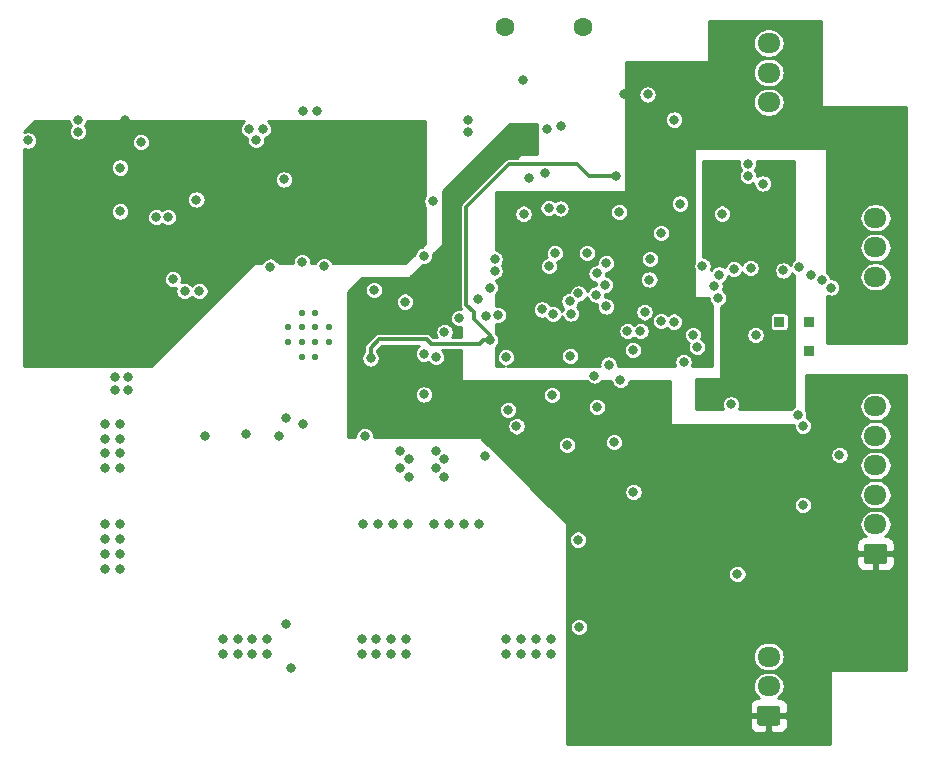
<source format=gbr>
G04 #@! TF.GenerationSoftware,KiCad,Pcbnew,(5.1.2)-2*
G04 #@! TF.CreationDate,2020-04-08T13:50:03-07:00*
G04 #@! TF.ProjectId,flatmcu,666c6174-6d63-4752-9e6b-696361645f70,rev?*
G04 #@! TF.SameCoordinates,PX1312d00PY1312d00*
G04 #@! TF.FileFunction,Copper,L3,Inr*
G04 #@! TF.FilePolarity,Positive*
%FSLAX46Y46*%
G04 Gerber Fmt 4.6, Leading zero omitted, Abs format (unit mm)*
G04 Created by KiCad (PCBNEW (5.1.2)-2) date 2020-04-08 13:50:03*
%MOMM*%
%LPD*%
G04 APERTURE LIST*
%ADD10R,0.850000X0.850000*%
%ADD11C,0.575000*%
%ADD12C,1.600000*%
%ADD13O,1.950000X1.700000*%
%ADD14C,0.100000*%
%ADD15C,1.700000*%
%ADD16C,0.800000*%
%ADD17C,0.350000*%
%ADD18C,0.250000*%
%ADD19C,0.254000*%
G04 APERTURE END LIST*
D10*
X70900000Y-31400000D03*
X73400000Y-31400000D03*
X73400000Y-33900000D03*
D11*
X32775000Y-33109875D03*
X32775000Y-31866125D03*
X31625000Y-34353625D03*
X31625000Y-33109875D03*
X31625000Y-31866125D03*
X31625000Y-30622375D03*
X30475000Y-34353625D03*
X30475000Y-33109875D03*
X30475000Y-31866125D03*
X30475000Y-30622375D03*
X29325000Y-33109875D03*
X29325000Y-31866125D03*
D12*
X54300000Y-6450000D03*
X47700000Y-6450000D03*
D13*
X79050000Y-38550000D03*
X79050000Y-41050000D03*
X79050000Y-43550000D03*
X79050000Y-46050000D03*
X79050000Y-48550000D03*
D14*
G36*
X79799504Y-50201204D02*
G01*
X79823773Y-50204804D01*
X79847571Y-50210765D01*
X79870671Y-50219030D01*
X79892849Y-50229520D01*
X79913893Y-50242133D01*
X79933598Y-50256747D01*
X79951777Y-50273223D01*
X79968253Y-50291402D01*
X79982867Y-50311107D01*
X79995480Y-50332151D01*
X80005970Y-50354329D01*
X80014235Y-50377429D01*
X80020196Y-50401227D01*
X80023796Y-50425496D01*
X80025000Y-50450000D01*
X80025000Y-51650000D01*
X80023796Y-51674504D01*
X80020196Y-51698773D01*
X80014235Y-51722571D01*
X80005970Y-51745671D01*
X79995480Y-51767849D01*
X79982867Y-51788893D01*
X79968253Y-51808598D01*
X79951777Y-51826777D01*
X79933598Y-51843253D01*
X79913893Y-51857867D01*
X79892849Y-51870480D01*
X79870671Y-51880970D01*
X79847571Y-51889235D01*
X79823773Y-51895196D01*
X79799504Y-51898796D01*
X79775000Y-51900000D01*
X78325000Y-51900000D01*
X78300496Y-51898796D01*
X78276227Y-51895196D01*
X78252429Y-51889235D01*
X78229329Y-51880970D01*
X78207151Y-51870480D01*
X78186107Y-51857867D01*
X78166402Y-51843253D01*
X78148223Y-51826777D01*
X78131747Y-51808598D01*
X78117133Y-51788893D01*
X78104520Y-51767849D01*
X78094030Y-51745671D01*
X78085765Y-51722571D01*
X78079804Y-51698773D01*
X78076204Y-51674504D01*
X78075000Y-51650000D01*
X78075000Y-50450000D01*
X78076204Y-50425496D01*
X78079804Y-50401227D01*
X78085765Y-50377429D01*
X78094030Y-50354329D01*
X78104520Y-50332151D01*
X78117133Y-50311107D01*
X78131747Y-50291402D01*
X78148223Y-50273223D01*
X78166402Y-50256747D01*
X78186107Y-50242133D01*
X78207151Y-50229520D01*
X78229329Y-50219030D01*
X78252429Y-50210765D01*
X78276227Y-50204804D01*
X78300496Y-50201204D01*
X78325000Y-50200000D01*
X79775000Y-50200000D01*
X79799504Y-50201204D01*
X79799504Y-50201204D01*
G37*
D15*
X79050000Y-51050000D03*
D14*
G36*
X70749504Y-63901204D02*
G01*
X70773773Y-63904804D01*
X70797571Y-63910765D01*
X70820671Y-63919030D01*
X70842849Y-63929520D01*
X70863893Y-63942133D01*
X70883598Y-63956747D01*
X70901777Y-63973223D01*
X70918253Y-63991402D01*
X70932867Y-64011107D01*
X70945480Y-64032151D01*
X70955970Y-64054329D01*
X70964235Y-64077429D01*
X70970196Y-64101227D01*
X70973796Y-64125496D01*
X70975000Y-64150000D01*
X70975000Y-65350000D01*
X70973796Y-65374504D01*
X70970196Y-65398773D01*
X70964235Y-65422571D01*
X70955970Y-65445671D01*
X70945480Y-65467849D01*
X70932867Y-65488893D01*
X70918253Y-65508598D01*
X70901777Y-65526777D01*
X70883598Y-65543253D01*
X70863893Y-65557867D01*
X70842849Y-65570480D01*
X70820671Y-65580970D01*
X70797571Y-65589235D01*
X70773773Y-65595196D01*
X70749504Y-65598796D01*
X70725000Y-65600000D01*
X69275000Y-65600000D01*
X69250496Y-65598796D01*
X69226227Y-65595196D01*
X69202429Y-65589235D01*
X69179329Y-65580970D01*
X69157151Y-65570480D01*
X69136107Y-65557867D01*
X69116402Y-65543253D01*
X69098223Y-65526777D01*
X69081747Y-65508598D01*
X69067133Y-65488893D01*
X69054520Y-65467849D01*
X69044030Y-65445671D01*
X69035765Y-65422571D01*
X69029804Y-65398773D01*
X69026204Y-65374504D01*
X69025000Y-65350000D01*
X69025000Y-64150000D01*
X69026204Y-64125496D01*
X69029804Y-64101227D01*
X69035765Y-64077429D01*
X69044030Y-64054329D01*
X69054520Y-64032151D01*
X69067133Y-64011107D01*
X69081747Y-63991402D01*
X69098223Y-63973223D01*
X69116402Y-63956747D01*
X69136107Y-63942133D01*
X69157151Y-63929520D01*
X69179329Y-63919030D01*
X69202429Y-63910765D01*
X69226227Y-63904804D01*
X69250496Y-63901204D01*
X69275000Y-63900000D01*
X70725000Y-63900000D01*
X70749504Y-63901204D01*
X70749504Y-63901204D01*
G37*
D15*
X70000000Y-64750000D03*
D13*
X70000000Y-62250000D03*
X70000000Y-59750000D03*
D14*
G36*
X70749504Y-14451204D02*
G01*
X70773773Y-14454804D01*
X70797571Y-14460765D01*
X70820671Y-14469030D01*
X70842849Y-14479520D01*
X70863893Y-14492133D01*
X70883598Y-14506747D01*
X70901777Y-14523223D01*
X70918253Y-14541402D01*
X70932867Y-14561107D01*
X70945480Y-14582151D01*
X70955970Y-14604329D01*
X70964235Y-14627429D01*
X70970196Y-14651227D01*
X70973796Y-14675496D01*
X70975000Y-14700000D01*
X70975000Y-15900000D01*
X70973796Y-15924504D01*
X70970196Y-15948773D01*
X70964235Y-15972571D01*
X70955970Y-15995671D01*
X70945480Y-16017849D01*
X70932867Y-16038893D01*
X70918253Y-16058598D01*
X70901777Y-16076777D01*
X70883598Y-16093253D01*
X70863893Y-16107867D01*
X70842849Y-16120480D01*
X70820671Y-16130970D01*
X70797571Y-16139235D01*
X70773773Y-16145196D01*
X70749504Y-16148796D01*
X70725000Y-16150000D01*
X69275000Y-16150000D01*
X69250496Y-16148796D01*
X69226227Y-16145196D01*
X69202429Y-16139235D01*
X69179329Y-16130970D01*
X69157151Y-16120480D01*
X69136107Y-16107867D01*
X69116402Y-16093253D01*
X69098223Y-16076777D01*
X69081747Y-16058598D01*
X69067133Y-16038893D01*
X69054520Y-16017849D01*
X69044030Y-15995671D01*
X69035765Y-15972571D01*
X69029804Y-15948773D01*
X69026204Y-15924504D01*
X69025000Y-15900000D01*
X69025000Y-14700000D01*
X69026204Y-14675496D01*
X69029804Y-14651227D01*
X69035765Y-14627429D01*
X69044030Y-14604329D01*
X69054520Y-14582151D01*
X69067133Y-14561107D01*
X69081747Y-14541402D01*
X69098223Y-14523223D01*
X69116402Y-14506747D01*
X69136107Y-14492133D01*
X69157151Y-14479520D01*
X69179329Y-14469030D01*
X69202429Y-14460765D01*
X69226227Y-14454804D01*
X69250496Y-14451204D01*
X69275000Y-14450000D01*
X70725000Y-14450000D01*
X70749504Y-14451204D01*
X70749504Y-14451204D01*
G37*
D15*
X70000000Y-15300000D03*
D13*
X70000000Y-12800000D03*
X70000000Y-10300000D03*
X70000000Y-7800000D03*
X79050000Y-22600000D03*
X79050000Y-25100000D03*
X79050000Y-27600000D03*
D14*
G36*
X79799504Y-29251204D02*
G01*
X79823773Y-29254804D01*
X79847571Y-29260765D01*
X79870671Y-29269030D01*
X79892849Y-29279520D01*
X79913893Y-29292133D01*
X79933598Y-29306747D01*
X79951777Y-29323223D01*
X79968253Y-29341402D01*
X79982867Y-29361107D01*
X79995480Y-29382151D01*
X80005970Y-29404329D01*
X80014235Y-29427429D01*
X80020196Y-29451227D01*
X80023796Y-29475496D01*
X80025000Y-29500000D01*
X80025000Y-30700000D01*
X80023796Y-30724504D01*
X80020196Y-30748773D01*
X80014235Y-30772571D01*
X80005970Y-30795671D01*
X79995480Y-30817849D01*
X79982867Y-30838893D01*
X79968253Y-30858598D01*
X79951777Y-30876777D01*
X79933598Y-30893253D01*
X79913893Y-30907867D01*
X79892849Y-30920480D01*
X79870671Y-30930970D01*
X79847571Y-30939235D01*
X79823773Y-30945196D01*
X79799504Y-30948796D01*
X79775000Y-30950000D01*
X78325000Y-30950000D01*
X78300496Y-30948796D01*
X78276227Y-30945196D01*
X78252429Y-30939235D01*
X78229329Y-30930970D01*
X78207151Y-30920480D01*
X78186107Y-30907867D01*
X78166402Y-30893253D01*
X78148223Y-30876777D01*
X78131747Y-30858598D01*
X78117133Y-30838893D01*
X78104520Y-30817849D01*
X78094030Y-30795671D01*
X78085765Y-30772571D01*
X78079804Y-30748773D01*
X78076204Y-30724504D01*
X78075000Y-30700000D01*
X78075000Y-29500000D01*
X78076204Y-29475496D01*
X78079804Y-29451227D01*
X78085765Y-29427429D01*
X78094030Y-29404329D01*
X78104520Y-29382151D01*
X78117133Y-29361107D01*
X78131747Y-29341402D01*
X78148223Y-29323223D01*
X78166402Y-29306747D01*
X78186107Y-29292133D01*
X78207151Y-29279520D01*
X78229329Y-29269030D01*
X78252429Y-29260765D01*
X78276227Y-29254804D01*
X78300496Y-29251204D01*
X78325000Y-29250000D01*
X79775000Y-29250000D01*
X79799504Y-29251204D01*
X79799504Y-29251204D01*
G37*
D15*
X79050000Y-30100000D03*
D16*
X13800000Y-40050000D03*
X13800000Y-41300000D03*
X13800000Y-42550000D03*
X41800000Y-42300000D03*
X42550000Y-43050000D03*
X41800000Y-43800000D03*
X42550000Y-44550000D03*
X38800000Y-43800000D03*
X38800000Y-42300000D03*
X39550000Y-43050000D03*
X39550000Y-44550000D03*
X41850000Y-34400000D03*
X69500000Y-19700000D03*
X66050000Y-22250000D03*
X48650000Y-40250000D03*
X32350000Y-26700000D03*
X40800000Y-25800000D03*
X58550000Y-45800000D03*
X47750000Y-34400000D03*
X59900000Y-27825000D03*
X64400000Y-26700000D03*
X60900000Y-23900000D03*
X49250000Y-22250000D03*
X66800000Y-38400000D03*
X72500000Y-39275000D03*
X11550000Y-14300000D03*
X11550000Y-15300000D03*
X62500000Y-21400000D03*
X49200000Y-10900000D03*
X30550000Y-13550000D03*
X31800000Y-13550000D03*
X13800000Y-43800000D03*
X15050000Y-43800000D03*
X15050000Y-40050000D03*
X15050000Y-41300000D03*
X15050000Y-42550000D03*
X62012500Y-14287500D03*
X59750000Y-12150000D03*
X21800000Y-28800000D03*
X20550000Y-28800000D03*
X19550000Y-27800000D03*
X49400000Y-16300000D03*
X49400000Y-15200000D03*
X59800000Y-39400000D03*
X60800000Y-39400000D03*
X56250000Y-26450000D03*
X65800000Y-27400000D03*
X73600000Y-27400000D03*
X72900000Y-46900000D03*
X55437346Y-27312654D03*
X65400000Y-28400000D03*
X74500000Y-27900000D03*
X76000000Y-42700000D03*
X56170730Y-28264017D03*
X65700000Y-29400000D03*
X75300000Y-28500000D03*
X72900000Y-40200000D03*
X53199994Y-34300000D03*
X62800000Y-34800000D03*
X68900000Y-32500000D03*
X67350000Y-52750000D03*
X36050000Y-15800000D03*
X37300000Y-15800000D03*
X36050000Y-17050000D03*
X37300000Y-17050000D03*
X10300000Y-18550000D03*
X15550000Y-14300000D03*
X15550000Y-15300000D03*
X10025000Y-23850000D03*
X7775000Y-23850000D03*
X23050000Y-20300000D03*
X46400000Y-32950000D03*
X36300000Y-34500000D03*
X57100000Y-19100000D03*
X65300000Y-38550000D03*
X65400000Y-18525000D03*
X66500000Y-18525000D03*
X64300000Y-38550000D03*
X13800000Y-48550000D03*
X13800000Y-49800000D03*
X13800000Y-51050000D03*
X13800000Y-52300000D03*
X15050000Y-52300000D03*
X15050000Y-51050000D03*
X15050000Y-49800000D03*
X15050000Y-48550000D03*
X35645000Y-48550000D03*
X36915000Y-48550000D03*
X38185000Y-48550000D03*
X39455000Y-48550000D03*
X45455000Y-48550000D03*
X42915000Y-48550000D03*
X41645000Y-48550000D03*
X44185000Y-48550000D03*
X52925001Y-41824999D03*
X15800000Y-36050000D03*
X14700000Y-36050000D03*
X15800000Y-37150000D03*
X27200000Y-15100000D03*
X26000000Y-15100000D03*
X26600000Y-16000000D03*
X30500000Y-26350000D03*
X14700000Y-37150000D03*
X25750000Y-40900000D03*
X22300000Y-41050000D03*
X41550000Y-21200000D03*
X21550000Y-21050000D03*
X28550000Y-41050000D03*
X35800000Y-41100000D03*
X30575000Y-40050000D03*
X29125000Y-39550000D03*
X59500000Y-30600000D03*
X61978339Y-31392934D03*
X40800000Y-37550000D03*
X45999991Y-42799986D03*
X56250000Y-30100000D03*
X60900000Y-31350000D03*
X56900000Y-41600000D03*
X55400000Y-29100000D03*
X57450000Y-36350000D03*
X58500000Y-33800000D03*
X47950000Y-38850000D03*
X53250000Y-30700000D03*
X51650000Y-37600000D03*
X29100011Y-56950000D03*
X48000000Y-32850000D03*
X59962500Y-22312500D03*
X49300000Y-24550000D03*
X29550000Y-60700000D03*
X62950000Y-23450000D03*
X57750000Y-12150000D03*
X53899952Y-29000000D03*
X67050000Y-26950000D03*
X68474131Y-26851182D03*
X27550000Y-58300000D03*
X26300000Y-58300000D03*
X25050000Y-58300000D03*
X23800000Y-58300000D03*
X26300000Y-59550000D03*
X27550000Y-59550000D03*
X25050000Y-59550000D03*
X23800000Y-59550000D03*
X38050000Y-58300000D03*
X39300000Y-58300000D03*
X36800000Y-58300000D03*
X35550000Y-58300000D03*
X38050000Y-59550000D03*
X36800000Y-59550000D03*
X39300000Y-59550000D03*
X35550000Y-59550000D03*
X53850000Y-49850000D03*
X53950000Y-57250000D03*
X51550000Y-58300000D03*
X50300000Y-58300000D03*
X49050000Y-58300000D03*
X47800000Y-58300000D03*
X47800000Y-59550000D03*
X51550000Y-59550000D03*
X49050000Y-59550000D03*
X50300000Y-59550000D03*
X51400000Y-26700000D03*
X51900000Y-25600000D03*
X55250000Y-35950000D03*
X56450000Y-35025000D03*
X68250000Y-18000000D03*
X57350000Y-22100000D03*
X59950000Y-26100000D03*
X68250000Y-19050000D03*
X53144282Y-29654956D03*
X71250000Y-27050000D03*
X51750000Y-30750000D03*
X72600000Y-26800000D03*
X51199997Y-15050000D03*
X51382227Y-21756907D03*
X52437660Y-14812340D03*
X52380818Y-21810188D03*
X46400000Y-28500000D03*
X47083917Y-30840763D03*
X58050000Y-32200000D03*
X63950001Y-33550000D03*
X59150000Y-32200000D03*
X63600000Y-32500000D03*
X40800000Y-34100000D03*
X46800000Y-26100000D03*
X45400000Y-29500000D03*
X46037175Y-30944142D03*
X42550000Y-32275000D03*
X46800000Y-27100000D03*
X43800000Y-31100000D03*
X50800000Y-30350000D03*
X39200000Y-29700000D03*
X49699998Y-19200000D03*
X36600000Y-28700000D03*
X51050000Y-18825010D03*
X28950000Y-19350000D03*
X27812660Y-26737340D03*
X55450000Y-38600000D03*
X54624952Y-25574990D03*
X44550000Y-14300000D03*
X44550000Y-15300000D03*
X18150000Y-22550000D03*
X19150000Y-22550000D03*
X7300000Y-16050000D03*
X16850000Y-16200000D03*
X15100000Y-18350000D03*
X15100000Y-22050000D03*
D17*
X37000000Y-32900000D02*
X36300000Y-33600000D01*
X36300000Y-33600000D02*
X36300000Y-34500000D01*
X41043002Y-32900000D02*
X37000000Y-32900000D01*
X45834315Y-32950000D02*
X45534314Y-33250001D01*
X46400000Y-32950000D02*
X45834315Y-32950000D01*
X45534314Y-33250001D02*
X41393003Y-33250001D01*
X41393003Y-33250001D02*
X41043002Y-32900000D01*
X46400000Y-32500000D02*
X46400000Y-32950000D01*
X45062174Y-31162174D02*
X46400000Y-32500000D01*
X45062174Y-30605176D02*
X45062174Y-31162174D01*
X54800000Y-19100000D02*
X53750000Y-18050000D01*
X57100000Y-19100000D02*
X54800000Y-19100000D01*
X53750000Y-18050000D02*
X48050000Y-18050000D01*
X48050000Y-18050000D02*
X44400000Y-21700000D01*
X44400000Y-21700000D02*
X44400000Y-29943002D01*
X44400000Y-29943002D02*
X45062174Y-30605176D01*
D18*
X49375001Y-34225001D02*
X48399999Y-33249999D01*
X48399999Y-33249999D02*
X48000000Y-32850000D01*
D19*
G36*
X74423000Y-13050000D02*
G01*
X74425440Y-13074776D01*
X74432667Y-13098601D01*
X74444403Y-13120557D01*
X74460197Y-13139803D01*
X74479443Y-13155597D01*
X74501399Y-13167333D01*
X74525224Y-13174560D01*
X74550000Y-13177000D01*
X81673000Y-13177000D01*
X81673000Y-33173000D01*
X74927000Y-33173000D01*
X74927000Y-29190070D01*
X74930058Y-29192113D01*
X75072191Y-29250987D01*
X75223078Y-29281000D01*
X75376922Y-29281000D01*
X75527809Y-29250987D01*
X75669942Y-29192113D01*
X75797859Y-29106642D01*
X75906642Y-28997859D01*
X75992113Y-28869942D01*
X76050987Y-28727809D01*
X76081000Y-28576922D01*
X76081000Y-28423078D01*
X76050987Y-28272191D01*
X75992113Y-28130058D01*
X75906642Y-28002141D01*
X75797859Y-27893358D01*
X75669942Y-27807887D01*
X75527809Y-27749013D01*
X75376922Y-27719000D01*
X75260298Y-27719000D01*
X75250987Y-27672191D01*
X75221085Y-27600000D01*
X77688044Y-27600000D01*
X77711812Y-27841318D01*
X77782202Y-28073363D01*
X77896509Y-28287216D01*
X78050340Y-28474660D01*
X78237784Y-28628491D01*
X78451637Y-28742798D01*
X78683682Y-28813188D01*
X78864528Y-28831000D01*
X79235472Y-28831000D01*
X79416318Y-28813188D01*
X79648363Y-28742798D01*
X79862216Y-28628491D01*
X80049660Y-28474660D01*
X80203491Y-28287216D01*
X80317798Y-28073363D01*
X80388188Y-27841318D01*
X80411956Y-27600000D01*
X80388188Y-27358682D01*
X80317798Y-27126637D01*
X80203491Y-26912784D01*
X80049660Y-26725340D01*
X79862216Y-26571509D01*
X79648363Y-26457202D01*
X79416318Y-26386812D01*
X79235472Y-26369000D01*
X78864528Y-26369000D01*
X78683682Y-26386812D01*
X78451637Y-26457202D01*
X78237784Y-26571509D01*
X78050340Y-26725340D01*
X77896509Y-26912784D01*
X77782202Y-27126637D01*
X77711812Y-27358682D01*
X77688044Y-27600000D01*
X75221085Y-27600000D01*
X75192113Y-27530058D01*
X75106642Y-27402141D01*
X74997859Y-27293358D01*
X74927000Y-27246012D01*
X74927000Y-25100000D01*
X77688044Y-25100000D01*
X77711812Y-25341318D01*
X77782202Y-25573363D01*
X77896509Y-25787216D01*
X78050340Y-25974660D01*
X78237784Y-26128491D01*
X78451637Y-26242798D01*
X78683682Y-26313188D01*
X78864528Y-26331000D01*
X79235472Y-26331000D01*
X79416318Y-26313188D01*
X79648363Y-26242798D01*
X79862216Y-26128491D01*
X80049660Y-25974660D01*
X80203491Y-25787216D01*
X80317798Y-25573363D01*
X80388188Y-25341318D01*
X80411956Y-25100000D01*
X80388188Y-24858682D01*
X80317798Y-24626637D01*
X80203491Y-24412784D01*
X80049660Y-24225340D01*
X79862216Y-24071509D01*
X79648363Y-23957202D01*
X79416318Y-23886812D01*
X79235472Y-23869000D01*
X78864528Y-23869000D01*
X78683682Y-23886812D01*
X78451637Y-23957202D01*
X78237784Y-24071509D01*
X78050340Y-24225340D01*
X77896509Y-24412784D01*
X77782202Y-24626637D01*
X77711812Y-24858682D01*
X77688044Y-25100000D01*
X74927000Y-25100000D01*
X74927000Y-22600000D01*
X77688044Y-22600000D01*
X77711812Y-22841318D01*
X77782202Y-23073363D01*
X77896509Y-23287216D01*
X78050340Y-23474660D01*
X78237784Y-23628491D01*
X78451637Y-23742798D01*
X78683682Y-23813188D01*
X78864528Y-23831000D01*
X79235472Y-23831000D01*
X79416318Y-23813188D01*
X79648363Y-23742798D01*
X79862216Y-23628491D01*
X80049660Y-23474660D01*
X80203491Y-23287216D01*
X80317798Y-23073363D01*
X80388188Y-22841318D01*
X80411956Y-22600000D01*
X80388188Y-22358682D01*
X80317798Y-22126637D01*
X80203491Y-21912784D01*
X80049660Y-21725340D01*
X79862216Y-21571509D01*
X79648363Y-21457202D01*
X79416318Y-21386812D01*
X79235472Y-21369000D01*
X78864528Y-21369000D01*
X78683682Y-21386812D01*
X78451637Y-21457202D01*
X78237784Y-21571509D01*
X78050340Y-21725340D01*
X77896509Y-21912784D01*
X77782202Y-22126637D01*
X77711812Y-22358682D01*
X77688044Y-22600000D01*
X74927000Y-22600000D01*
X74927000Y-16800000D01*
X74924560Y-16775224D01*
X74917333Y-16751399D01*
X74905597Y-16729443D01*
X74889803Y-16710197D01*
X74870557Y-16694403D01*
X74848601Y-16682667D01*
X74824776Y-16675440D01*
X74800000Y-16673000D01*
X63800000Y-16673000D01*
X63775224Y-16675440D01*
X63751399Y-16682667D01*
X63729443Y-16694403D01*
X63710197Y-16710197D01*
X63694403Y-16729443D01*
X63682667Y-16751399D01*
X63675440Y-16775224D01*
X63673000Y-16800000D01*
X63673000Y-26414282D01*
X63649013Y-26472191D01*
X63619000Y-26623078D01*
X63619000Y-26776922D01*
X63649013Y-26927809D01*
X63673000Y-26985718D01*
X63673000Y-29300000D01*
X63675440Y-29324776D01*
X63682667Y-29348601D01*
X63694403Y-29370557D01*
X63710197Y-29389803D01*
X63729443Y-29405597D01*
X63751399Y-29417333D01*
X63775224Y-29424560D01*
X63800000Y-29427000D01*
X64919000Y-29427000D01*
X64919000Y-29476922D01*
X64949013Y-29627809D01*
X65007887Y-29769942D01*
X65093358Y-29897859D01*
X65173000Y-29977501D01*
X65173000Y-35173000D01*
X63490070Y-35173000D01*
X63492113Y-35169942D01*
X63550987Y-35027809D01*
X63581000Y-34876922D01*
X63581000Y-34723078D01*
X63550987Y-34572191D01*
X63492113Y-34430058D01*
X63406642Y-34302141D01*
X63297859Y-34193358D01*
X63169942Y-34107887D01*
X63027809Y-34049013D01*
X62876922Y-34019000D01*
X62723078Y-34019000D01*
X62572191Y-34049013D01*
X62430058Y-34107887D01*
X62302141Y-34193358D01*
X62193358Y-34302141D01*
X62107887Y-34430058D01*
X62049013Y-34572191D01*
X62019000Y-34723078D01*
X62019000Y-34876922D01*
X62049013Y-35027809D01*
X62107887Y-35169942D01*
X62109930Y-35173000D01*
X57216862Y-35173000D01*
X57231000Y-35101922D01*
X57231000Y-34948078D01*
X57200987Y-34797191D01*
X57142113Y-34655058D01*
X57056642Y-34527141D01*
X56947859Y-34418358D01*
X56819942Y-34332887D01*
X56677809Y-34274013D01*
X56526922Y-34244000D01*
X56373078Y-34244000D01*
X56222191Y-34274013D01*
X56080058Y-34332887D01*
X55952141Y-34418358D01*
X55843358Y-34527141D01*
X55757887Y-34655058D01*
X55699013Y-34797191D01*
X55669000Y-34948078D01*
X55669000Y-35101922D01*
X55683138Y-35173000D01*
X55347032Y-35173000D01*
X55326922Y-35169000D01*
X55173078Y-35169000D01*
X55152968Y-35173000D01*
X47867141Y-35173000D01*
X47977809Y-35150987D01*
X48119942Y-35092113D01*
X48247859Y-35006642D01*
X48356642Y-34897859D01*
X48442113Y-34769942D01*
X48500987Y-34627809D01*
X48531000Y-34476922D01*
X48531000Y-34323078D01*
X48511109Y-34223078D01*
X52418994Y-34223078D01*
X52418994Y-34376922D01*
X52449007Y-34527809D01*
X52507881Y-34669942D01*
X52593352Y-34797859D01*
X52702135Y-34906642D01*
X52830052Y-34992113D01*
X52972185Y-35050987D01*
X53123072Y-35081000D01*
X53276916Y-35081000D01*
X53427803Y-35050987D01*
X53569936Y-34992113D01*
X53697853Y-34906642D01*
X53806636Y-34797859D01*
X53892107Y-34669942D01*
X53950981Y-34527809D01*
X53980994Y-34376922D01*
X53980994Y-34223078D01*
X53950981Y-34072191D01*
X53892107Y-33930058D01*
X53806636Y-33802141D01*
X53727573Y-33723078D01*
X57719000Y-33723078D01*
X57719000Y-33876922D01*
X57749013Y-34027809D01*
X57807887Y-34169942D01*
X57893358Y-34297859D01*
X58002141Y-34406642D01*
X58130058Y-34492113D01*
X58272191Y-34550987D01*
X58423078Y-34581000D01*
X58576922Y-34581000D01*
X58727809Y-34550987D01*
X58869942Y-34492113D01*
X58997859Y-34406642D01*
X59106642Y-34297859D01*
X59192113Y-34169942D01*
X59250987Y-34027809D01*
X59281000Y-33876922D01*
X59281000Y-33723078D01*
X59250987Y-33572191D01*
X59192113Y-33430058D01*
X59106642Y-33302141D01*
X58997859Y-33193358D01*
X58869942Y-33107887D01*
X58727809Y-33049013D01*
X58576922Y-33019000D01*
X58423078Y-33019000D01*
X58272191Y-33049013D01*
X58130058Y-33107887D01*
X58002141Y-33193358D01*
X57893358Y-33302141D01*
X57807887Y-33430058D01*
X57749013Y-33572191D01*
X57719000Y-33723078D01*
X53727573Y-33723078D01*
X53697853Y-33693358D01*
X53569936Y-33607887D01*
X53427803Y-33549013D01*
X53276916Y-33519000D01*
X53123072Y-33519000D01*
X52972185Y-33549013D01*
X52830052Y-33607887D01*
X52702135Y-33693358D01*
X52593352Y-33802141D01*
X52507881Y-33930058D01*
X52449007Y-34072191D01*
X52418994Y-34223078D01*
X48511109Y-34223078D01*
X48500987Y-34172191D01*
X48442113Y-34030058D01*
X48356642Y-33902141D01*
X48247859Y-33793358D01*
X48119942Y-33707887D01*
X47977809Y-33649013D01*
X47826922Y-33619000D01*
X47673078Y-33619000D01*
X47522191Y-33649013D01*
X47380058Y-33707887D01*
X47252141Y-33793358D01*
X47143358Y-33902141D01*
X47057887Y-34030058D01*
X46999013Y-34172191D01*
X46969000Y-34323078D01*
X46969000Y-34476922D01*
X46999013Y-34627809D01*
X47057887Y-34769942D01*
X47143358Y-34897859D01*
X47252141Y-35006642D01*
X47380058Y-35092113D01*
X47522191Y-35150987D01*
X47632859Y-35173000D01*
X46927000Y-35173000D01*
X46927000Y-33527501D01*
X47006642Y-33447859D01*
X47092113Y-33319942D01*
X47150987Y-33177809D01*
X47181000Y-33026922D01*
X47181000Y-32873078D01*
X47150987Y-32722191D01*
X47092113Y-32580058D01*
X47006642Y-32452141D01*
X46948223Y-32393722D01*
X46947955Y-32391005D01*
X46933501Y-32343358D01*
X46927000Y-32321927D01*
X46927000Y-32123078D01*
X57269000Y-32123078D01*
X57269000Y-32276922D01*
X57299013Y-32427809D01*
X57357887Y-32569942D01*
X57443358Y-32697859D01*
X57552141Y-32806642D01*
X57680058Y-32892113D01*
X57822191Y-32950987D01*
X57973078Y-32981000D01*
X58126922Y-32981000D01*
X58277809Y-32950987D01*
X58419942Y-32892113D01*
X58547859Y-32806642D01*
X58600000Y-32754501D01*
X58652141Y-32806642D01*
X58780058Y-32892113D01*
X58922191Y-32950987D01*
X59073078Y-32981000D01*
X59226922Y-32981000D01*
X59377809Y-32950987D01*
X59519942Y-32892113D01*
X59647859Y-32806642D01*
X59756642Y-32697859D01*
X59842113Y-32569942D01*
X59900987Y-32427809D01*
X59901928Y-32423078D01*
X62819000Y-32423078D01*
X62819000Y-32576922D01*
X62849013Y-32727809D01*
X62907887Y-32869942D01*
X62993358Y-32997859D01*
X63102141Y-33106642D01*
X63230058Y-33192113D01*
X63249550Y-33200187D01*
X63199014Y-33322191D01*
X63169001Y-33473078D01*
X63169001Y-33626922D01*
X63199014Y-33777809D01*
X63257888Y-33919942D01*
X63343359Y-34047859D01*
X63452142Y-34156642D01*
X63580059Y-34242113D01*
X63722192Y-34300987D01*
X63873079Y-34331000D01*
X64026923Y-34331000D01*
X64177810Y-34300987D01*
X64319943Y-34242113D01*
X64447860Y-34156642D01*
X64556643Y-34047859D01*
X64642114Y-33919942D01*
X64700988Y-33777809D01*
X64731001Y-33626922D01*
X64731001Y-33473078D01*
X64700988Y-33322191D01*
X64642114Y-33180058D01*
X64556643Y-33052141D01*
X64447860Y-32943358D01*
X64319943Y-32857887D01*
X64300451Y-32849813D01*
X64350987Y-32727809D01*
X64381000Y-32576922D01*
X64381000Y-32423078D01*
X64350987Y-32272191D01*
X64292113Y-32130058D01*
X64206642Y-32002141D01*
X64097859Y-31893358D01*
X63969942Y-31807887D01*
X63827809Y-31749013D01*
X63676922Y-31719000D01*
X63523078Y-31719000D01*
X63372191Y-31749013D01*
X63230058Y-31807887D01*
X63102141Y-31893358D01*
X62993358Y-32002141D01*
X62907887Y-32130058D01*
X62849013Y-32272191D01*
X62819000Y-32423078D01*
X59901928Y-32423078D01*
X59931000Y-32276922D01*
X59931000Y-32123078D01*
X59900987Y-31972191D01*
X59842113Y-31830058D01*
X59756642Y-31702141D01*
X59647859Y-31593358D01*
X59519942Y-31507887D01*
X59377809Y-31449013D01*
X59226922Y-31419000D01*
X59073078Y-31419000D01*
X58922191Y-31449013D01*
X58780058Y-31507887D01*
X58652141Y-31593358D01*
X58600000Y-31645499D01*
X58547859Y-31593358D01*
X58419942Y-31507887D01*
X58277809Y-31449013D01*
X58126922Y-31419000D01*
X57973078Y-31419000D01*
X57822191Y-31449013D01*
X57680058Y-31507887D01*
X57552141Y-31593358D01*
X57443358Y-31702141D01*
X57357887Y-31830058D01*
X57299013Y-31972191D01*
X57269000Y-32123078D01*
X46927000Y-32123078D01*
X46927000Y-31605851D01*
X47006995Y-31621763D01*
X47160839Y-31621763D01*
X47311726Y-31591750D01*
X47453859Y-31532876D01*
X47581776Y-31447405D01*
X47690559Y-31338622D01*
X47776030Y-31210705D01*
X47834904Y-31068572D01*
X47864917Y-30917685D01*
X47864917Y-30763841D01*
X47834904Y-30612954D01*
X47776030Y-30470821D01*
X47690559Y-30342904D01*
X47620733Y-30273078D01*
X50019000Y-30273078D01*
X50019000Y-30426922D01*
X50049013Y-30577809D01*
X50107887Y-30719942D01*
X50193358Y-30847859D01*
X50302141Y-30956642D01*
X50430058Y-31042113D01*
X50572191Y-31100987D01*
X50723078Y-31131000D01*
X50876922Y-31131000D01*
X51027809Y-31100987D01*
X51046780Y-31093129D01*
X51057887Y-31119942D01*
X51143358Y-31247859D01*
X51252141Y-31356642D01*
X51380058Y-31442113D01*
X51522191Y-31500987D01*
X51673078Y-31531000D01*
X51826922Y-31531000D01*
X51977809Y-31500987D01*
X52119942Y-31442113D01*
X52247859Y-31356642D01*
X52356642Y-31247859D01*
X52442113Y-31119942D01*
X52500987Y-30977809D01*
X52507066Y-30947250D01*
X52557887Y-31069942D01*
X52643358Y-31197859D01*
X52752141Y-31306642D01*
X52880058Y-31392113D01*
X53022191Y-31450987D01*
X53173078Y-31481000D01*
X53326922Y-31481000D01*
X53477809Y-31450987D01*
X53619942Y-31392113D01*
X53747859Y-31306642D01*
X53856642Y-31197859D01*
X53942113Y-31069942D01*
X54000987Y-30927809D01*
X54031000Y-30776922D01*
X54031000Y-30623078D01*
X54000987Y-30472191D01*
X53942113Y-30330058D01*
X53856642Y-30202141D01*
X53773511Y-30119010D01*
X53836395Y-30024898D01*
X53895269Y-29882765D01*
X53915511Y-29781000D01*
X53976874Y-29781000D01*
X54127761Y-29750987D01*
X54269894Y-29692113D01*
X54397811Y-29606642D01*
X54506594Y-29497859D01*
X54592065Y-29369942D01*
X54636200Y-29263392D01*
X54649013Y-29327809D01*
X54707887Y-29469942D01*
X54793358Y-29597859D01*
X54902141Y-29706642D01*
X55030058Y-29792113D01*
X55172191Y-29850987D01*
X55323078Y-29881000D01*
X55476922Y-29881000D01*
X55498099Y-29876788D01*
X55469000Y-30023078D01*
X55469000Y-30176922D01*
X55499013Y-30327809D01*
X55557887Y-30469942D01*
X55643358Y-30597859D01*
X55752141Y-30706642D01*
X55880058Y-30792113D01*
X56022191Y-30850987D01*
X56173078Y-30881000D01*
X56326922Y-30881000D01*
X56477809Y-30850987D01*
X56619942Y-30792113D01*
X56747859Y-30706642D01*
X56856642Y-30597859D01*
X56906608Y-30523078D01*
X58719000Y-30523078D01*
X58719000Y-30676922D01*
X58749013Y-30827809D01*
X58807887Y-30969942D01*
X58893358Y-31097859D01*
X59002141Y-31206642D01*
X59130058Y-31292113D01*
X59272191Y-31350987D01*
X59423078Y-31381000D01*
X59576922Y-31381000D01*
X59727809Y-31350987D01*
X59869942Y-31292113D01*
X59898430Y-31273078D01*
X60119000Y-31273078D01*
X60119000Y-31426922D01*
X60149013Y-31577809D01*
X60207887Y-31719942D01*
X60293358Y-31847859D01*
X60402141Y-31956642D01*
X60530058Y-32042113D01*
X60672191Y-32100987D01*
X60823078Y-32131000D01*
X60976922Y-32131000D01*
X61127809Y-32100987D01*
X61269942Y-32042113D01*
X61397859Y-31956642D01*
X61417703Y-31936799D01*
X61480480Y-31999576D01*
X61608397Y-32085047D01*
X61750530Y-32143921D01*
X61901417Y-32173934D01*
X62055261Y-32173934D01*
X62206148Y-32143921D01*
X62348281Y-32085047D01*
X62476198Y-31999576D01*
X62584981Y-31890793D01*
X62670452Y-31762876D01*
X62729326Y-31620743D01*
X62759339Y-31469856D01*
X62759339Y-31316012D01*
X62729326Y-31165125D01*
X62670452Y-31022992D01*
X62584981Y-30895075D01*
X62476198Y-30786292D01*
X62348281Y-30700821D01*
X62206148Y-30641947D01*
X62055261Y-30611934D01*
X61901417Y-30611934D01*
X61750530Y-30641947D01*
X61608397Y-30700821D01*
X61480480Y-30786292D01*
X61460637Y-30806136D01*
X61397859Y-30743358D01*
X61269942Y-30657887D01*
X61127809Y-30599013D01*
X60976922Y-30569000D01*
X60823078Y-30569000D01*
X60672191Y-30599013D01*
X60530058Y-30657887D01*
X60402141Y-30743358D01*
X60293358Y-30852141D01*
X60207887Y-30980058D01*
X60149013Y-31122191D01*
X60119000Y-31273078D01*
X59898430Y-31273078D01*
X59997859Y-31206642D01*
X60106642Y-31097859D01*
X60192113Y-30969942D01*
X60250987Y-30827809D01*
X60281000Y-30676922D01*
X60281000Y-30523078D01*
X60250987Y-30372191D01*
X60192113Y-30230058D01*
X60106642Y-30102141D01*
X59997859Y-29993358D01*
X59869942Y-29907887D01*
X59727809Y-29849013D01*
X59576922Y-29819000D01*
X59423078Y-29819000D01*
X59272191Y-29849013D01*
X59130058Y-29907887D01*
X59002141Y-29993358D01*
X58893358Y-30102141D01*
X58807887Y-30230058D01*
X58749013Y-30372191D01*
X58719000Y-30523078D01*
X56906608Y-30523078D01*
X56942113Y-30469942D01*
X57000987Y-30327809D01*
X57031000Y-30176922D01*
X57031000Y-30023078D01*
X57000987Y-29872191D01*
X56942113Y-29730058D01*
X56856642Y-29602141D01*
X56747859Y-29493358D01*
X56619942Y-29407887D01*
X56477809Y-29349013D01*
X56326922Y-29319000D01*
X56173078Y-29319000D01*
X56151901Y-29323212D01*
X56181000Y-29176922D01*
X56181000Y-29045017D01*
X56247652Y-29045017D01*
X56398539Y-29015004D01*
X56540672Y-28956130D01*
X56668589Y-28870659D01*
X56777372Y-28761876D01*
X56862843Y-28633959D01*
X56921717Y-28491826D01*
X56951730Y-28340939D01*
X56951730Y-28187095D01*
X56921717Y-28036208D01*
X56862843Y-27894075D01*
X56777372Y-27766158D01*
X56759292Y-27748078D01*
X59119000Y-27748078D01*
X59119000Y-27901922D01*
X59149013Y-28052809D01*
X59207887Y-28194942D01*
X59293358Y-28322859D01*
X59402141Y-28431642D01*
X59530058Y-28517113D01*
X59672191Y-28575987D01*
X59823078Y-28606000D01*
X59976922Y-28606000D01*
X60127809Y-28575987D01*
X60269942Y-28517113D01*
X60397859Y-28431642D01*
X60506642Y-28322859D01*
X60592113Y-28194942D01*
X60650987Y-28052809D01*
X60681000Y-27901922D01*
X60681000Y-27748078D01*
X60650987Y-27597191D01*
X60592113Y-27455058D01*
X60506642Y-27327141D01*
X60397859Y-27218358D01*
X60269942Y-27132887D01*
X60127809Y-27074013D01*
X59976922Y-27044000D01*
X59823078Y-27044000D01*
X59672191Y-27074013D01*
X59530058Y-27132887D01*
X59402141Y-27218358D01*
X59293358Y-27327141D01*
X59207887Y-27455058D01*
X59149013Y-27597191D01*
X59119000Y-27748078D01*
X56759292Y-27748078D01*
X56668589Y-27657375D01*
X56540672Y-27571904D01*
X56398539Y-27513030D01*
X56247652Y-27483017D01*
X56199760Y-27483017D01*
X56218346Y-27389576D01*
X56218346Y-27235732D01*
X56217405Y-27231000D01*
X56326922Y-27231000D01*
X56477809Y-27200987D01*
X56619942Y-27142113D01*
X56747859Y-27056642D01*
X56856642Y-26947859D01*
X56942113Y-26819942D01*
X57000987Y-26677809D01*
X57031000Y-26526922D01*
X57031000Y-26373078D01*
X57000987Y-26222191D01*
X56942113Y-26080058D01*
X56904041Y-26023078D01*
X59169000Y-26023078D01*
X59169000Y-26176922D01*
X59199013Y-26327809D01*
X59257887Y-26469942D01*
X59343358Y-26597859D01*
X59452141Y-26706642D01*
X59580058Y-26792113D01*
X59722191Y-26850987D01*
X59873078Y-26881000D01*
X60026922Y-26881000D01*
X60177809Y-26850987D01*
X60319942Y-26792113D01*
X60447859Y-26706642D01*
X60556642Y-26597859D01*
X60642113Y-26469942D01*
X60700987Y-26327809D01*
X60731000Y-26176922D01*
X60731000Y-26023078D01*
X60700987Y-25872191D01*
X60642113Y-25730058D01*
X60556642Y-25602141D01*
X60447859Y-25493358D01*
X60319942Y-25407887D01*
X60177809Y-25349013D01*
X60026922Y-25319000D01*
X59873078Y-25319000D01*
X59722191Y-25349013D01*
X59580058Y-25407887D01*
X59452141Y-25493358D01*
X59343358Y-25602141D01*
X59257887Y-25730058D01*
X59199013Y-25872191D01*
X59169000Y-26023078D01*
X56904041Y-26023078D01*
X56856642Y-25952141D01*
X56747859Y-25843358D01*
X56619942Y-25757887D01*
X56477809Y-25699013D01*
X56326922Y-25669000D01*
X56173078Y-25669000D01*
X56022191Y-25699013D01*
X55880058Y-25757887D01*
X55752141Y-25843358D01*
X55643358Y-25952141D01*
X55557887Y-26080058D01*
X55499013Y-26222191D01*
X55469000Y-26373078D01*
X55469000Y-26526922D01*
X55469941Y-26531654D01*
X55360424Y-26531654D01*
X55209537Y-26561667D01*
X55067404Y-26620541D01*
X54939487Y-26706012D01*
X54830704Y-26814795D01*
X54745233Y-26942712D01*
X54686359Y-27084845D01*
X54656346Y-27235732D01*
X54656346Y-27389576D01*
X54686359Y-27540463D01*
X54745233Y-27682596D01*
X54830704Y-27810513D01*
X54939487Y-27919296D01*
X55067404Y-28004767D01*
X55209537Y-28063641D01*
X55360424Y-28093654D01*
X55408316Y-28093654D01*
X55389730Y-28187095D01*
X55389730Y-28319000D01*
X55323078Y-28319000D01*
X55172191Y-28349013D01*
X55030058Y-28407887D01*
X54902141Y-28493358D01*
X54793358Y-28602141D01*
X54707887Y-28730058D01*
X54663752Y-28836608D01*
X54650939Y-28772191D01*
X54592065Y-28630058D01*
X54506594Y-28502141D01*
X54397811Y-28393358D01*
X54269894Y-28307887D01*
X54127761Y-28249013D01*
X53976874Y-28219000D01*
X53823030Y-28219000D01*
X53672143Y-28249013D01*
X53530010Y-28307887D01*
X53402093Y-28393358D01*
X53293310Y-28502141D01*
X53207839Y-28630058D01*
X53148965Y-28772191D01*
X53128723Y-28873956D01*
X53067360Y-28873956D01*
X52916473Y-28903969D01*
X52774340Y-28962843D01*
X52646423Y-29048314D01*
X52537640Y-29157097D01*
X52452169Y-29285014D01*
X52393295Y-29427147D01*
X52363282Y-29578034D01*
X52363282Y-29731878D01*
X52393295Y-29882765D01*
X52452169Y-30024898D01*
X52537640Y-30152815D01*
X52620771Y-30235946D01*
X52557887Y-30330058D01*
X52499013Y-30472191D01*
X52492934Y-30502750D01*
X52442113Y-30380058D01*
X52356642Y-30252141D01*
X52247859Y-30143358D01*
X52119942Y-30057887D01*
X51977809Y-29999013D01*
X51826922Y-29969000D01*
X51673078Y-29969000D01*
X51522191Y-29999013D01*
X51503220Y-30006871D01*
X51492113Y-29980058D01*
X51406642Y-29852141D01*
X51297859Y-29743358D01*
X51169942Y-29657887D01*
X51027809Y-29599013D01*
X50876922Y-29569000D01*
X50723078Y-29569000D01*
X50572191Y-29599013D01*
X50430058Y-29657887D01*
X50302141Y-29743358D01*
X50193358Y-29852141D01*
X50107887Y-29980058D01*
X50049013Y-30122191D01*
X50019000Y-30273078D01*
X47620733Y-30273078D01*
X47581776Y-30234121D01*
X47453859Y-30148650D01*
X47311726Y-30089776D01*
X47160839Y-30059763D01*
X47006995Y-30059763D01*
X46927000Y-30075675D01*
X46927000Y-29077501D01*
X47006642Y-28997859D01*
X47092113Y-28869942D01*
X47150987Y-28727809D01*
X47181000Y-28576922D01*
X47181000Y-28423078D01*
X47150987Y-28272191D01*
X47092113Y-28130058D01*
X47006642Y-28002141D01*
X46927000Y-27922499D01*
X46927000Y-27871039D01*
X47027809Y-27850987D01*
X47169942Y-27792113D01*
X47297859Y-27706642D01*
X47406642Y-27597859D01*
X47492113Y-27469942D01*
X47550987Y-27327809D01*
X47581000Y-27176922D01*
X47581000Y-27023078D01*
X47550987Y-26872191D01*
X47492113Y-26730058D01*
X47420632Y-26623078D01*
X50619000Y-26623078D01*
X50619000Y-26776922D01*
X50649013Y-26927809D01*
X50707887Y-27069942D01*
X50793358Y-27197859D01*
X50902141Y-27306642D01*
X51030058Y-27392113D01*
X51172191Y-27450987D01*
X51323078Y-27481000D01*
X51476922Y-27481000D01*
X51627809Y-27450987D01*
X51769942Y-27392113D01*
X51897859Y-27306642D01*
X52006642Y-27197859D01*
X52092113Y-27069942D01*
X52150987Y-26927809D01*
X52181000Y-26776922D01*
X52181000Y-26623078D01*
X52150987Y-26472191D01*
X52102839Y-26355954D01*
X52127809Y-26350987D01*
X52269942Y-26292113D01*
X52397859Y-26206642D01*
X52506642Y-26097859D01*
X52592113Y-25969942D01*
X52650987Y-25827809D01*
X52681000Y-25676922D01*
X52681000Y-25523078D01*
X52676026Y-25498068D01*
X53843952Y-25498068D01*
X53843952Y-25651912D01*
X53873965Y-25802799D01*
X53932839Y-25944932D01*
X54018310Y-26072849D01*
X54127093Y-26181632D01*
X54255010Y-26267103D01*
X54397143Y-26325977D01*
X54548030Y-26355990D01*
X54701874Y-26355990D01*
X54852761Y-26325977D01*
X54994894Y-26267103D01*
X55122811Y-26181632D01*
X55231594Y-26072849D01*
X55317065Y-25944932D01*
X55375939Y-25802799D01*
X55405952Y-25651912D01*
X55405952Y-25498068D01*
X55375939Y-25347181D01*
X55317065Y-25205048D01*
X55231594Y-25077131D01*
X55122811Y-24968348D01*
X54994894Y-24882877D01*
X54852761Y-24824003D01*
X54701874Y-24793990D01*
X54548030Y-24793990D01*
X54397143Y-24824003D01*
X54255010Y-24882877D01*
X54127093Y-24968348D01*
X54018310Y-25077131D01*
X53932839Y-25205048D01*
X53873965Y-25347181D01*
X53843952Y-25498068D01*
X52676026Y-25498068D01*
X52650987Y-25372191D01*
X52592113Y-25230058D01*
X52506642Y-25102141D01*
X52397859Y-24993358D01*
X52269942Y-24907887D01*
X52127809Y-24849013D01*
X51976922Y-24819000D01*
X51823078Y-24819000D01*
X51672191Y-24849013D01*
X51530058Y-24907887D01*
X51402141Y-24993358D01*
X51293358Y-25102141D01*
X51207887Y-25230058D01*
X51149013Y-25372191D01*
X51119000Y-25523078D01*
X51119000Y-25676922D01*
X51149013Y-25827809D01*
X51197161Y-25944046D01*
X51172191Y-25949013D01*
X51030058Y-26007887D01*
X50902141Y-26093358D01*
X50793358Y-26202141D01*
X50707887Y-26330058D01*
X50649013Y-26472191D01*
X50619000Y-26623078D01*
X47420632Y-26623078D01*
X47406642Y-26602141D01*
X47404501Y-26600000D01*
X47406642Y-26597859D01*
X47492113Y-26469942D01*
X47550987Y-26327809D01*
X47581000Y-26176922D01*
X47581000Y-26023078D01*
X47550987Y-25872191D01*
X47492113Y-25730058D01*
X47406642Y-25602141D01*
X47297859Y-25493358D01*
X47169942Y-25407887D01*
X47027809Y-25349013D01*
X46927000Y-25328961D01*
X46927000Y-23823078D01*
X60119000Y-23823078D01*
X60119000Y-23976922D01*
X60149013Y-24127809D01*
X60207887Y-24269942D01*
X60293358Y-24397859D01*
X60402141Y-24506642D01*
X60530058Y-24592113D01*
X60672191Y-24650987D01*
X60823078Y-24681000D01*
X60976922Y-24681000D01*
X61127809Y-24650987D01*
X61269942Y-24592113D01*
X61397859Y-24506642D01*
X61506642Y-24397859D01*
X61592113Y-24269942D01*
X61650987Y-24127809D01*
X61681000Y-23976922D01*
X61681000Y-23823078D01*
X61650987Y-23672191D01*
X61592113Y-23530058D01*
X61506642Y-23402141D01*
X61397859Y-23293358D01*
X61269942Y-23207887D01*
X61127809Y-23149013D01*
X60976922Y-23119000D01*
X60823078Y-23119000D01*
X60672191Y-23149013D01*
X60530058Y-23207887D01*
X60402141Y-23293358D01*
X60293358Y-23402141D01*
X60207887Y-23530058D01*
X60149013Y-23672191D01*
X60119000Y-23823078D01*
X46927000Y-23823078D01*
X46927000Y-22173078D01*
X48469000Y-22173078D01*
X48469000Y-22326922D01*
X48499013Y-22477809D01*
X48557887Y-22619942D01*
X48643358Y-22747859D01*
X48752141Y-22856642D01*
X48880058Y-22942113D01*
X49022191Y-23000987D01*
X49173078Y-23031000D01*
X49326922Y-23031000D01*
X49477809Y-23000987D01*
X49619942Y-22942113D01*
X49747859Y-22856642D01*
X49856642Y-22747859D01*
X49942113Y-22619942D01*
X50000987Y-22477809D01*
X50031000Y-22326922D01*
X50031000Y-22173078D01*
X50000987Y-22022191D01*
X49942113Y-21880058D01*
X49856642Y-21752141D01*
X49784486Y-21679985D01*
X50601227Y-21679985D01*
X50601227Y-21833829D01*
X50631240Y-21984716D01*
X50690114Y-22126849D01*
X50775585Y-22254766D01*
X50884368Y-22363549D01*
X51012285Y-22449020D01*
X51154418Y-22507894D01*
X51305305Y-22537907D01*
X51459149Y-22537907D01*
X51610036Y-22507894D01*
X51752169Y-22449020D01*
X51849869Y-22383740D01*
X51882959Y-22416830D01*
X52010876Y-22502301D01*
X52153009Y-22561175D01*
X52303896Y-22591188D01*
X52457740Y-22591188D01*
X52608627Y-22561175D01*
X52750760Y-22502301D01*
X52878677Y-22416830D01*
X52987460Y-22308047D01*
X53072931Y-22180130D01*
X53131805Y-22037997D01*
X53134772Y-22023078D01*
X56569000Y-22023078D01*
X56569000Y-22176922D01*
X56599013Y-22327809D01*
X56657887Y-22469942D01*
X56743358Y-22597859D01*
X56852141Y-22706642D01*
X56980058Y-22792113D01*
X57122191Y-22850987D01*
X57273078Y-22881000D01*
X57426922Y-22881000D01*
X57577809Y-22850987D01*
X57719942Y-22792113D01*
X57847859Y-22706642D01*
X57956642Y-22597859D01*
X58042113Y-22469942D01*
X58100987Y-22327809D01*
X58131000Y-22176922D01*
X58131000Y-22023078D01*
X58100987Y-21872191D01*
X58042113Y-21730058D01*
X57956642Y-21602141D01*
X57847859Y-21493358D01*
X57719942Y-21407887D01*
X57577809Y-21349013D01*
X57447424Y-21323078D01*
X61719000Y-21323078D01*
X61719000Y-21476922D01*
X61749013Y-21627809D01*
X61807887Y-21769942D01*
X61893358Y-21897859D01*
X62002141Y-22006642D01*
X62130058Y-22092113D01*
X62272191Y-22150987D01*
X62423078Y-22181000D01*
X62576922Y-22181000D01*
X62727809Y-22150987D01*
X62869942Y-22092113D01*
X62997859Y-22006642D01*
X63106642Y-21897859D01*
X63192113Y-21769942D01*
X63250987Y-21627809D01*
X63281000Y-21476922D01*
X63281000Y-21323078D01*
X63250987Y-21172191D01*
X63192113Y-21030058D01*
X63106642Y-20902141D01*
X62997859Y-20793358D01*
X62869942Y-20707887D01*
X62727809Y-20649013D01*
X62576922Y-20619000D01*
X62423078Y-20619000D01*
X62272191Y-20649013D01*
X62130058Y-20707887D01*
X62002141Y-20793358D01*
X61893358Y-20902141D01*
X61807887Y-21030058D01*
X61749013Y-21172191D01*
X61719000Y-21323078D01*
X57447424Y-21323078D01*
X57426922Y-21319000D01*
X57273078Y-21319000D01*
X57122191Y-21349013D01*
X56980058Y-21407887D01*
X56852141Y-21493358D01*
X56743358Y-21602141D01*
X56657887Y-21730058D01*
X56599013Y-21872191D01*
X56569000Y-22023078D01*
X53134772Y-22023078D01*
X53161818Y-21887110D01*
X53161818Y-21733266D01*
X53131805Y-21582379D01*
X53072931Y-21440246D01*
X52987460Y-21312329D01*
X52878677Y-21203546D01*
X52750760Y-21118075D01*
X52608627Y-21059201D01*
X52457740Y-21029188D01*
X52303896Y-21029188D01*
X52153009Y-21059201D01*
X52010876Y-21118075D01*
X51913176Y-21183355D01*
X51880086Y-21150265D01*
X51752169Y-21064794D01*
X51610036Y-21005920D01*
X51459149Y-20975907D01*
X51305305Y-20975907D01*
X51154418Y-21005920D01*
X51012285Y-21064794D01*
X50884368Y-21150265D01*
X50775585Y-21259048D01*
X50690114Y-21386965D01*
X50631240Y-21529098D01*
X50601227Y-21679985D01*
X49784486Y-21679985D01*
X49747859Y-21643358D01*
X49619942Y-21557887D01*
X49477809Y-21499013D01*
X49326922Y-21469000D01*
X49173078Y-21469000D01*
X49022191Y-21499013D01*
X48880058Y-21557887D01*
X48752141Y-21643358D01*
X48643358Y-21752141D01*
X48557887Y-21880058D01*
X48499013Y-22022191D01*
X48469000Y-22173078D01*
X46927000Y-22173078D01*
X46927000Y-20427000D01*
X57800000Y-20427000D01*
X57824776Y-20424560D01*
X57848601Y-20417333D01*
X57870557Y-20405597D01*
X57889803Y-20389803D01*
X57905597Y-20370557D01*
X57917333Y-20348601D01*
X57924560Y-20324776D01*
X57927000Y-20300000D01*
X57927000Y-14210578D01*
X61231500Y-14210578D01*
X61231500Y-14364422D01*
X61261513Y-14515309D01*
X61320387Y-14657442D01*
X61405858Y-14785359D01*
X61514641Y-14894142D01*
X61642558Y-14979613D01*
X61784691Y-15038487D01*
X61935578Y-15068500D01*
X62089422Y-15068500D01*
X62240309Y-15038487D01*
X62382442Y-14979613D01*
X62510359Y-14894142D01*
X62619142Y-14785359D01*
X62704613Y-14657442D01*
X62763487Y-14515309D01*
X62793500Y-14364422D01*
X62793500Y-14210578D01*
X62763487Y-14059691D01*
X62704613Y-13917558D01*
X62619142Y-13789641D01*
X62510359Y-13680858D01*
X62382442Y-13595387D01*
X62240309Y-13536513D01*
X62089422Y-13506500D01*
X61935578Y-13506500D01*
X61784691Y-13536513D01*
X61642558Y-13595387D01*
X61514641Y-13680858D01*
X61405858Y-13789641D01*
X61320387Y-13917558D01*
X61261513Y-14059691D01*
X61231500Y-14210578D01*
X57927000Y-14210578D01*
X57927000Y-12073078D01*
X58969000Y-12073078D01*
X58969000Y-12226922D01*
X58999013Y-12377809D01*
X59057887Y-12519942D01*
X59143358Y-12647859D01*
X59252141Y-12756642D01*
X59380058Y-12842113D01*
X59522191Y-12900987D01*
X59673078Y-12931000D01*
X59826922Y-12931000D01*
X59977809Y-12900987D01*
X60119942Y-12842113D01*
X60182968Y-12800000D01*
X68638044Y-12800000D01*
X68661812Y-13041318D01*
X68732202Y-13273363D01*
X68846509Y-13487216D01*
X69000340Y-13674660D01*
X69187784Y-13828491D01*
X69401637Y-13942798D01*
X69633682Y-14013188D01*
X69814528Y-14031000D01*
X70185472Y-14031000D01*
X70366318Y-14013188D01*
X70598363Y-13942798D01*
X70812216Y-13828491D01*
X70999660Y-13674660D01*
X71153491Y-13487216D01*
X71267798Y-13273363D01*
X71338188Y-13041318D01*
X71361956Y-12800000D01*
X71338188Y-12558682D01*
X71267798Y-12326637D01*
X71153491Y-12112784D01*
X70999660Y-11925340D01*
X70812216Y-11771509D01*
X70598363Y-11657202D01*
X70366318Y-11586812D01*
X70185472Y-11569000D01*
X69814528Y-11569000D01*
X69633682Y-11586812D01*
X69401637Y-11657202D01*
X69187784Y-11771509D01*
X69000340Y-11925340D01*
X68846509Y-12112784D01*
X68732202Y-12326637D01*
X68661812Y-12558682D01*
X68638044Y-12800000D01*
X60182968Y-12800000D01*
X60247859Y-12756642D01*
X60356642Y-12647859D01*
X60442113Y-12519942D01*
X60500987Y-12377809D01*
X60531000Y-12226922D01*
X60531000Y-12073078D01*
X60500987Y-11922191D01*
X60442113Y-11780058D01*
X60356642Y-11652141D01*
X60247859Y-11543358D01*
X60119942Y-11457887D01*
X59977809Y-11399013D01*
X59826922Y-11369000D01*
X59673078Y-11369000D01*
X59522191Y-11399013D01*
X59380058Y-11457887D01*
X59252141Y-11543358D01*
X59143358Y-11652141D01*
X59057887Y-11780058D01*
X58999013Y-11922191D01*
X58969000Y-12073078D01*
X57927000Y-12073078D01*
X57927000Y-10300000D01*
X68638044Y-10300000D01*
X68661812Y-10541318D01*
X68732202Y-10773363D01*
X68846509Y-10987216D01*
X69000340Y-11174660D01*
X69187784Y-11328491D01*
X69401637Y-11442798D01*
X69633682Y-11513188D01*
X69814528Y-11531000D01*
X70185472Y-11531000D01*
X70366318Y-11513188D01*
X70598363Y-11442798D01*
X70812216Y-11328491D01*
X70999660Y-11174660D01*
X71153491Y-10987216D01*
X71267798Y-10773363D01*
X71338188Y-10541318D01*
X71361956Y-10300000D01*
X71338188Y-10058682D01*
X71267798Y-9826637D01*
X71153491Y-9612784D01*
X70999660Y-9425340D01*
X70812216Y-9271509D01*
X70598363Y-9157202D01*
X70366318Y-9086812D01*
X70185472Y-9069000D01*
X69814528Y-9069000D01*
X69633682Y-9086812D01*
X69401637Y-9157202D01*
X69187784Y-9271509D01*
X69000340Y-9425340D01*
X68846509Y-9612784D01*
X68732202Y-9826637D01*
X68661812Y-10058682D01*
X68638044Y-10300000D01*
X57927000Y-10300000D01*
X57927000Y-9427000D01*
X64800000Y-9427000D01*
X64824776Y-9424560D01*
X64848601Y-9417333D01*
X64870557Y-9405597D01*
X64889803Y-9389803D01*
X64905597Y-9370557D01*
X64917333Y-9348601D01*
X64924560Y-9324776D01*
X64927000Y-9300000D01*
X64927000Y-7800000D01*
X68638044Y-7800000D01*
X68661812Y-8041318D01*
X68732202Y-8273363D01*
X68846509Y-8487216D01*
X69000340Y-8674660D01*
X69187784Y-8828491D01*
X69401637Y-8942798D01*
X69633682Y-9013188D01*
X69814528Y-9031000D01*
X70185472Y-9031000D01*
X70366318Y-9013188D01*
X70598363Y-8942798D01*
X70812216Y-8828491D01*
X70999660Y-8674660D01*
X71153491Y-8487216D01*
X71267798Y-8273363D01*
X71338188Y-8041318D01*
X71361956Y-7800000D01*
X71338188Y-7558682D01*
X71267798Y-7326637D01*
X71153491Y-7112784D01*
X70999660Y-6925340D01*
X70812216Y-6771509D01*
X70598363Y-6657202D01*
X70366318Y-6586812D01*
X70185472Y-6569000D01*
X69814528Y-6569000D01*
X69633682Y-6586812D01*
X69401637Y-6657202D01*
X69187784Y-6771509D01*
X69000340Y-6925340D01*
X68846509Y-7112784D01*
X68732202Y-7326637D01*
X68661812Y-7558682D01*
X68638044Y-7800000D01*
X64927000Y-7800000D01*
X64927000Y-5927000D01*
X74423000Y-5927000D01*
X74423000Y-13050000D01*
X74423000Y-13050000D01*
G37*
X74423000Y-13050000D02*
X74425440Y-13074776D01*
X74432667Y-13098601D01*
X74444403Y-13120557D01*
X74460197Y-13139803D01*
X74479443Y-13155597D01*
X74501399Y-13167333D01*
X74525224Y-13174560D01*
X74550000Y-13177000D01*
X81673000Y-13177000D01*
X81673000Y-33173000D01*
X74927000Y-33173000D01*
X74927000Y-29190070D01*
X74930058Y-29192113D01*
X75072191Y-29250987D01*
X75223078Y-29281000D01*
X75376922Y-29281000D01*
X75527809Y-29250987D01*
X75669942Y-29192113D01*
X75797859Y-29106642D01*
X75906642Y-28997859D01*
X75992113Y-28869942D01*
X76050987Y-28727809D01*
X76081000Y-28576922D01*
X76081000Y-28423078D01*
X76050987Y-28272191D01*
X75992113Y-28130058D01*
X75906642Y-28002141D01*
X75797859Y-27893358D01*
X75669942Y-27807887D01*
X75527809Y-27749013D01*
X75376922Y-27719000D01*
X75260298Y-27719000D01*
X75250987Y-27672191D01*
X75221085Y-27600000D01*
X77688044Y-27600000D01*
X77711812Y-27841318D01*
X77782202Y-28073363D01*
X77896509Y-28287216D01*
X78050340Y-28474660D01*
X78237784Y-28628491D01*
X78451637Y-28742798D01*
X78683682Y-28813188D01*
X78864528Y-28831000D01*
X79235472Y-28831000D01*
X79416318Y-28813188D01*
X79648363Y-28742798D01*
X79862216Y-28628491D01*
X80049660Y-28474660D01*
X80203491Y-28287216D01*
X80317798Y-28073363D01*
X80388188Y-27841318D01*
X80411956Y-27600000D01*
X80388188Y-27358682D01*
X80317798Y-27126637D01*
X80203491Y-26912784D01*
X80049660Y-26725340D01*
X79862216Y-26571509D01*
X79648363Y-26457202D01*
X79416318Y-26386812D01*
X79235472Y-26369000D01*
X78864528Y-26369000D01*
X78683682Y-26386812D01*
X78451637Y-26457202D01*
X78237784Y-26571509D01*
X78050340Y-26725340D01*
X77896509Y-26912784D01*
X77782202Y-27126637D01*
X77711812Y-27358682D01*
X77688044Y-27600000D01*
X75221085Y-27600000D01*
X75192113Y-27530058D01*
X75106642Y-27402141D01*
X74997859Y-27293358D01*
X74927000Y-27246012D01*
X74927000Y-25100000D01*
X77688044Y-25100000D01*
X77711812Y-25341318D01*
X77782202Y-25573363D01*
X77896509Y-25787216D01*
X78050340Y-25974660D01*
X78237784Y-26128491D01*
X78451637Y-26242798D01*
X78683682Y-26313188D01*
X78864528Y-26331000D01*
X79235472Y-26331000D01*
X79416318Y-26313188D01*
X79648363Y-26242798D01*
X79862216Y-26128491D01*
X80049660Y-25974660D01*
X80203491Y-25787216D01*
X80317798Y-25573363D01*
X80388188Y-25341318D01*
X80411956Y-25100000D01*
X80388188Y-24858682D01*
X80317798Y-24626637D01*
X80203491Y-24412784D01*
X80049660Y-24225340D01*
X79862216Y-24071509D01*
X79648363Y-23957202D01*
X79416318Y-23886812D01*
X79235472Y-23869000D01*
X78864528Y-23869000D01*
X78683682Y-23886812D01*
X78451637Y-23957202D01*
X78237784Y-24071509D01*
X78050340Y-24225340D01*
X77896509Y-24412784D01*
X77782202Y-24626637D01*
X77711812Y-24858682D01*
X77688044Y-25100000D01*
X74927000Y-25100000D01*
X74927000Y-22600000D01*
X77688044Y-22600000D01*
X77711812Y-22841318D01*
X77782202Y-23073363D01*
X77896509Y-23287216D01*
X78050340Y-23474660D01*
X78237784Y-23628491D01*
X78451637Y-23742798D01*
X78683682Y-23813188D01*
X78864528Y-23831000D01*
X79235472Y-23831000D01*
X79416318Y-23813188D01*
X79648363Y-23742798D01*
X79862216Y-23628491D01*
X80049660Y-23474660D01*
X80203491Y-23287216D01*
X80317798Y-23073363D01*
X80388188Y-22841318D01*
X80411956Y-22600000D01*
X80388188Y-22358682D01*
X80317798Y-22126637D01*
X80203491Y-21912784D01*
X80049660Y-21725340D01*
X79862216Y-21571509D01*
X79648363Y-21457202D01*
X79416318Y-21386812D01*
X79235472Y-21369000D01*
X78864528Y-21369000D01*
X78683682Y-21386812D01*
X78451637Y-21457202D01*
X78237784Y-21571509D01*
X78050340Y-21725340D01*
X77896509Y-21912784D01*
X77782202Y-22126637D01*
X77711812Y-22358682D01*
X77688044Y-22600000D01*
X74927000Y-22600000D01*
X74927000Y-16800000D01*
X74924560Y-16775224D01*
X74917333Y-16751399D01*
X74905597Y-16729443D01*
X74889803Y-16710197D01*
X74870557Y-16694403D01*
X74848601Y-16682667D01*
X74824776Y-16675440D01*
X74800000Y-16673000D01*
X63800000Y-16673000D01*
X63775224Y-16675440D01*
X63751399Y-16682667D01*
X63729443Y-16694403D01*
X63710197Y-16710197D01*
X63694403Y-16729443D01*
X63682667Y-16751399D01*
X63675440Y-16775224D01*
X63673000Y-16800000D01*
X63673000Y-26414282D01*
X63649013Y-26472191D01*
X63619000Y-26623078D01*
X63619000Y-26776922D01*
X63649013Y-26927809D01*
X63673000Y-26985718D01*
X63673000Y-29300000D01*
X63675440Y-29324776D01*
X63682667Y-29348601D01*
X63694403Y-29370557D01*
X63710197Y-29389803D01*
X63729443Y-29405597D01*
X63751399Y-29417333D01*
X63775224Y-29424560D01*
X63800000Y-29427000D01*
X64919000Y-29427000D01*
X64919000Y-29476922D01*
X64949013Y-29627809D01*
X65007887Y-29769942D01*
X65093358Y-29897859D01*
X65173000Y-29977501D01*
X65173000Y-35173000D01*
X63490070Y-35173000D01*
X63492113Y-35169942D01*
X63550987Y-35027809D01*
X63581000Y-34876922D01*
X63581000Y-34723078D01*
X63550987Y-34572191D01*
X63492113Y-34430058D01*
X63406642Y-34302141D01*
X63297859Y-34193358D01*
X63169942Y-34107887D01*
X63027809Y-34049013D01*
X62876922Y-34019000D01*
X62723078Y-34019000D01*
X62572191Y-34049013D01*
X62430058Y-34107887D01*
X62302141Y-34193358D01*
X62193358Y-34302141D01*
X62107887Y-34430058D01*
X62049013Y-34572191D01*
X62019000Y-34723078D01*
X62019000Y-34876922D01*
X62049013Y-35027809D01*
X62107887Y-35169942D01*
X62109930Y-35173000D01*
X57216862Y-35173000D01*
X57231000Y-35101922D01*
X57231000Y-34948078D01*
X57200987Y-34797191D01*
X57142113Y-34655058D01*
X57056642Y-34527141D01*
X56947859Y-34418358D01*
X56819942Y-34332887D01*
X56677809Y-34274013D01*
X56526922Y-34244000D01*
X56373078Y-34244000D01*
X56222191Y-34274013D01*
X56080058Y-34332887D01*
X55952141Y-34418358D01*
X55843358Y-34527141D01*
X55757887Y-34655058D01*
X55699013Y-34797191D01*
X55669000Y-34948078D01*
X55669000Y-35101922D01*
X55683138Y-35173000D01*
X55347032Y-35173000D01*
X55326922Y-35169000D01*
X55173078Y-35169000D01*
X55152968Y-35173000D01*
X47867141Y-35173000D01*
X47977809Y-35150987D01*
X48119942Y-35092113D01*
X48247859Y-35006642D01*
X48356642Y-34897859D01*
X48442113Y-34769942D01*
X48500987Y-34627809D01*
X48531000Y-34476922D01*
X48531000Y-34323078D01*
X48511109Y-34223078D01*
X52418994Y-34223078D01*
X52418994Y-34376922D01*
X52449007Y-34527809D01*
X52507881Y-34669942D01*
X52593352Y-34797859D01*
X52702135Y-34906642D01*
X52830052Y-34992113D01*
X52972185Y-35050987D01*
X53123072Y-35081000D01*
X53276916Y-35081000D01*
X53427803Y-35050987D01*
X53569936Y-34992113D01*
X53697853Y-34906642D01*
X53806636Y-34797859D01*
X53892107Y-34669942D01*
X53950981Y-34527809D01*
X53980994Y-34376922D01*
X53980994Y-34223078D01*
X53950981Y-34072191D01*
X53892107Y-33930058D01*
X53806636Y-33802141D01*
X53727573Y-33723078D01*
X57719000Y-33723078D01*
X57719000Y-33876922D01*
X57749013Y-34027809D01*
X57807887Y-34169942D01*
X57893358Y-34297859D01*
X58002141Y-34406642D01*
X58130058Y-34492113D01*
X58272191Y-34550987D01*
X58423078Y-34581000D01*
X58576922Y-34581000D01*
X58727809Y-34550987D01*
X58869942Y-34492113D01*
X58997859Y-34406642D01*
X59106642Y-34297859D01*
X59192113Y-34169942D01*
X59250987Y-34027809D01*
X59281000Y-33876922D01*
X59281000Y-33723078D01*
X59250987Y-33572191D01*
X59192113Y-33430058D01*
X59106642Y-33302141D01*
X58997859Y-33193358D01*
X58869942Y-33107887D01*
X58727809Y-33049013D01*
X58576922Y-33019000D01*
X58423078Y-33019000D01*
X58272191Y-33049013D01*
X58130058Y-33107887D01*
X58002141Y-33193358D01*
X57893358Y-33302141D01*
X57807887Y-33430058D01*
X57749013Y-33572191D01*
X57719000Y-33723078D01*
X53727573Y-33723078D01*
X53697853Y-33693358D01*
X53569936Y-33607887D01*
X53427803Y-33549013D01*
X53276916Y-33519000D01*
X53123072Y-33519000D01*
X52972185Y-33549013D01*
X52830052Y-33607887D01*
X52702135Y-33693358D01*
X52593352Y-33802141D01*
X52507881Y-33930058D01*
X52449007Y-34072191D01*
X52418994Y-34223078D01*
X48511109Y-34223078D01*
X48500987Y-34172191D01*
X48442113Y-34030058D01*
X48356642Y-33902141D01*
X48247859Y-33793358D01*
X48119942Y-33707887D01*
X47977809Y-33649013D01*
X47826922Y-33619000D01*
X47673078Y-33619000D01*
X47522191Y-33649013D01*
X47380058Y-33707887D01*
X47252141Y-33793358D01*
X47143358Y-33902141D01*
X47057887Y-34030058D01*
X46999013Y-34172191D01*
X46969000Y-34323078D01*
X46969000Y-34476922D01*
X46999013Y-34627809D01*
X47057887Y-34769942D01*
X47143358Y-34897859D01*
X47252141Y-35006642D01*
X47380058Y-35092113D01*
X47522191Y-35150987D01*
X47632859Y-35173000D01*
X46927000Y-35173000D01*
X46927000Y-33527501D01*
X47006642Y-33447859D01*
X47092113Y-33319942D01*
X47150987Y-33177809D01*
X47181000Y-33026922D01*
X47181000Y-32873078D01*
X47150987Y-32722191D01*
X47092113Y-32580058D01*
X47006642Y-32452141D01*
X46948223Y-32393722D01*
X46947955Y-32391005D01*
X46933501Y-32343358D01*
X46927000Y-32321927D01*
X46927000Y-32123078D01*
X57269000Y-32123078D01*
X57269000Y-32276922D01*
X57299013Y-32427809D01*
X57357887Y-32569942D01*
X57443358Y-32697859D01*
X57552141Y-32806642D01*
X57680058Y-32892113D01*
X57822191Y-32950987D01*
X57973078Y-32981000D01*
X58126922Y-32981000D01*
X58277809Y-32950987D01*
X58419942Y-32892113D01*
X58547859Y-32806642D01*
X58600000Y-32754501D01*
X58652141Y-32806642D01*
X58780058Y-32892113D01*
X58922191Y-32950987D01*
X59073078Y-32981000D01*
X59226922Y-32981000D01*
X59377809Y-32950987D01*
X59519942Y-32892113D01*
X59647859Y-32806642D01*
X59756642Y-32697859D01*
X59842113Y-32569942D01*
X59900987Y-32427809D01*
X59901928Y-32423078D01*
X62819000Y-32423078D01*
X62819000Y-32576922D01*
X62849013Y-32727809D01*
X62907887Y-32869942D01*
X62993358Y-32997859D01*
X63102141Y-33106642D01*
X63230058Y-33192113D01*
X63249550Y-33200187D01*
X63199014Y-33322191D01*
X63169001Y-33473078D01*
X63169001Y-33626922D01*
X63199014Y-33777809D01*
X63257888Y-33919942D01*
X63343359Y-34047859D01*
X63452142Y-34156642D01*
X63580059Y-34242113D01*
X63722192Y-34300987D01*
X63873079Y-34331000D01*
X64026923Y-34331000D01*
X64177810Y-34300987D01*
X64319943Y-34242113D01*
X64447860Y-34156642D01*
X64556643Y-34047859D01*
X64642114Y-33919942D01*
X64700988Y-33777809D01*
X64731001Y-33626922D01*
X64731001Y-33473078D01*
X64700988Y-33322191D01*
X64642114Y-33180058D01*
X64556643Y-33052141D01*
X64447860Y-32943358D01*
X64319943Y-32857887D01*
X64300451Y-32849813D01*
X64350987Y-32727809D01*
X64381000Y-32576922D01*
X64381000Y-32423078D01*
X64350987Y-32272191D01*
X64292113Y-32130058D01*
X64206642Y-32002141D01*
X64097859Y-31893358D01*
X63969942Y-31807887D01*
X63827809Y-31749013D01*
X63676922Y-31719000D01*
X63523078Y-31719000D01*
X63372191Y-31749013D01*
X63230058Y-31807887D01*
X63102141Y-31893358D01*
X62993358Y-32002141D01*
X62907887Y-32130058D01*
X62849013Y-32272191D01*
X62819000Y-32423078D01*
X59901928Y-32423078D01*
X59931000Y-32276922D01*
X59931000Y-32123078D01*
X59900987Y-31972191D01*
X59842113Y-31830058D01*
X59756642Y-31702141D01*
X59647859Y-31593358D01*
X59519942Y-31507887D01*
X59377809Y-31449013D01*
X59226922Y-31419000D01*
X59073078Y-31419000D01*
X58922191Y-31449013D01*
X58780058Y-31507887D01*
X58652141Y-31593358D01*
X58600000Y-31645499D01*
X58547859Y-31593358D01*
X58419942Y-31507887D01*
X58277809Y-31449013D01*
X58126922Y-31419000D01*
X57973078Y-31419000D01*
X57822191Y-31449013D01*
X57680058Y-31507887D01*
X57552141Y-31593358D01*
X57443358Y-31702141D01*
X57357887Y-31830058D01*
X57299013Y-31972191D01*
X57269000Y-32123078D01*
X46927000Y-32123078D01*
X46927000Y-31605851D01*
X47006995Y-31621763D01*
X47160839Y-31621763D01*
X47311726Y-31591750D01*
X47453859Y-31532876D01*
X47581776Y-31447405D01*
X47690559Y-31338622D01*
X47776030Y-31210705D01*
X47834904Y-31068572D01*
X47864917Y-30917685D01*
X47864917Y-30763841D01*
X47834904Y-30612954D01*
X47776030Y-30470821D01*
X47690559Y-30342904D01*
X47620733Y-30273078D01*
X50019000Y-30273078D01*
X50019000Y-30426922D01*
X50049013Y-30577809D01*
X50107887Y-30719942D01*
X50193358Y-30847859D01*
X50302141Y-30956642D01*
X50430058Y-31042113D01*
X50572191Y-31100987D01*
X50723078Y-31131000D01*
X50876922Y-31131000D01*
X51027809Y-31100987D01*
X51046780Y-31093129D01*
X51057887Y-31119942D01*
X51143358Y-31247859D01*
X51252141Y-31356642D01*
X51380058Y-31442113D01*
X51522191Y-31500987D01*
X51673078Y-31531000D01*
X51826922Y-31531000D01*
X51977809Y-31500987D01*
X52119942Y-31442113D01*
X52247859Y-31356642D01*
X52356642Y-31247859D01*
X52442113Y-31119942D01*
X52500987Y-30977809D01*
X52507066Y-30947250D01*
X52557887Y-31069942D01*
X52643358Y-31197859D01*
X52752141Y-31306642D01*
X52880058Y-31392113D01*
X53022191Y-31450987D01*
X53173078Y-31481000D01*
X53326922Y-31481000D01*
X53477809Y-31450987D01*
X53619942Y-31392113D01*
X53747859Y-31306642D01*
X53856642Y-31197859D01*
X53942113Y-31069942D01*
X54000987Y-30927809D01*
X54031000Y-30776922D01*
X54031000Y-30623078D01*
X54000987Y-30472191D01*
X53942113Y-30330058D01*
X53856642Y-30202141D01*
X53773511Y-30119010D01*
X53836395Y-30024898D01*
X53895269Y-29882765D01*
X53915511Y-29781000D01*
X53976874Y-29781000D01*
X54127761Y-29750987D01*
X54269894Y-29692113D01*
X54397811Y-29606642D01*
X54506594Y-29497859D01*
X54592065Y-29369942D01*
X54636200Y-29263392D01*
X54649013Y-29327809D01*
X54707887Y-29469942D01*
X54793358Y-29597859D01*
X54902141Y-29706642D01*
X55030058Y-29792113D01*
X55172191Y-29850987D01*
X55323078Y-29881000D01*
X55476922Y-29881000D01*
X55498099Y-29876788D01*
X55469000Y-30023078D01*
X55469000Y-30176922D01*
X55499013Y-30327809D01*
X55557887Y-30469942D01*
X55643358Y-30597859D01*
X55752141Y-30706642D01*
X55880058Y-30792113D01*
X56022191Y-30850987D01*
X56173078Y-30881000D01*
X56326922Y-30881000D01*
X56477809Y-30850987D01*
X56619942Y-30792113D01*
X56747859Y-30706642D01*
X56856642Y-30597859D01*
X56906608Y-30523078D01*
X58719000Y-30523078D01*
X58719000Y-30676922D01*
X58749013Y-30827809D01*
X58807887Y-30969942D01*
X58893358Y-31097859D01*
X59002141Y-31206642D01*
X59130058Y-31292113D01*
X59272191Y-31350987D01*
X59423078Y-31381000D01*
X59576922Y-31381000D01*
X59727809Y-31350987D01*
X59869942Y-31292113D01*
X59898430Y-31273078D01*
X60119000Y-31273078D01*
X60119000Y-31426922D01*
X60149013Y-31577809D01*
X60207887Y-31719942D01*
X60293358Y-31847859D01*
X60402141Y-31956642D01*
X60530058Y-32042113D01*
X60672191Y-32100987D01*
X60823078Y-32131000D01*
X60976922Y-32131000D01*
X61127809Y-32100987D01*
X61269942Y-32042113D01*
X61397859Y-31956642D01*
X61417703Y-31936799D01*
X61480480Y-31999576D01*
X61608397Y-32085047D01*
X61750530Y-32143921D01*
X61901417Y-32173934D01*
X62055261Y-32173934D01*
X62206148Y-32143921D01*
X62348281Y-32085047D01*
X62476198Y-31999576D01*
X62584981Y-31890793D01*
X62670452Y-31762876D01*
X62729326Y-31620743D01*
X62759339Y-31469856D01*
X62759339Y-31316012D01*
X62729326Y-31165125D01*
X62670452Y-31022992D01*
X62584981Y-30895075D01*
X62476198Y-30786292D01*
X62348281Y-30700821D01*
X62206148Y-30641947D01*
X62055261Y-30611934D01*
X61901417Y-30611934D01*
X61750530Y-30641947D01*
X61608397Y-30700821D01*
X61480480Y-30786292D01*
X61460637Y-30806136D01*
X61397859Y-30743358D01*
X61269942Y-30657887D01*
X61127809Y-30599013D01*
X60976922Y-30569000D01*
X60823078Y-30569000D01*
X60672191Y-30599013D01*
X60530058Y-30657887D01*
X60402141Y-30743358D01*
X60293358Y-30852141D01*
X60207887Y-30980058D01*
X60149013Y-31122191D01*
X60119000Y-31273078D01*
X59898430Y-31273078D01*
X59997859Y-31206642D01*
X60106642Y-31097859D01*
X60192113Y-30969942D01*
X60250987Y-30827809D01*
X60281000Y-30676922D01*
X60281000Y-30523078D01*
X60250987Y-30372191D01*
X60192113Y-30230058D01*
X60106642Y-30102141D01*
X59997859Y-29993358D01*
X59869942Y-29907887D01*
X59727809Y-29849013D01*
X59576922Y-29819000D01*
X59423078Y-29819000D01*
X59272191Y-29849013D01*
X59130058Y-29907887D01*
X59002141Y-29993358D01*
X58893358Y-30102141D01*
X58807887Y-30230058D01*
X58749013Y-30372191D01*
X58719000Y-30523078D01*
X56906608Y-30523078D01*
X56942113Y-30469942D01*
X57000987Y-30327809D01*
X57031000Y-30176922D01*
X57031000Y-30023078D01*
X57000987Y-29872191D01*
X56942113Y-29730058D01*
X56856642Y-29602141D01*
X56747859Y-29493358D01*
X56619942Y-29407887D01*
X56477809Y-29349013D01*
X56326922Y-29319000D01*
X56173078Y-29319000D01*
X56151901Y-29323212D01*
X56181000Y-29176922D01*
X56181000Y-29045017D01*
X56247652Y-29045017D01*
X56398539Y-29015004D01*
X56540672Y-28956130D01*
X56668589Y-28870659D01*
X56777372Y-28761876D01*
X56862843Y-28633959D01*
X56921717Y-28491826D01*
X56951730Y-28340939D01*
X56951730Y-28187095D01*
X56921717Y-28036208D01*
X56862843Y-27894075D01*
X56777372Y-27766158D01*
X56759292Y-27748078D01*
X59119000Y-27748078D01*
X59119000Y-27901922D01*
X59149013Y-28052809D01*
X59207887Y-28194942D01*
X59293358Y-28322859D01*
X59402141Y-28431642D01*
X59530058Y-28517113D01*
X59672191Y-28575987D01*
X59823078Y-28606000D01*
X59976922Y-28606000D01*
X60127809Y-28575987D01*
X60269942Y-28517113D01*
X60397859Y-28431642D01*
X60506642Y-28322859D01*
X60592113Y-28194942D01*
X60650987Y-28052809D01*
X60681000Y-27901922D01*
X60681000Y-27748078D01*
X60650987Y-27597191D01*
X60592113Y-27455058D01*
X60506642Y-27327141D01*
X60397859Y-27218358D01*
X60269942Y-27132887D01*
X60127809Y-27074013D01*
X59976922Y-27044000D01*
X59823078Y-27044000D01*
X59672191Y-27074013D01*
X59530058Y-27132887D01*
X59402141Y-27218358D01*
X59293358Y-27327141D01*
X59207887Y-27455058D01*
X59149013Y-27597191D01*
X59119000Y-27748078D01*
X56759292Y-27748078D01*
X56668589Y-27657375D01*
X56540672Y-27571904D01*
X56398539Y-27513030D01*
X56247652Y-27483017D01*
X56199760Y-27483017D01*
X56218346Y-27389576D01*
X56218346Y-27235732D01*
X56217405Y-27231000D01*
X56326922Y-27231000D01*
X56477809Y-27200987D01*
X56619942Y-27142113D01*
X56747859Y-27056642D01*
X56856642Y-26947859D01*
X56942113Y-26819942D01*
X57000987Y-26677809D01*
X57031000Y-26526922D01*
X57031000Y-26373078D01*
X57000987Y-26222191D01*
X56942113Y-26080058D01*
X56904041Y-26023078D01*
X59169000Y-26023078D01*
X59169000Y-26176922D01*
X59199013Y-26327809D01*
X59257887Y-26469942D01*
X59343358Y-26597859D01*
X59452141Y-26706642D01*
X59580058Y-26792113D01*
X59722191Y-26850987D01*
X59873078Y-26881000D01*
X60026922Y-26881000D01*
X60177809Y-26850987D01*
X60319942Y-26792113D01*
X60447859Y-26706642D01*
X60556642Y-26597859D01*
X60642113Y-26469942D01*
X60700987Y-26327809D01*
X60731000Y-26176922D01*
X60731000Y-26023078D01*
X60700987Y-25872191D01*
X60642113Y-25730058D01*
X60556642Y-25602141D01*
X60447859Y-25493358D01*
X60319942Y-25407887D01*
X60177809Y-25349013D01*
X60026922Y-25319000D01*
X59873078Y-25319000D01*
X59722191Y-25349013D01*
X59580058Y-25407887D01*
X59452141Y-25493358D01*
X59343358Y-25602141D01*
X59257887Y-25730058D01*
X59199013Y-25872191D01*
X59169000Y-26023078D01*
X56904041Y-26023078D01*
X56856642Y-25952141D01*
X56747859Y-25843358D01*
X56619942Y-25757887D01*
X56477809Y-25699013D01*
X56326922Y-25669000D01*
X56173078Y-25669000D01*
X56022191Y-25699013D01*
X55880058Y-25757887D01*
X55752141Y-25843358D01*
X55643358Y-25952141D01*
X55557887Y-26080058D01*
X55499013Y-26222191D01*
X55469000Y-26373078D01*
X55469000Y-26526922D01*
X55469941Y-26531654D01*
X55360424Y-26531654D01*
X55209537Y-26561667D01*
X55067404Y-26620541D01*
X54939487Y-26706012D01*
X54830704Y-26814795D01*
X54745233Y-26942712D01*
X54686359Y-27084845D01*
X54656346Y-27235732D01*
X54656346Y-27389576D01*
X54686359Y-27540463D01*
X54745233Y-27682596D01*
X54830704Y-27810513D01*
X54939487Y-27919296D01*
X55067404Y-28004767D01*
X55209537Y-28063641D01*
X55360424Y-28093654D01*
X55408316Y-28093654D01*
X55389730Y-28187095D01*
X55389730Y-28319000D01*
X55323078Y-28319000D01*
X55172191Y-28349013D01*
X55030058Y-28407887D01*
X54902141Y-28493358D01*
X54793358Y-28602141D01*
X54707887Y-28730058D01*
X54663752Y-28836608D01*
X54650939Y-28772191D01*
X54592065Y-28630058D01*
X54506594Y-28502141D01*
X54397811Y-28393358D01*
X54269894Y-28307887D01*
X54127761Y-28249013D01*
X53976874Y-28219000D01*
X53823030Y-28219000D01*
X53672143Y-28249013D01*
X53530010Y-28307887D01*
X53402093Y-28393358D01*
X53293310Y-28502141D01*
X53207839Y-28630058D01*
X53148965Y-28772191D01*
X53128723Y-28873956D01*
X53067360Y-28873956D01*
X52916473Y-28903969D01*
X52774340Y-28962843D01*
X52646423Y-29048314D01*
X52537640Y-29157097D01*
X52452169Y-29285014D01*
X52393295Y-29427147D01*
X52363282Y-29578034D01*
X52363282Y-29731878D01*
X52393295Y-29882765D01*
X52452169Y-30024898D01*
X52537640Y-30152815D01*
X52620771Y-30235946D01*
X52557887Y-30330058D01*
X52499013Y-30472191D01*
X52492934Y-30502750D01*
X52442113Y-30380058D01*
X52356642Y-30252141D01*
X52247859Y-30143358D01*
X52119942Y-30057887D01*
X51977809Y-29999013D01*
X51826922Y-29969000D01*
X51673078Y-29969000D01*
X51522191Y-29999013D01*
X51503220Y-30006871D01*
X51492113Y-29980058D01*
X51406642Y-29852141D01*
X51297859Y-29743358D01*
X51169942Y-29657887D01*
X51027809Y-29599013D01*
X50876922Y-29569000D01*
X50723078Y-29569000D01*
X50572191Y-29599013D01*
X50430058Y-29657887D01*
X50302141Y-29743358D01*
X50193358Y-29852141D01*
X50107887Y-29980058D01*
X50049013Y-30122191D01*
X50019000Y-30273078D01*
X47620733Y-30273078D01*
X47581776Y-30234121D01*
X47453859Y-30148650D01*
X47311726Y-30089776D01*
X47160839Y-30059763D01*
X47006995Y-30059763D01*
X46927000Y-30075675D01*
X46927000Y-29077501D01*
X47006642Y-28997859D01*
X47092113Y-28869942D01*
X47150987Y-28727809D01*
X47181000Y-28576922D01*
X47181000Y-28423078D01*
X47150987Y-28272191D01*
X47092113Y-28130058D01*
X47006642Y-28002141D01*
X46927000Y-27922499D01*
X46927000Y-27871039D01*
X47027809Y-27850987D01*
X47169942Y-27792113D01*
X47297859Y-27706642D01*
X47406642Y-27597859D01*
X47492113Y-27469942D01*
X47550987Y-27327809D01*
X47581000Y-27176922D01*
X47581000Y-27023078D01*
X47550987Y-26872191D01*
X47492113Y-26730058D01*
X47420632Y-26623078D01*
X50619000Y-26623078D01*
X50619000Y-26776922D01*
X50649013Y-26927809D01*
X50707887Y-27069942D01*
X50793358Y-27197859D01*
X50902141Y-27306642D01*
X51030058Y-27392113D01*
X51172191Y-27450987D01*
X51323078Y-27481000D01*
X51476922Y-27481000D01*
X51627809Y-27450987D01*
X51769942Y-27392113D01*
X51897859Y-27306642D01*
X52006642Y-27197859D01*
X52092113Y-27069942D01*
X52150987Y-26927809D01*
X52181000Y-26776922D01*
X52181000Y-26623078D01*
X52150987Y-26472191D01*
X52102839Y-26355954D01*
X52127809Y-26350987D01*
X52269942Y-26292113D01*
X52397859Y-26206642D01*
X52506642Y-26097859D01*
X52592113Y-25969942D01*
X52650987Y-25827809D01*
X52681000Y-25676922D01*
X52681000Y-25523078D01*
X52676026Y-25498068D01*
X53843952Y-25498068D01*
X53843952Y-25651912D01*
X53873965Y-25802799D01*
X53932839Y-25944932D01*
X54018310Y-26072849D01*
X54127093Y-26181632D01*
X54255010Y-26267103D01*
X54397143Y-26325977D01*
X54548030Y-26355990D01*
X54701874Y-26355990D01*
X54852761Y-26325977D01*
X54994894Y-26267103D01*
X55122811Y-26181632D01*
X55231594Y-26072849D01*
X55317065Y-25944932D01*
X55375939Y-25802799D01*
X55405952Y-25651912D01*
X55405952Y-25498068D01*
X55375939Y-25347181D01*
X55317065Y-25205048D01*
X55231594Y-25077131D01*
X55122811Y-24968348D01*
X54994894Y-24882877D01*
X54852761Y-24824003D01*
X54701874Y-24793990D01*
X54548030Y-24793990D01*
X54397143Y-24824003D01*
X54255010Y-24882877D01*
X54127093Y-24968348D01*
X54018310Y-25077131D01*
X53932839Y-25205048D01*
X53873965Y-25347181D01*
X53843952Y-25498068D01*
X52676026Y-25498068D01*
X52650987Y-25372191D01*
X52592113Y-25230058D01*
X52506642Y-25102141D01*
X52397859Y-24993358D01*
X52269942Y-24907887D01*
X52127809Y-24849013D01*
X51976922Y-24819000D01*
X51823078Y-24819000D01*
X51672191Y-24849013D01*
X51530058Y-24907887D01*
X51402141Y-24993358D01*
X51293358Y-25102141D01*
X51207887Y-25230058D01*
X51149013Y-25372191D01*
X51119000Y-25523078D01*
X51119000Y-25676922D01*
X51149013Y-25827809D01*
X51197161Y-25944046D01*
X51172191Y-25949013D01*
X51030058Y-26007887D01*
X50902141Y-26093358D01*
X50793358Y-26202141D01*
X50707887Y-26330058D01*
X50649013Y-26472191D01*
X50619000Y-26623078D01*
X47420632Y-26623078D01*
X47406642Y-26602141D01*
X47404501Y-26600000D01*
X47406642Y-26597859D01*
X47492113Y-26469942D01*
X47550987Y-26327809D01*
X47581000Y-26176922D01*
X47581000Y-26023078D01*
X47550987Y-25872191D01*
X47492113Y-25730058D01*
X47406642Y-25602141D01*
X47297859Y-25493358D01*
X47169942Y-25407887D01*
X47027809Y-25349013D01*
X46927000Y-25328961D01*
X46927000Y-23823078D01*
X60119000Y-23823078D01*
X60119000Y-23976922D01*
X60149013Y-24127809D01*
X60207887Y-24269942D01*
X60293358Y-24397859D01*
X60402141Y-24506642D01*
X60530058Y-24592113D01*
X60672191Y-24650987D01*
X60823078Y-24681000D01*
X60976922Y-24681000D01*
X61127809Y-24650987D01*
X61269942Y-24592113D01*
X61397859Y-24506642D01*
X61506642Y-24397859D01*
X61592113Y-24269942D01*
X61650987Y-24127809D01*
X61681000Y-23976922D01*
X61681000Y-23823078D01*
X61650987Y-23672191D01*
X61592113Y-23530058D01*
X61506642Y-23402141D01*
X61397859Y-23293358D01*
X61269942Y-23207887D01*
X61127809Y-23149013D01*
X60976922Y-23119000D01*
X60823078Y-23119000D01*
X60672191Y-23149013D01*
X60530058Y-23207887D01*
X60402141Y-23293358D01*
X60293358Y-23402141D01*
X60207887Y-23530058D01*
X60149013Y-23672191D01*
X60119000Y-23823078D01*
X46927000Y-23823078D01*
X46927000Y-22173078D01*
X48469000Y-22173078D01*
X48469000Y-22326922D01*
X48499013Y-22477809D01*
X48557887Y-22619942D01*
X48643358Y-22747859D01*
X48752141Y-22856642D01*
X48880058Y-22942113D01*
X49022191Y-23000987D01*
X49173078Y-23031000D01*
X49326922Y-23031000D01*
X49477809Y-23000987D01*
X49619942Y-22942113D01*
X49747859Y-22856642D01*
X49856642Y-22747859D01*
X49942113Y-22619942D01*
X50000987Y-22477809D01*
X50031000Y-22326922D01*
X50031000Y-22173078D01*
X50000987Y-22022191D01*
X49942113Y-21880058D01*
X49856642Y-21752141D01*
X49784486Y-21679985D01*
X50601227Y-21679985D01*
X50601227Y-21833829D01*
X50631240Y-21984716D01*
X50690114Y-22126849D01*
X50775585Y-22254766D01*
X50884368Y-22363549D01*
X51012285Y-22449020D01*
X51154418Y-22507894D01*
X51305305Y-22537907D01*
X51459149Y-22537907D01*
X51610036Y-22507894D01*
X51752169Y-22449020D01*
X51849869Y-22383740D01*
X51882959Y-22416830D01*
X52010876Y-22502301D01*
X52153009Y-22561175D01*
X52303896Y-22591188D01*
X52457740Y-22591188D01*
X52608627Y-22561175D01*
X52750760Y-22502301D01*
X52878677Y-22416830D01*
X52987460Y-22308047D01*
X53072931Y-22180130D01*
X53131805Y-22037997D01*
X53134772Y-22023078D01*
X56569000Y-22023078D01*
X56569000Y-22176922D01*
X56599013Y-22327809D01*
X56657887Y-22469942D01*
X56743358Y-22597859D01*
X56852141Y-22706642D01*
X56980058Y-22792113D01*
X57122191Y-22850987D01*
X57273078Y-22881000D01*
X57426922Y-22881000D01*
X57577809Y-22850987D01*
X57719942Y-22792113D01*
X57847859Y-22706642D01*
X57956642Y-22597859D01*
X58042113Y-22469942D01*
X58100987Y-22327809D01*
X58131000Y-22176922D01*
X58131000Y-22023078D01*
X58100987Y-21872191D01*
X58042113Y-21730058D01*
X57956642Y-21602141D01*
X57847859Y-21493358D01*
X57719942Y-21407887D01*
X57577809Y-21349013D01*
X57447424Y-21323078D01*
X61719000Y-21323078D01*
X61719000Y-21476922D01*
X61749013Y-21627809D01*
X61807887Y-21769942D01*
X61893358Y-21897859D01*
X62002141Y-22006642D01*
X62130058Y-22092113D01*
X62272191Y-22150987D01*
X62423078Y-22181000D01*
X62576922Y-22181000D01*
X62727809Y-22150987D01*
X62869942Y-22092113D01*
X62997859Y-22006642D01*
X63106642Y-21897859D01*
X63192113Y-21769942D01*
X63250987Y-21627809D01*
X63281000Y-21476922D01*
X63281000Y-21323078D01*
X63250987Y-21172191D01*
X63192113Y-21030058D01*
X63106642Y-20902141D01*
X62997859Y-20793358D01*
X62869942Y-20707887D01*
X62727809Y-20649013D01*
X62576922Y-20619000D01*
X62423078Y-20619000D01*
X62272191Y-20649013D01*
X62130058Y-20707887D01*
X62002141Y-20793358D01*
X61893358Y-20902141D01*
X61807887Y-21030058D01*
X61749013Y-21172191D01*
X61719000Y-21323078D01*
X57447424Y-21323078D01*
X57426922Y-21319000D01*
X57273078Y-21319000D01*
X57122191Y-21349013D01*
X56980058Y-21407887D01*
X56852141Y-21493358D01*
X56743358Y-21602141D01*
X56657887Y-21730058D01*
X56599013Y-21872191D01*
X56569000Y-22023078D01*
X53134772Y-22023078D01*
X53161818Y-21887110D01*
X53161818Y-21733266D01*
X53131805Y-21582379D01*
X53072931Y-21440246D01*
X52987460Y-21312329D01*
X52878677Y-21203546D01*
X52750760Y-21118075D01*
X52608627Y-21059201D01*
X52457740Y-21029188D01*
X52303896Y-21029188D01*
X52153009Y-21059201D01*
X52010876Y-21118075D01*
X51913176Y-21183355D01*
X51880086Y-21150265D01*
X51752169Y-21064794D01*
X51610036Y-21005920D01*
X51459149Y-20975907D01*
X51305305Y-20975907D01*
X51154418Y-21005920D01*
X51012285Y-21064794D01*
X50884368Y-21150265D01*
X50775585Y-21259048D01*
X50690114Y-21386965D01*
X50631240Y-21529098D01*
X50601227Y-21679985D01*
X49784486Y-21679985D01*
X49747859Y-21643358D01*
X49619942Y-21557887D01*
X49477809Y-21499013D01*
X49326922Y-21469000D01*
X49173078Y-21469000D01*
X49022191Y-21499013D01*
X48880058Y-21557887D01*
X48752141Y-21643358D01*
X48643358Y-21752141D01*
X48557887Y-21880058D01*
X48499013Y-22022191D01*
X48469000Y-22173078D01*
X46927000Y-22173078D01*
X46927000Y-20427000D01*
X57800000Y-20427000D01*
X57824776Y-20424560D01*
X57848601Y-20417333D01*
X57870557Y-20405597D01*
X57889803Y-20389803D01*
X57905597Y-20370557D01*
X57917333Y-20348601D01*
X57924560Y-20324776D01*
X57927000Y-20300000D01*
X57927000Y-14210578D01*
X61231500Y-14210578D01*
X61231500Y-14364422D01*
X61261513Y-14515309D01*
X61320387Y-14657442D01*
X61405858Y-14785359D01*
X61514641Y-14894142D01*
X61642558Y-14979613D01*
X61784691Y-15038487D01*
X61935578Y-15068500D01*
X62089422Y-15068500D01*
X62240309Y-15038487D01*
X62382442Y-14979613D01*
X62510359Y-14894142D01*
X62619142Y-14785359D01*
X62704613Y-14657442D01*
X62763487Y-14515309D01*
X62793500Y-14364422D01*
X62793500Y-14210578D01*
X62763487Y-14059691D01*
X62704613Y-13917558D01*
X62619142Y-13789641D01*
X62510359Y-13680858D01*
X62382442Y-13595387D01*
X62240309Y-13536513D01*
X62089422Y-13506500D01*
X61935578Y-13506500D01*
X61784691Y-13536513D01*
X61642558Y-13595387D01*
X61514641Y-13680858D01*
X61405858Y-13789641D01*
X61320387Y-13917558D01*
X61261513Y-14059691D01*
X61231500Y-14210578D01*
X57927000Y-14210578D01*
X57927000Y-12073078D01*
X58969000Y-12073078D01*
X58969000Y-12226922D01*
X58999013Y-12377809D01*
X59057887Y-12519942D01*
X59143358Y-12647859D01*
X59252141Y-12756642D01*
X59380058Y-12842113D01*
X59522191Y-12900987D01*
X59673078Y-12931000D01*
X59826922Y-12931000D01*
X59977809Y-12900987D01*
X60119942Y-12842113D01*
X60182968Y-12800000D01*
X68638044Y-12800000D01*
X68661812Y-13041318D01*
X68732202Y-13273363D01*
X68846509Y-13487216D01*
X69000340Y-13674660D01*
X69187784Y-13828491D01*
X69401637Y-13942798D01*
X69633682Y-14013188D01*
X69814528Y-14031000D01*
X70185472Y-14031000D01*
X70366318Y-14013188D01*
X70598363Y-13942798D01*
X70812216Y-13828491D01*
X70999660Y-13674660D01*
X71153491Y-13487216D01*
X71267798Y-13273363D01*
X71338188Y-13041318D01*
X71361956Y-12800000D01*
X71338188Y-12558682D01*
X71267798Y-12326637D01*
X71153491Y-12112784D01*
X70999660Y-11925340D01*
X70812216Y-11771509D01*
X70598363Y-11657202D01*
X70366318Y-11586812D01*
X70185472Y-11569000D01*
X69814528Y-11569000D01*
X69633682Y-11586812D01*
X69401637Y-11657202D01*
X69187784Y-11771509D01*
X69000340Y-11925340D01*
X68846509Y-12112784D01*
X68732202Y-12326637D01*
X68661812Y-12558682D01*
X68638044Y-12800000D01*
X60182968Y-12800000D01*
X60247859Y-12756642D01*
X60356642Y-12647859D01*
X60442113Y-12519942D01*
X60500987Y-12377809D01*
X60531000Y-12226922D01*
X60531000Y-12073078D01*
X60500987Y-11922191D01*
X60442113Y-11780058D01*
X60356642Y-11652141D01*
X60247859Y-11543358D01*
X60119942Y-11457887D01*
X59977809Y-11399013D01*
X59826922Y-11369000D01*
X59673078Y-11369000D01*
X59522191Y-11399013D01*
X59380058Y-11457887D01*
X59252141Y-11543358D01*
X59143358Y-11652141D01*
X59057887Y-11780058D01*
X58999013Y-11922191D01*
X58969000Y-12073078D01*
X57927000Y-12073078D01*
X57927000Y-10300000D01*
X68638044Y-10300000D01*
X68661812Y-10541318D01*
X68732202Y-10773363D01*
X68846509Y-10987216D01*
X69000340Y-11174660D01*
X69187784Y-11328491D01*
X69401637Y-11442798D01*
X69633682Y-11513188D01*
X69814528Y-11531000D01*
X70185472Y-11531000D01*
X70366318Y-11513188D01*
X70598363Y-11442798D01*
X70812216Y-11328491D01*
X70999660Y-11174660D01*
X71153491Y-10987216D01*
X71267798Y-10773363D01*
X71338188Y-10541318D01*
X71361956Y-10300000D01*
X71338188Y-10058682D01*
X71267798Y-9826637D01*
X71153491Y-9612784D01*
X70999660Y-9425340D01*
X70812216Y-9271509D01*
X70598363Y-9157202D01*
X70366318Y-9086812D01*
X70185472Y-9069000D01*
X69814528Y-9069000D01*
X69633682Y-9086812D01*
X69401637Y-9157202D01*
X69187784Y-9271509D01*
X69000340Y-9425340D01*
X68846509Y-9612784D01*
X68732202Y-9826637D01*
X68661812Y-10058682D01*
X68638044Y-10300000D01*
X57927000Y-10300000D01*
X57927000Y-9427000D01*
X64800000Y-9427000D01*
X64824776Y-9424560D01*
X64848601Y-9417333D01*
X64870557Y-9405597D01*
X64889803Y-9389803D01*
X64905597Y-9370557D01*
X64917333Y-9348601D01*
X64924560Y-9324776D01*
X64927000Y-9300000D01*
X64927000Y-7800000D01*
X68638044Y-7800000D01*
X68661812Y-8041318D01*
X68732202Y-8273363D01*
X68846509Y-8487216D01*
X69000340Y-8674660D01*
X69187784Y-8828491D01*
X69401637Y-8942798D01*
X69633682Y-9013188D01*
X69814528Y-9031000D01*
X70185472Y-9031000D01*
X70366318Y-9013188D01*
X70598363Y-8942798D01*
X70812216Y-8828491D01*
X70999660Y-8674660D01*
X71153491Y-8487216D01*
X71267798Y-8273363D01*
X71338188Y-8041318D01*
X71361956Y-7800000D01*
X71338188Y-7558682D01*
X71267798Y-7326637D01*
X71153491Y-7112784D01*
X70999660Y-6925340D01*
X70812216Y-6771509D01*
X70598363Y-6657202D01*
X70366318Y-6586812D01*
X70185472Y-6569000D01*
X69814528Y-6569000D01*
X69633682Y-6586812D01*
X69401637Y-6657202D01*
X69187784Y-6771509D01*
X69000340Y-6925340D01*
X68846509Y-7112784D01*
X68732202Y-7326637D01*
X68661812Y-7558682D01*
X68638044Y-7800000D01*
X64927000Y-7800000D01*
X64927000Y-5927000D01*
X74423000Y-5927000D01*
X74423000Y-13050000D01*
G36*
X50423000Y-14952953D02*
G01*
X50418997Y-14973078D01*
X50418997Y-15126922D01*
X50423000Y-15147047D01*
X50423000Y-17173000D01*
X49050000Y-17173000D01*
X49025224Y-17175440D01*
X49001399Y-17182667D01*
X48979443Y-17194403D01*
X48960197Y-17210197D01*
X48676394Y-17494000D01*
X48077305Y-17494000D01*
X48050000Y-17491311D01*
X48022695Y-17494000D01*
X48022688Y-17494000D01*
X47941005Y-17502045D01*
X47836198Y-17533838D01*
X47739608Y-17585466D01*
X47676161Y-17637536D01*
X47676157Y-17637540D01*
X47654947Y-17654947D01*
X47637540Y-17676157D01*
X44026168Y-21287531D01*
X44004947Y-21304947D01*
X43935466Y-21389608D01*
X43883838Y-21486200D01*
X43852045Y-21591006D01*
X43844000Y-21672689D01*
X43844000Y-21672696D01*
X43841311Y-21700000D01*
X43844000Y-21727304D01*
X43844001Y-29915688D01*
X43841311Y-29943002D01*
X43852045Y-30051996D01*
X43879760Y-30143358D01*
X43883839Y-30156803D01*
X43923000Y-30230069D01*
X43923000Y-30328166D01*
X43876922Y-30319000D01*
X43723078Y-30319000D01*
X43572191Y-30349013D01*
X43430058Y-30407887D01*
X43302141Y-30493358D01*
X43193358Y-30602141D01*
X43107887Y-30730058D01*
X43049013Y-30872191D01*
X43019000Y-31023078D01*
X43019000Y-31176922D01*
X43049013Y-31327809D01*
X43107887Y-31469942D01*
X43193358Y-31597859D01*
X43302141Y-31706642D01*
X43430058Y-31792113D01*
X43572191Y-31850987D01*
X43723078Y-31881000D01*
X43876922Y-31881000D01*
X43923000Y-31871835D01*
X43923000Y-32694001D01*
X43209333Y-32694001D01*
X43242113Y-32644942D01*
X43300987Y-32502809D01*
X43331000Y-32351922D01*
X43331000Y-32198078D01*
X43300987Y-32047191D01*
X43242113Y-31905058D01*
X43156642Y-31777141D01*
X43047859Y-31668358D01*
X42919942Y-31582887D01*
X42777809Y-31524013D01*
X42626922Y-31494000D01*
X42473078Y-31494000D01*
X42322191Y-31524013D01*
X42180058Y-31582887D01*
X42052141Y-31668358D01*
X41943358Y-31777141D01*
X41857887Y-31905058D01*
X41799013Y-32047191D01*
X41769000Y-32198078D01*
X41769000Y-32351922D01*
X41799013Y-32502809D01*
X41857887Y-32644942D01*
X41890667Y-32694001D01*
X41623304Y-32694001D01*
X41455471Y-32526168D01*
X41438055Y-32504947D01*
X41353394Y-32435466D01*
X41256803Y-32383838D01*
X41151997Y-32352045D01*
X41070314Y-32344000D01*
X41070306Y-32344000D01*
X41043002Y-32341311D01*
X41015698Y-32344000D01*
X37027296Y-32344000D01*
X36999999Y-32341312D01*
X36972702Y-32344000D01*
X36972688Y-32344000D01*
X36898346Y-32351322D01*
X36891004Y-32352045D01*
X36859211Y-32361690D01*
X36786199Y-32383838D01*
X36689608Y-32435466D01*
X36648981Y-32468808D01*
X36626160Y-32487537D01*
X36626157Y-32487540D01*
X36604947Y-32504947D01*
X36587540Y-32526157D01*
X35926167Y-33187531D01*
X35904947Y-33204947D01*
X35835466Y-33289608D01*
X35783838Y-33386200D01*
X35752045Y-33491006D01*
X35744000Y-33572689D01*
X35744000Y-33572696D01*
X35741311Y-33600000D01*
X35744000Y-33627304D01*
X35744000Y-33951499D01*
X35693358Y-34002141D01*
X35607887Y-34130058D01*
X35549013Y-34272191D01*
X35519000Y-34423078D01*
X35519000Y-34576922D01*
X35549013Y-34727809D01*
X35607887Y-34869942D01*
X35693358Y-34997859D01*
X35802141Y-35106642D01*
X35930058Y-35192113D01*
X36072191Y-35250987D01*
X36223078Y-35281000D01*
X36376922Y-35281000D01*
X36527809Y-35250987D01*
X36669942Y-35192113D01*
X36797859Y-35106642D01*
X36906642Y-34997859D01*
X36992113Y-34869942D01*
X37050987Y-34727809D01*
X37081000Y-34576922D01*
X37081000Y-34423078D01*
X37050987Y-34272191D01*
X36992113Y-34130058D01*
X36906642Y-34002141D01*
X36856000Y-33951499D01*
X36856000Y-33830301D01*
X37230303Y-33456000D01*
X40358051Y-33456000D01*
X40302141Y-33493358D01*
X40193358Y-33602141D01*
X40107887Y-33730058D01*
X40049013Y-33872191D01*
X40019000Y-34023078D01*
X40019000Y-34176922D01*
X40049013Y-34327809D01*
X40107887Y-34469942D01*
X40193358Y-34597859D01*
X40302141Y-34706642D01*
X40430058Y-34792113D01*
X40572191Y-34850987D01*
X40723078Y-34881000D01*
X40876922Y-34881000D01*
X41027809Y-34850987D01*
X41169942Y-34792113D01*
X41171849Y-34790838D01*
X41243358Y-34897859D01*
X41352141Y-35006642D01*
X41480058Y-35092113D01*
X41622191Y-35150987D01*
X41773078Y-35181000D01*
X41926922Y-35181000D01*
X42077809Y-35150987D01*
X42219942Y-35092113D01*
X42347859Y-35006642D01*
X42456642Y-34897859D01*
X42542113Y-34769942D01*
X42600987Y-34627809D01*
X42631000Y-34476922D01*
X42631000Y-34323078D01*
X42600987Y-34172191D01*
X42542113Y-34030058D01*
X42456642Y-33902141D01*
X42360502Y-33806001D01*
X43923000Y-33806001D01*
X43923000Y-36300000D01*
X43925440Y-36324776D01*
X43932667Y-36348601D01*
X43944403Y-36370557D01*
X43960197Y-36389803D01*
X43979443Y-36405597D01*
X44001399Y-36417333D01*
X44025224Y-36424560D01*
X44050000Y-36427000D01*
X54629421Y-36427000D01*
X54643358Y-36447859D01*
X54752141Y-36556642D01*
X54880058Y-36642113D01*
X55022191Y-36700987D01*
X55173078Y-36731000D01*
X55326922Y-36731000D01*
X55477809Y-36700987D01*
X55619942Y-36642113D01*
X55747859Y-36556642D01*
X55856642Y-36447859D01*
X55870579Y-36427000D01*
X56669016Y-36427000D01*
X56699013Y-36577809D01*
X56757887Y-36719942D01*
X56843358Y-36847859D01*
X56952141Y-36956642D01*
X57080058Y-37042113D01*
X57222191Y-37100987D01*
X57373078Y-37131000D01*
X57526922Y-37131000D01*
X57677809Y-37100987D01*
X57819942Y-37042113D01*
X57947859Y-36956642D01*
X58056642Y-36847859D01*
X58142113Y-36719942D01*
X58200987Y-36577809D01*
X58230984Y-36427000D01*
X61673000Y-36427000D01*
X61673000Y-40050000D01*
X61675440Y-40074776D01*
X61682667Y-40098601D01*
X61694403Y-40120557D01*
X61710197Y-40139803D01*
X61729443Y-40155597D01*
X61751399Y-40167333D01*
X61775224Y-40174560D01*
X61800000Y-40177000D01*
X72119000Y-40177000D01*
X72119000Y-40276922D01*
X72149013Y-40427809D01*
X72207887Y-40569942D01*
X72293358Y-40697859D01*
X72402141Y-40806642D01*
X72530058Y-40892113D01*
X72672191Y-40950987D01*
X72823078Y-40981000D01*
X72976922Y-40981000D01*
X73127809Y-40950987D01*
X73269942Y-40892113D01*
X73397859Y-40806642D01*
X73506642Y-40697859D01*
X73592113Y-40569942D01*
X73650987Y-40427809D01*
X73681000Y-40276922D01*
X73681000Y-40123078D01*
X73650987Y-39972191D01*
X73592113Y-39830058D01*
X73506642Y-39702141D01*
X73397859Y-39593358D01*
X73269942Y-39507887D01*
X73251497Y-39500247D01*
X73281000Y-39351922D01*
X73281000Y-39198078D01*
X73250987Y-39047191D01*
X73192113Y-38905058D01*
X73177000Y-38882440D01*
X73177000Y-38550000D01*
X77688044Y-38550000D01*
X77711812Y-38791318D01*
X77782202Y-39023363D01*
X77896509Y-39237216D01*
X78050340Y-39424660D01*
X78237784Y-39578491D01*
X78451637Y-39692798D01*
X78683682Y-39763188D01*
X78864528Y-39781000D01*
X79235472Y-39781000D01*
X79416318Y-39763188D01*
X79648363Y-39692798D01*
X79862216Y-39578491D01*
X80049660Y-39424660D01*
X80203491Y-39237216D01*
X80317798Y-39023363D01*
X80388188Y-38791318D01*
X80411956Y-38550000D01*
X80388188Y-38308682D01*
X80317798Y-38076637D01*
X80203491Y-37862784D01*
X80049660Y-37675340D01*
X79862216Y-37521509D01*
X79648363Y-37407202D01*
X79416318Y-37336812D01*
X79235472Y-37319000D01*
X78864528Y-37319000D01*
X78683682Y-37336812D01*
X78451637Y-37407202D01*
X78237784Y-37521509D01*
X78050340Y-37675340D01*
X77896509Y-37862784D01*
X77782202Y-38076637D01*
X77711812Y-38308682D01*
X77688044Y-38550000D01*
X73177000Y-38550000D01*
X73177000Y-35927000D01*
X81673000Y-35927000D01*
X81673000Y-60898488D01*
X75299512Y-60923001D01*
X75274745Y-60925536D01*
X75250948Y-60932855D01*
X75229037Y-60944676D01*
X75209853Y-60960543D01*
X75194133Y-60979849D01*
X75182481Y-61001851D01*
X75175346Y-61025703D01*
X75173000Y-61050000D01*
X75173000Y-67173000D01*
X52927000Y-67173000D01*
X52927000Y-65600000D01*
X68386928Y-65600000D01*
X68399188Y-65724482D01*
X68435498Y-65844180D01*
X68494463Y-65954494D01*
X68573815Y-66051185D01*
X68670506Y-66130537D01*
X68780820Y-66189502D01*
X68900518Y-66225812D01*
X69025000Y-66238072D01*
X69714250Y-66235000D01*
X69873000Y-66076250D01*
X69873000Y-64877000D01*
X70127000Y-64877000D01*
X70127000Y-66076250D01*
X70285750Y-66235000D01*
X70975000Y-66238072D01*
X71099482Y-66225812D01*
X71219180Y-66189502D01*
X71329494Y-66130537D01*
X71426185Y-66051185D01*
X71505537Y-65954494D01*
X71564502Y-65844180D01*
X71600812Y-65724482D01*
X71613072Y-65600000D01*
X71610000Y-65035750D01*
X71451250Y-64877000D01*
X70127000Y-64877000D01*
X69873000Y-64877000D01*
X68548750Y-64877000D01*
X68390000Y-65035750D01*
X68386928Y-65600000D01*
X52927000Y-65600000D01*
X52927000Y-63900000D01*
X68386928Y-63900000D01*
X68390000Y-64464250D01*
X68548750Y-64623000D01*
X69873000Y-64623000D01*
X69873000Y-64603000D01*
X70127000Y-64603000D01*
X70127000Y-64623000D01*
X71451250Y-64623000D01*
X71610000Y-64464250D01*
X71613072Y-63900000D01*
X71600812Y-63775518D01*
X71564502Y-63655820D01*
X71505537Y-63545506D01*
X71426185Y-63448815D01*
X71329494Y-63369463D01*
X71219180Y-63310498D01*
X71099482Y-63274188D01*
X70975000Y-63261928D01*
X70831619Y-63262567D01*
X70999660Y-63124660D01*
X71153491Y-62937216D01*
X71267798Y-62723363D01*
X71338188Y-62491318D01*
X71361956Y-62250000D01*
X71338188Y-62008682D01*
X71267798Y-61776637D01*
X71153491Y-61562784D01*
X70999660Y-61375340D01*
X70812216Y-61221509D01*
X70598363Y-61107202D01*
X70366318Y-61036812D01*
X70185472Y-61019000D01*
X69814528Y-61019000D01*
X69633682Y-61036812D01*
X69401637Y-61107202D01*
X69187784Y-61221509D01*
X69000340Y-61375340D01*
X68846509Y-61562784D01*
X68732202Y-61776637D01*
X68661812Y-62008682D01*
X68638044Y-62250000D01*
X68661812Y-62491318D01*
X68732202Y-62723363D01*
X68846509Y-62937216D01*
X69000340Y-63124660D01*
X69168381Y-63262567D01*
X69025000Y-63261928D01*
X68900518Y-63274188D01*
X68780820Y-63310498D01*
X68670506Y-63369463D01*
X68573815Y-63448815D01*
X68494463Y-63545506D01*
X68435498Y-63655820D01*
X68399188Y-63775518D01*
X68386928Y-63900000D01*
X52927000Y-63900000D01*
X52927000Y-59750000D01*
X68638044Y-59750000D01*
X68661812Y-59991318D01*
X68732202Y-60223363D01*
X68846509Y-60437216D01*
X69000340Y-60624660D01*
X69187784Y-60778491D01*
X69401637Y-60892798D01*
X69633682Y-60963188D01*
X69814528Y-60981000D01*
X70185472Y-60981000D01*
X70366318Y-60963188D01*
X70598363Y-60892798D01*
X70812216Y-60778491D01*
X70999660Y-60624660D01*
X71153491Y-60437216D01*
X71267798Y-60223363D01*
X71338188Y-59991318D01*
X71361956Y-59750000D01*
X71338188Y-59508682D01*
X71267798Y-59276637D01*
X71153491Y-59062784D01*
X70999660Y-58875340D01*
X70812216Y-58721509D01*
X70598363Y-58607202D01*
X70366318Y-58536812D01*
X70185472Y-58519000D01*
X69814528Y-58519000D01*
X69633682Y-58536812D01*
X69401637Y-58607202D01*
X69187784Y-58721509D01*
X69000340Y-58875340D01*
X68846509Y-59062784D01*
X68732202Y-59276637D01*
X68661812Y-59508682D01*
X68638044Y-59750000D01*
X52927000Y-59750000D01*
X52927000Y-57173078D01*
X53169000Y-57173078D01*
X53169000Y-57326922D01*
X53199013Y-57477809D01*
X53257887Y-57619942D01*
X53343358Y-57747859D01*
X53452141Y-57856642D01*
X53580058Y-57942113D01*
X53722191Y-58000987D01*
X53873078Y-58031000D01*
X54026922Y-58031000D01*
X54177809Y-58000987D01*
X54319942Y-57942113D01*
X54447859Y-57856642D01*
X54556642Y-57747859D01*
X54642113Y-57619942D01*
X54700987Y-57477809D01*
X54731000Y-57326922D01*
X54731000Y-57173078D01*
X54700987Y-57022191D01*
X54642113Y-56880058D01*
X54556642Y-56752141D01*
X54447859Y-56643358D01*
X54319942Y-56557887D01*
X54177809Y-56499013D01*
X54026922Y-56469000D01*
X53873078Y-56469000D01*
X53722191Y-56499013D01*
X53580058Y-56557887D01*
X53452141Y-56643358D01*
X53343358Y-56752141D01*
X53257887Y-56880058D01*
X53199013Y-57022191D01*
X53169000Y-57173078D01*
X52927000Y-57173078D01*
X52927000Y-52673078D01*
X66569000Y-52673078D01*
X66569000Y-52826922D01*
X66599013Y-52977809D01*
X66657887Y-53119942D01*
X66743358Y-53247859D01*
X66852141Y-53356642D01*
X66980058Y-53442113D01*
X67122191Y-53500987D01*
X67273078Y-53531000D01*
X67426922Y-53531000D01*
X67577809Y-53500987D01*
X67719942Y-53442113D01*
X67847859Y-53356642D01*
X67956642Y-53247859D01*
X68042113Y-53119942D01*
X68100987Y-52977809D01*
X68131000Y-52826922D01*
X68131000Y-52673078D01*
X68100987Y-52522191D01*
X68042113Y-52380058D01*
X67956642Y-52252141D01*
X67847859Y-52143358D01*
X67719942Y-52057887D01*
X67577809Y-51999013D01*
X67426922Y-51969000D01*
X67273078Y-51969000D01*
X67122191Y-51999013D01*
X66980058Y-52057887D01*
X66852141Y-52143358D01*
X66743358Y-52252141D01*
X66657887Y-52380058D01*
X66599013Y-52522191D01*
X66569000Y-52673078D01*
X52927000Y-52673078D01*
X52927000Y-51900000D01*
X77436928Y-51900000D01*
X77449188Y-52024482D01*
X77485498Y-52144180D01*
X77544463Y-52254494D01*
X77623815Y-52351185D01*
X77720506Y-52430537D01*
X77830820Y-52489502D01*
X77950518Y-52525812D01*
X78075000Y-52538072D01*
X78764250Y-52535000D01*
X78923000Y-52376250D01*
X78923000Y-51177000D01*
X79177000Y-51177000D01*
X79177000Y-52376250D01*
X79335750Y-52535000D01*
X80025000Y-52538072D01*
X80149482Y-52525812D01*
X80269180Y-52489502D01*
X80379494Y-52430537D01*
X80476185Y-52351185D01*
X80555537Y-52254494D01*
X80614502Y-52144180D01*
X80650812Y-52024482D01*
X80663072Y-51900000D01*
X80660000Y-51335750D01*
X80501250Y-51177000D01*
X79177000Y-51177000D01*
X78923000Y-51177000D01*
X77598750Y-51177000D01*
X77440000Y-51335750D01*
X77436928Y-51900000D01*
X52927000Y-51900000D01*
X52927000Y-49773078D01*
X53069000Y-49773078D01*
X53069000Y-49926922D01*
X53099013Y-50077809D01*
X53157887Y-50219942D01*
X53243358Y-50347859D01*
X53352141Y-50456642D01*
X53480058Y-50542113D01*
X53622191Y-50600987D01*
X53773078Y-50631000D01*
X53926922Y-50631000D01*
X54077809Y-50600987D01*
X54219942Y-50542113D01*
X54347859Y-50456642D01*
X54456642Y-50347859D01*
X54542113Y-50219942D01*
X54550373Y-50200000D01*
X77436928Y-50200000D01*
X77440000Y-50764250D01*
X77598750Y-50923000D01*
X78923000Y-50923000D01*
X78923000Y-50903000D01*
X79177000Y-50903000D01*
X79177000Y-50923000D01*
X80501250Y-50923000D01*
X80660000Y-50764250D01*
X80663072Y-50200000D01*
X80650812Y-50075518D01*
X80614502Y-49955820D01*
X80555537Y-49845506D01*
X80476185Y-49748815D01*
X80379494Y-49669463D01*
X80269180Y-49610498D01*
X80149482Y-49574188D01*
X80025000Y-49561928D01*
X79881619Y-49562567D01*
X80049660Y-49424660D01*
X80203491Y-49237216D01*
X80317798Y-49023363D01*
X80388188Y-48791318D01*
X80411956Y-48550000D01*
X80388188Y-48308682D01*
X80317798Y-48076637D01*
X80203491Y-47862784D01*
X80049660Y-47675340D01*
X79862216Y-47521509D01*
X79648363Y-47407202D01*
X79416318Y-47336812D01*
X79235472Y-47319000D01*
X78864528Y-47319000D01*
X78683682Y-47336812D01*
X78451637Y-47407202D01*
X78237784Y-47521509D01*
X78050340Y-47675340D01*
X77896509Y-47862784D01*
X77782202Y-48076637D01*
X77711812Y-48308682D01*
X77688044Y-48550000D01*
X77711812Y-48791318D01*
X77782202Y-49023363D01*
X77896509Y-49237216D01*
X78050340Y-49424660D01*
X78218381Y-49562567D01*
X78075000Y-49561928D01*
X77950518Y-49574188D01*
X77830820Y-49610498D01*
X77720506Y-49669463D01*
X77623815Y-49748815D01*
X77544463Y-49845506D01*
X77485498Y-49955820D01*
X77449188Y-50075518D01*
X77436928Y-50200000D01*
X54550373Y-50200000D01*
X54600987Y-50077809D01*
X54631000Y-49926922D01*
X54631000Y-49773078D01*
X54600987Y-49622191D01*
X54542113Y-49480058D01*
X54456642Y-49352141D01*
X54347859Y-49243358D01*
X54219942Y-49157887D01*
X54077809Y-49099013D01*
X53926922Y-49069000D01*
X53773078Y-49069000D01*
X53622191Y-49099013D01*
X53480058Y-49157887D01*
X53352141Y-49243358D01*
X53243358Y-49352141D01*
X53157887Y-49480058D01*
X53099013Y-49622191D01*
X53069000Y-49773078D01*
X52927000Y-49773078D01*
X52927000Y-48550000D01*
X52924560Y-48525224D01*
X52917333Y-48501399D01*
X52905597Y-48479443D01*
X52889803Y-48460197D01*
X51252684Y-46823078D01*
X72119000Y-46823078D01*
X72119000Y-46976922D01*
X72149013Y-47127809D01*
X72207887Y-47269942D01*
X72293358Y-47397859D01*
X72402141Y-47506642D01*
X72530058Y-47592113D01*
X72672191Y-47650987D01*
X72823078Y-47681000D01*
X72976922Y-47681000D01*
X73127809Y-47650987D01*
X73269942Y-47592113D01*
X73397859Y-47506642D01*
X73506642Y-47397859D01*
X73592113Y-47269942D01*
X73650987Y-47127809D01*
X73681000Y-46976922D01*
X73681000Y-46823078D01*
X73650987Y-46672191D01*
X73592113Y-46530058D01*
X73506642Y-46402141D01*
X73397859Y-46293358D01*
X73269942Y-46207887D01*
X73127809Y-46149013D01*
X72976922Y-46119000D01*
X72823078Y-46119000D01*
X72672191Y-46149013D01*
X72530058Y-46207887D01*
X72402141Y-46293358D01*
X72293358Y-46402141D01*
X72207887Y-46530058D01*
X72149013Y-46672191D01*
X72119000Y-46823078D01*
X51252684Y-46823078D01*
X50152684Y-45723078D01*
X57769000Y-45723078D01*
X57769000Y-45876922D01*
X57799013Y-46027809D01*
X57857887Y-46169942D01*
X57943358Y-46297859D01*
X58052141Y-46406642D01*
X58180058Y-46492113D01*
X58322191Y-46550987D01*
X58473078Y-46581000D01*
X58626922Y-46581000D01*
X58777809Y-46550987D01*
X58919942Y-46492113D01*
X59047859Y-46406642D01*
X59156642Y-46297859D01*
X59242113Y-46169942D01*
X59291795Y-46050000D01*
X77688044Y-46050000D01*
X77711812Y-46291318D01*
X77782202Y-46523363D01*
X77896509Y-46737216D01*
X78050340Y-46924660D01*
X78237784Y-47078491D01*
X78451637Y-47192798D01*
X78683682Y-47263188D01*
X78864528Y-47281000D01*
X79235472Y-47281000D01*
X79416318Y-47263188D01*
X79648363Y-47192798D01*
X79862216Y-47078491D01*
X80049660Y-46924660D01*
X80203491Y-46737216D01*
X80317798Y-46523363D01*
X80388188Y-46291318D01*
X80411956Y-46050000D01*
X80388188Y-45808682D01*
X80317798Y-45576637D01*
X80203491Y-45362784D01*
X80049660Y-45175340D01*
X79862216Y-45021509D01*
X79648363Y-44907202D01*
X79416318Y-44836812D01*
X79235472Y-44819000D01*
X78864528Y-44819000D01*
X78683682Y-44836812D01*
X78451637Y-44907202D01*
X78237784Y-45021509D01*
X78050340Y-45175340D01*
X77896509Y-45362784D01*
X77782202Y-45576637D01*
X77711812Y-45808682D01*
X77688044Y-46050000D01*
X59291795Y-46050000D01*
X59300987Y-46027809D01*
X59331000Y-45876922D01*
X59331000Y-45723078D01*
X59300987Y-45572191D01*
X59242113Y-45430058D01*
X59156642Y-45302141D01*
X59047859Y-45193358D01*
X58919942Y-45107887D01*
X58777809Y-45049013D01*
X58626922Y-45019000D01*
X58473078Y-45019000D01*
X58322191Y-45049013D01*
X58180058Y-45107887D01*
X58052141Y-45193358D01*
X57943358Y-45302141D01*
X57857887Y-45430058D01*
X57799013Y-45572191D01*
X57769000Y-45723078D01*
X50152684Y-45723078D01*
X47979606Y-43550000D01*
X77688044Y-43550000D01*
X77711812Y-43791318D01*
X77782202Y-44023363D01*
X77896509Y-44237216D01*
X78050340Y-44424660D01*
X78237784Y-44578491D01*
X78451637Y-44692798D01*
X78683682Y-44763188D01*
X78864528Y-44781000D01*
X79235472Y-44781000D01*
X79416318Y-44763188D01*
X79648363Y-44692798D01*
X79862216Y-44578491D01*
X80049660Y-44424660D01*
X80203491Y-44237216D01*
X80317798Y-44023363D01*
X80388188Y-43791318D01*
X80411956Y-43550000D01*
X80388188Y-43308682D01*
X80317798Y-43076637D01*
X80203491Y-42862784D01*
X80049660Y-42675340D01*
X79862216Y-42521509D01*
X79648363Y-42407202D01*
X79416318Y-42336812D01*
X79235472Y-42319000D01*
X78864528Y-42319000D01*
X78683682Y-42336812D01*
X78451637Y-42407202D01*
X78237784Y-42521509D01*
X78050340Y-42675340D01*
X77896509Y-42862784D01*
X77782202Y-43076637D01*
X77711812Y-43308682D01*
X77688044Y-43550000D01*
X47979606Y-43550000D01*
X47052684Y-42623078D01*
X75219000Y-42623078D01*
X75219000Y-42776922D01*
X75249013Y-42927809D01*
X75307887Y-43069942D01*
X75393358Y-43197859D01*
X75502141Y-43306642D01*
X75630058Y-43392113D01*
X75772191Y-43450987D01*
X75923078Y-43481000D01*
X76076922Y-43481000D01*
X76227809Y-43450987D01*
X76369942Y-43392113D01*
X76497859Y-43306642D01*
X76606642Y-43197859D01*
X76692113Y-43069942D01*
X76750987Y-42927809D01*
X76781000Y-42776922D01*
X76781000Y-42623078D01*
X76750987Y-42472191D01*
X76692113Y-42330058D01*
X76606642Y-42202141D01*
X76497859Y-42093358D01*
X76369942Y-42007887D01*
X76227809Y-41949013D01*
X76076922Y-41919000D01*
X75923078Y-41919000D01*
X75772191Y-41949013D01*
X75630058Y-42007887D01*
X75502141Y-42093358D01*
X75393358Y-42202141D01*
X75307887Y-42330058D01*
X75249013Y-42472191D01*
X75219000Y-42623078D01*
X47052684Y-42623078D01*
X46177683Y-41748077D01*
X52144001Y-41748077D01*
X52144001Y-41901921D01*
X52174014Y-42052808D01*
X52232888Y-42194941D01*
X52318359Y-42322858D01*
X52427142Y-42431641D01*
X52555059Y-42517112D01*
X52697192Y-42575986D01*
X52848079Y-42605999D01*
X53001923Y-42605999D01*
X53152810Y-42575986D01*
X53294943Y-42517112D01*
X53422860Y-42431641D01*
X53531643Y-42322858D01*
X53617114Y-42194941D01*
X53675988Y-42052808D01*
X53706001Y-41901921D01*
X53706001Y-41748077D01*
X53675988Y-41597190D01*
X53645290Y-41523078D01*
X56119000Y-41523078D01*
X56119000Y-41676922D01*
X56149013Y-41827809D01*
X56207887Y-41969942D01*
X56293358Y-42097859D01*
X56402141Y-42206642D01*
X56530058Y-42292113D01*
X56672191Y-42350987D01*
X56823078Y-42381000D01*
X56976922Y-42381000D01*
X57127809Y-42350987D01*
X57269942Y-42292113D01*
X57397859Y-42206642D01*
X57506642Y-42097859D01*
X57592113Y-41969942D01*
X57650987Y-41827809D01*
X57681000Y-41676922D01*
X57681000Y-41523078D01*
X57650987Y-41372191D01*
X57592113Y-41230058D01*
X57506642Y-41102141D01*
X57454501Y-41050000D01*
X77688044Y-41050000D01*
X77711812Y-41291318D01*
X77782202Y-41523363D01*
X77896509Y-41737216D01*
X78050340Y-41924660D01*
X78237784Y-42078491D01*
X78451637Y-42192798D01*
X78683682Y-42263188D01*
X78864528Y-42281000D01*
X79235472Y-42281000D01*
X79416318Y-42263188D01*
X79648363Y-42192798D01*
X79862216Y-42078491D01*
X80049660Y-41924660D01*
X80203491Y-41737216D01*
X80317798Y-41523363D01*
X80388188Y-41291318D01*
X80411956Y-41050000D01*
X80388188Y-40808682D01*
X80317798Y-40576637D01*
X80203491Y-40362784D01*
X80049660Y-40175340D01*
X79862216Y-40021509D01*
X79648363Y-39907202D01*
X79416318Y-39836812D01*
X79235472Y-39819000D01*
X78864528Y-39819000D01*
X78683682Y-39836812D01*
X78451637Y-39907202D01*
X78237784Y-40021509D01*
X78050340Y-40175340D01*
X77896509Y-40362784D01*
X77782202Y-40576637D01*
X77711812Y-40808682D01*
X77688044Y-41050000D01*
X57454501Y-41050000D01*
X57397859Y-40993358D01*
X57269942Y-40907887D01*
X57127809Y-40849013D01*
X56976922Y-40819000D01*
X56823078Y-40819000D01*
X56672191Y-40849013D01*
X56530058Y-40907887D01*
X56402141Y-40993358D01*
X56293358Y-41102141D01*
X56207887Y-41230058D01*
X56149013Y-41372191D01*
X56119000Y-41523078D01*
X53645290Y-41523078D01*
X53617114Y-41455057D01*
X53531643Y-41327140D01*
X53422860Y-41218357D01*
X53294943Y-41132886D01*
X53152810Y-41074012D01*
X53001923Y-41043999D01*
X52848079Y-41043999D01*
X52697192Y-41074012D01*
X52555059Y-41132886D01*
X52427142Y-41218357D01*
X52318359Y-41327140D01*
X52232888Y-41455057D01*
X52174014Y-41597190D01*
X52144001Y-41748077D01*
X46177683Y-41748077D01*
X45639803Y-41210197D01*
X45620557Y-41194403D01*
X45598601Y-41182667D01*
X45574776Y-41175440D01*
X45550000Y-41173000D01*
X36581000Y-41173000D01*
X36581000Y-41023078D01*
X36550987Y-40872191D01*
X36492113Y-40730058D01*
X36406642Y-40602141D01*
X36297859Y-40493358D01*
X36169942Y-40407887D01*
X36027809Y-40349013D01*
X35876922Y-40319000D01*
X35723078Y-40319000D01*
X35572191Y-40349013D01*
X35430058Y-40407887D01*
X35302141Y-40493358D01*
X35193358Y-40602141D01*
X35107887Y-40730058D01*
X35049013Y-40872191D01*
X35019000Y-41023078D01*
X35019000Y-41173000D01*
X34427000Y-41173000D01*
X34427000Y-38773078D01*
X47169000Y-38773078D01*
X47169000Y-38926922D01*
X47199013Y-39077809D01*
X47257887Y-39219942D01*
X47343358Y-39347859D01*
X47452141Y-39456642D01*
X47580058Y-39542113D01*
X47722191Y-39600987D01*
X47873078Y-39631000D01*
X48026922Y-39631000D01*
X48177809Y-39600987D01*
X48277118Y-39559851D01*
X48152141Y-39643358D01*
X48043358Y-39752141D01*
X47957887Y-39880058D01*
X47899013Y-40022191D01*
X47869000Y-40173078D01*
X47869000Y-40326922D01*
X47899013Y-40477809D01*
X47957887Y-40619942D01*
X48043358Y-40747859D01*
X48152141Y-40856642D01*
X48280058Y-40942113D01*
X48422191Y-41000987D01*
X48573078Y-41031000D01*
X48726922Y-41031000D01*
X48877809Y-41000987D01*
X49019942Y-40942113D01*
X49147859Y-40856642D01*
X49256642Y-40747859D01*
X49342113Y-40619942D01*
X49400987Y-40477809D01*
X49431000Y-40326922D01*
X49431000Y-40173078D01*
X49400987Y-40022191D01*
X49342113Y-39880058D01*
X49256642Y-39752141D01*
X49147859Y-39643358D01*
X49019942Y-39557887D01*
X48877809Y-39499013D01*
X48726922Y-39469000D01*
X48573078Y-39469000D01*
X48422191Y-39499013D01*
X48322882Y-39540149D01*
X48447859Y-39456642D01*
X48556642Y-39347859D01*
X48642113Y-39219942D01*
X48700987Y-39077809D01*
X48731000Y-38926922D01*
X48731000Y-38773078D01*
X48700987Y-38622191D01*
X48659933Y-38523078D01*
X54669000Y-38523078D01*
X54669000Y-38676922D01*
X54699013Y-38827809D01*
X54757887Y-38969942D01*
X54843358Y-39097859D01*
X54952141Y-39206642D01*
X55080058Y-39292113D01*
X55222191Y-39350987D01*
X55373078Y-39381000D01*
X55526922Y-39381000D01*
X55677809Y-39350987D01*
X55819942Y-39292113D01*
X55947859Y-39206642D01*
X56056642Y-39097859D01*
X56142113Y-38969942D01*
X56200987Y-38827809D01*
X56231000Y-38676922D01*
X56231000Y-38523078D01*
X56200987Y-38372191D01*
X56142113Y-38230058D01*
X56056642Y-38102141D01*
X55947859Y-37993358D01*
X55819942Y-37907887D01*
X55677809Y-37849013D01*
X55526922Y-37819000D01*
X55373078Y-37819000D01*
X55222191Y-37849013D01*
X55080058Y-37907887D01*
X54952141Y-37993358D01*
X54843358Y-38102141D01*
X54757887Y-38230058D01*
X54699013Y-38372191D01*
X54669000Y-38523078D01*
X48659933Y-38523078D01*
X48642113Y-38480058D01*
X48556642Y-38352141D01*
X48447859Y-38243358D01*
X48319942Y-38157887D01*
X48177809Y-38099013D01*
X48026922Y-38069000D01*
X47873078Y-38069000D01*
X47722191Y-38099013D01*
X47580058Y-38157887D01*
X47452141Y-38243358D01*
X47343358Y-38352141D01*
X47257887Y-38480058D01*
X47199013Y-38622191D01*
X47169000Y-38773078D01*
X34427000Y-38773078D01*
X34427000Y-37473078D01*
X40019000Y-37473078D01*
X40019000Y-37626922D01*
X40049013Y-37777809D01*
X40107887Y-37919942D01*
X40193358Y-38047859D01*
X40302141Y-38156642D01*
X40430058Y-38242113D01*
X40572191Y-38300987D01*
X40723078Y-38331000D01*
X40876922Y-38331000D01*
X41027809Y-38300987D01*
X41169942Y-38242113D01*
X41297859Y-38156642D01*
X41406642Y-38047859D01*
X41492113Y-37919942D01*
X41550987Y-37777809D01*
X41581000Y-37626922D01*
X41581000Y-37523078D01*
X50869000Y-37523078D01*
X50869000Y-37676922D01*
X50899013Y-37827809D01*
X50957887Y-37969942D01*
X51043358Y-38097859D01*
X51152141Y-38206642D01*
X51280058Y-38292113D01*
X51422191Y-38350987D01*
X51573078Y-38381000D01*
X51726922Y-38381000D01*
X51877809Y-38350987D01*
X52019942Y-38292113D01*
X52147859Y-38206642D01*
X52256642Y-38097859D01*
X52342113Y-37969942D01*
X52400987Y-37827809D01*
X52431000Y-37676922D01*
X52431000Y-37523078D01*
X52400987Y-37372191D01*
X52342113Y-37230058D01*
X52256642Y-37102141D01*
X52147859Y-36993358D01*
X52019942Y-36907887D01*
X51877809Y-36849013D01*
X51726922Y-36819000D01*
X51573078Y-36819000D01*
X51422191Y-36849013D01*
X51280058Y-36907887D01*
X51152141Y-36993358D01*
X51043358Y-37102141D01*
X50957887Y-37230058D01*
X50899013Y-37372191D01*
X50869000Y-37523078D01*
X41581000Y-37523078D01*
X41581000Y-37473078D01*
X41550987Y-37322191D01*
X41492113Y-37180058D01*
X41406642Y-37052141D01*
X41297859Y-36943358D01*
X41169942Y-36857887D01*
X41027809Y-36799013D01*
X40876922Y-36769000D01*
X40723078Y-36769000D01*
X40572191Y-36799013D01*
X40430058Y-36857887D01*
X40302141Y-36943358D01*
X40193358Y-37052141D01*
X40107887Y-37180058D01*
X40049013Y-37322191D01*
X40019000Y-37473078D01*
X34427000Y-37473078D01*
X34427000Y-29623078D01*
X38419000Y-29623078D01*
X38419000Y-29776922D01*
X38449013Y-29927809D01*
X38507887Y-30069942D01*
X38593358Y-30197859D01*
X38702141Y-30306642D01*
X38830058Y-30392113D01*
X38972191Y-30450987D01*
X39123078Y-30481000D01*
X39276922Y-30481000D01*
X39427809Y-30450987D01*
X39569942Y-30392113D01*
X39697859Y-30306642D01*
X39806642Y-30197859D01*
X39892113Y-30069942D01*
X39950987Y-29927809D01*
X39981000Y-29776922D01*
X39981000Y-29623078D01*
X39950987Y-29472191D01*
X39892113Y-29330058D01*
X39806642Y-29202141D01*
X39697859Y-29093358D01*
X39569942Y-29007887D01*
X39427809Y-28949013D01*
X39276922Y-28919000D01*
X39123078Y-28919000D01*
X38972191Y-28949013D01*
X38830058Y-29007887D01*
X38702141Y-29093358D01*
X38593358Y-29202141D01*
X38507887Y-29330058D01*
X38449013Y-29472191D01*
X38419000Y-29623078D01*
X34427000Y-29623078D01*
X34427000Y-28852606D01*
X34656528Y-28623078D01*
X35819000Y-28623078D01*
X35819000Y-28776922D01*
X35849013Y-28927809D01*
X35907887Y-29069942D01*
X35993358Y-29197859D01*
X36102141Y-29306642D01*
X36230058Y-29392113D01*
X36372191Y-29450987D01*
X36523078Y-29481000D01*
X36676922Y-29481000D01*
X36827809Y-29450987D01*
X36969942Y-29392113D01*
X37097859Y-29306642D01*
X37206642Y-29197859D01*
X37292113Y-29069942D01*
X37350987Y-28927809D01*
X37381000Y-28776922D01*
X37381000Y-28623078D01*
X37350987Y-28472191D01*
X37292113Y-28330058D01*
X37206642Y-28202141D01*
X37097859Y-28093358D01*
X36969942Y-28007887D01*
X36827809Y-27949013D01*
X36676922Y-27919000D01*
X36523078Y-27919000D01*
X36372191Y-27949013D01*
X36230058Y-28007887D01*
X36102141Y-28093358D01*
X35993358Y-28202141D01*
X35907887Y-28330058D01*
X35849013Y-28472191D01*
X35819000Y-28623078D01*
X34656528Y-28623078D01*
X35602606Y-27677000D01*
X39550000Y-27677000D01*
X39574776Y-27674560D01*
X39598601Y-27667333D01*
X39620557Y-27655597D01*
X39639803Y-27639803D01*
X40702666Y-26576940D01*
X40723078Y-26581000D01*
X40876922Y-26581000D01*
X41027809Y-26550987D01*
X41169942Y-26492113D01*
X41297859Y-26406642D01*
X41406642Y-26297859D01*
X41492113Y-26169942D01*
X41550987Y-26027809D01*
X41581000Y-25876922D01*
X41581000Y-25723078D01*
X41576940Y-25702666D01*
X42389803Y-24889803D01*
X42405597Y-24870557D01*
X42417333Y-24848601D01*
X42424560Y-24824776D01*
X42427000Y-24800000D01*
X42427000Y-20352606D01*
X48102606Y-14677000D01*
X50423000Y-14677000D01*
X50423000Y-14952953D01*
X50423000Y-14952953D01*
G37*
X50423000Y-14952953D02*
X50418997Y-14973078D01*
X50418997Y-15126922D01*
X50423000Y-15147047D01*
X50423000Y-17173000D01*
X49050000Y-17173000D01*
X49025224Y-17175440D01*
X49001399Y-17182667D01*
X48979443Y-17194403D01*
X48960197Y-17210197D01*
X48676394Y-17494000D01*
X48077305Y-17494000D01*
X48050000Y-17491311D01*
X48022695Y-17494000D01*
X48022688Y-17494000D01*
X47941005Y-17502045D01*
X47836198Y-17533838D01*
X47739608Y-17585466D01*
X47676161Y-17637536D01*
X47676157Y-17637540D01*
X47654947Y-17654947D01*
X47637540Y-17676157D01*
X44026168Y-21287531D01*
X44004947Y-21304947D01*
X43935466Y-21389608D01*
X43883838Y-21486200D01*
X43852045Y-21591006D01*
X43844000Y-21672689D01*
X43844000Y-21672696D01*
X43841311Y-21700000D01*
X43844000Y-21727304D01*
X43844001Y-29915688D01*
X43841311Y-29943002D01*
X43852045Y-30051996D01*
X43879760Y-30143358D01*
X43883839Y-30156803D01*
X43923000Y-30230069D01*
X43923000Y-30328166D01*
X43876922Y-30319000D01*
X43723078Y-30319000D01*
X43572191Y-30349013D01*
X43430058Y-30407887D01*
X43302141Y-30493358D01*
X43193358Y-30602141D01*
X43107887Y-30730058D01*
X43049013Y-30872191D01*
X43019000Y-31023078D01*
X43019000Y-31176922D01*
X43049013Y-31327809D01*
X43107887Y-31469942D01*
X43193358Y-31597859D01*
X43302141Y-31706642D01*
X43430058Y-31792113D01*
X43572191Y-31850987D01*
X43723078Y-31881000D01*
X43876922Y-31881000D01*
X43923000Y-31871835D01*
X43923000Y-32694001D01*
X43209333Y-32694001D01*
X43242113Y-32644942D01*
X43300987Y-32502809D01*
X43331000Y-32351922D01*
X43331000Y-32198078D01*
X43300987Y-32047191D01*
X43242113Y-31905058D01*
X43156642Y-31777141D01*
X43047859Y-31668358D01*
X42919942Y-31582887D01*
X42777809Y-31524013D01*
X42626922Y-31494000D01*
X42473078Y-31494000D01*
X42322191Y-31524013D01*
X42180058Y-31582887D01*
X42052141Y-31668358D01*
X41943358Y-31777141D01*
X41857887Y-31905058D01*
X41799013Y-32047191D01*
X41769000Y-32198078D01*
X41769000Y-32351922D01*
X41799013Y-32502809D01*
X41857887Y-32644942D01*
X41890667Y-32694001D01*
X41623304Y-32694001D01*
X41455471Y-32526168D01*
X41438055Y-32504947D01*
X41353394Y-32435466D01*
X41256803Y-32383838D01*
X41151997Y-32352045D01*
X41070314Y-32344000D01*
X41070306Y-32344000D01*
X41043002Y-32341311D01*
X41015698Y-32344000D01*
X37027296Y-32344000D01*
X36999999Y-32341312D01*
X36972702Y-32344000D01*
X36972688Y-32344000D01*
X36898346Y-32351322D01*
X36891004Y-32352045D01*
X36859211Y-32361690D01*
X36786199Y-32383838D01*
X36689608Y-32435466D01*
X36648981Y-32468808D01*
X36626160Y-32487537D01*
X36626157Y-32487540D01*
X36604947Y-32504947D01*
X36587540Y-32526157D01*
X35926167Y-33187531D01*
X35904947Y-33204947D01*
X35835466Y-33289608D01*
X35783838Y-33386200D01*
X35752045Y-33491006D01*
X35744000Y-33572689D01*
X35744000Y-33572696D01*
X35741311Y-33600000D01*
X35744000Y-33627304D01*
X35744000Y-33951499D01*
X35693358Y-34002141D01*
X35607887Y-34130058D01*
X35549013Y-34272191D01*
X35519000Y-34423078D01*
X35519000Y-34576922D01*
X35549013Y-34727809D01*
X35607887Y-34869942D01*
X35693358Y-34997859D01*
X35802141Y-35106642D01*
X35930058Y-35192113D01*
X36072191Y-35250987D01*
X36223078Y-35281000D01*
X36376922Y-35281000D01*
X36527809Y-35250987D01*
X36669942Y-35192113D01*
X36797859Y-35106642D01*
X36906642Y-34997859D01*
X36992113Y-34869942D01*
X37050987Y-34727809D01*
X37081000Y-34576922D01*
X37081000Y-34423078D01*
X37050987Y-34272191D01*
X36992113Y-34130058D01*
X36906642Y-34002141D01*
X36856000Y-33951499D01*
X36856000Y-33830301D01*
X37230303Y-33456000D01*
X40358051Y-33456000D01*
X40302141Y-33493358D01*
X40193358Y-33602141D01*
X40107887Y-33730058D01*
X40049013Y-33872191D01*
X40019000Y-34023078D01*
X40019000Y-34176922D01*
X40049013Y-34327809D01*
X40107887Y-34469942D01*
X40193358Y-34597859D01*
X40302141Y-34706642D01*
X40430058Y-34792113D01*
X40572191Y-34850987D01*
X40723078Y-34881000D01*
X40876922Y-34881000D01*
X41027809Y-34850987D01*
X41169942Y-34792113D01*
X41171849Y-34790838D01*
X41243358Y-34897859D01*
X41352141Y-35006642D01*
X41480058Y-35092113D01*
X41622191Y-35150987D01*
X41773078Y-35181000D01*
X41926922Y-35181000D01*
X42077809Y-35150987D01*
X42219942Y-35092113D01*
X42347859Y-35006642D01*
X42456642Y-34897859D01*
X42542113Y-34769942D01*
X42600987Y-34627809D01*
X42631000Y-34476922D01*
X42631000Y-34323078D01*
X42600987Y-34172191D01*
X42542113Y-34030058D01*
X42456642Y-33902141D01*
X42360502Y-33806001D01*
X43923000Y-33806001D01*
X43923000Y-36300000D01*
X43925440Y-36324776D01*
X43932667Y-36348601D01*
X43944403Y-36370557D01*
X43960197Y-36389803D01*
X43979443Y-36405597D01*
X44001399Y-36417333D01*
X44025224Y-36424560D01*
X44050000Y-36427000D01*
X54629421Y-36427000D01*
X54643358Y-36447859D01*
X54752141Y-36556642D01*
X54880058Y-36642113D01*
X55022191Y-36700987D01*
X55173078Y-36731000D01*
X55326922Y-36731000D01*
X55477809Y-36700987D01*
X55619942Y-36642113D01*
X55747859Y-36556642D01*
X55856642Y-36447859D01*
X55870579Y-36427000D01*
X56669016Y-36427000D01*
X56699013Y-36577809D01*
X56757887Y-36719942D01*
X56843358Y-36847859D01*
X56952141Y-36956642D01*
X57080058Y-37042113D01*
X57222191Y-37100987D01*
X57373078Y-37131000D01*
X57526922Y-37131000D01*
X57677809Y-37100987D01*
X57819942Y-37042113D01*
X57947859Y-36956642D01*
X58056642Y-36847859D01*
X58142113Y-36719942D01*
X58200987Y-36577809D01*
X58230984Y-36427000D01*
X61673000Y-36427000D01*
X61673000Y-40050000D01*
X61675440Y-40074776D01*
X61682667Y-40098601D01*
X61694403Y-40120557D01*
X61710197Y-40139803D01*
X61729443Y-40155597D01*
X61751399Y-40167333D01*
X61775224Y-40174560D01*
X61800000Y-40177000D01*
X72119000Y-40177000D01*
X72119000Y-40276922D01*
X72149013Y-40427809D01*
X72207887Y-40569942D01*
X72293358Y-40697859D01*
X72402141Y-40806642D01*
X72530058Y-40892113D01*
X72672191Y-40950987D01*
X72823078Y-40981000D01*
X72976922Y-40981000D01*
X73127809Y-40950987D01*
X73269942Y-40892113D01*
X73397859Y-40806642D01*
X73506642Y-40697859D01*
X73592113Y-40569942D01*
X73650987Y-40427809D01*
X73681000Y-40276922D01*
X73681000Y-40123078D01*
X73650987Y-39972191D01*
X73592113Y-39830058D01*
X73506642Y-39702141D01*
X73397859Y-39593358D01*
X73269942Y-39507887D01*
X73251497Y-39500247D01*
X73281000Y-39351922D01*
X73281000Y-39198078D01*
X73250987Y-39047191D01*
X73192113Y-38905058D01*
X73177000Y-38882440D01*
X73177000Y-38550000D01*
X77688044Y-38550000D01*
X77711812Y-38791318D01*
X77782202Y-39023363D01*
X77896509Y-39237216D01*
X78050340Y-39424660D01*
X78237784Y-39578491D01*
X78451637Y-39692798D01*
X78683682Y-39763188D01*
X78864528Y-39781000D01*
X79235472Y-39781000D01*
X79416318Y-39763188D01*
X79648363Y-39692798D01*
X79862216Y-39578491D01*
X80049660Y-39424660D01*
X80203491Y-39237216D01*
X80317798Y-39023363D01*
X80388188Y-38791318D01*
X80411956Y-38550000D01*
X80388188Y-38308682D01*
X80317798Y-38076637D01*
X80203491Y-37862784D01*
X80049660Y-37675340D01*
X79862216Y-37521509D01*
X79648363Y-37407202D01*
X79416318Y-37336812D01*
X79235472Y-37319000D01*
X78864528Y-37319000D01*
X78683682Y-37336812D01*
X78451637Y-37407202D01*
X78237784Y-37521509D01*
X78050340Y-37675340D01*
X77896509Y-37862784D01*
X77782202Y-38076637D01*
X77711812Y-38308682D01*
X77688044Y-38550000D01*
X73177000Y-38550000D01*
X73177000Y-35927000D01*
X81673000Y-35927000D01*
X81673000Y-60898488D01*
X75299512Y-60923001D01*
X75274745Y-60925536D01*
X75250948Y-60932855D01*
X75229037Y-60944676D01*
X75209853Y-60960543D01*
X75194133Y-60979849D01*
X75182481Y-61001851D01*
X75175346Y-61025703D01*
X75173000Y-61050000D01*
X75173000Y-67173000D01*
X52927000Y-67173000D01*
X52927000Y-65600000D01*
X68386928Y-65600000D01*
X68399188Y-65724482D01*
X68435498Y-65844180D01*
X68494463Y-65954494D01*
X68573815Y-66051185D01*
X68670506Y-66130537D01*
X68780820Y-66189502D01*
X68900518Y-66225812D01*
X69025000Y-66238072D01*
X69714250Y-66235000D01*
X69873000Y-66076250D01*
X69873000Y-64877000D01*
X70127000Y-64877000D01*
X70127000Y-66076250D01*
X70285750Y-66235000D01*
X70975000Y-66238072D01*
X71099482Y-66225812D01*
X71219180Y-66189502D01*
X71329494Y-66130537D01*
X71426185Y-66051185D01*
X71505537Y-65954494D01*
X71564502Y-65844180D01*
X71600812Y-65724482D01*
X71613072Y-65600000D01*
X71610000Y-65035750D01*
X71451250Y-64877000D01*
X70127000Y-64877000D01*
X69873000Y-64877000D01*
X68548750Y-64877000D01*
X68390000Y-65035750D01*
X68386928Y-65600000D01*
X52927000Y-65600000D01*
X52927000Y-63900000D01*
X68386928Y-63900000D01*
X68390000Y-64464250D01*
X68548750Y-64623000D01*
X69873000Y-64623000D01*
X69873000Y-64603000D01*
X70127000Y-64603000D01*
X70127000Y-64623000D01*
X71451250Y-64623000D01*
X71610000Y-64464250D01*
X71613072Y-63900000D01*
X71600812Y-63775518D01*
X71564502Y-63655820D01*
X71505537Y-63545506D01*
X71426185Y-63448815D01*
X71329494Y-63369463D01*
X71219180Y-63310498D01*
X71099482Y-63274188D01*
X70975000Y-63261928D01*
X70831619Y-63262567D01*
X70999660Y-63124660D01*
X71153491Y-62937216D01*
X71267798Y-62723363D01*
X71338188Y-62491318D01*
X71361956Y-62250000D01*
X71338188Y-62008682D01*
X71267798Y-61776637D01*
X71153491Y-61562784D01*
X70999660Y-61375340D01*
X70812216Y-61221509D01*
X70598363Y-61107202D01*
X70366318Y-61036812D01*
X70185472Y-61019000D01*
X69814528Y-61019000D01*
X69633682Y-61036812D01*
X69401637Y-61107202D01*
X69187784Y-61221509D01*
X69000340Y-61375340D01*
X68846509Y-61562784D01*
X68732202Y-61776637D01*
X68661812Y-62008682D01*
X68638044Y-62250000D01*
X68661812Y-62491318D01*
X68732202Y-62723363D01*
X68846509Y-62937216D01*
X69000340Y-63124660D01*
X69168381Y-63262567D01*
X69025000Y-63261928D01*
X68900518Y-63274188D01*
X68780820Y-63310498D01*
X68670506Y-63369463D01*
X68573815Y-63448815D01*
X68494463Y-63545506D01*
X68435498Y-63655820D01*
X68399188Y-63775518D01*
X68386928Y-63900000D01*
X52927000Y-63900000D01*
X52927000Y-59750000D01*
X68638044Y-59750000D01*
X68661812Y-59991318D01*
X68732202Y-60223363D01*
X68846509Y-60437216D01*
X69000340Y-60624660D01*
X69187784Y-60778491D01*
X69401637Y-60892798D01*
X69633682Y-60963188D01*
X69814528Y-60981000D01*
X70185472Y-60981000D01*
X70366318Y-60963188D01*
X70598363Y-60892798D01*
X70812216Y-60778491D01*
X70999660Y-60624660D01*
X71153491Y-60437216D01*
X71267798Y-60223363D01*
X71338188Y-59991318D01*
X71361956Y-59750000D01*
X71338188Y-59508682D01*
X71267798Y-59276637D01*
X71153491Y-59062784D01*
X70999660Y-58875340D01*
X70812216Y-58721509D01*
X70598363Y-58607202D01*
X70366318Y-58536812D01*
X70185472Y-58519000D01*
X69814528Y-58519000D01*
X69633682Y-58536812D01*
X69401637Y-58607202D01*
X69187784Y-58721509D01*
X69000340Y-58875340D01*
X68846509Y-59062784D01*
X68732202Y-59276637D01*
X68661812Y-59508682D01*
X68638044Y-59750000D01*
X52927000Y-59750000D01*
X52927000Y-57173078D01*
X53169000Y-57173078D01*
X53169000Y-57326922D01*
X53199013Y-57477809D01*
X53257887Y-57619942D01*
X53343358Y-57747859D01*
X53452141Y-57856642D01*
X53580058Y-57942113D01*
X53722191Y-58000987D01*
X53873078Y-58031000D01*
X54026922Y-58031000D01*
X54177809Y-58000987D01*
X54319942Y-57942113D01*
X54447859Y-57856642D01*
X54556642Y-57747859D01*
X54642113Y-57619942D01*
X54700987Y-57477809D01*
X54731000Y-57326922D01*
X54731000Y-57173078D01*
X54700987Y-57022191D01*
X54642113Y-56880058D01*
X54556642Y-56752141D01*
X54447859Y-56643358D01*
X54319942Y-56557887D01*
X54177809Y-56499013D01*
X54026922Y-56469000D01*
X53873078Y-56469000D01*
X53722191Y-56499013D01*
X53580058Y-56557887D01*
X53452141Y-56643358D01*
X53343358Y-56752141D01*
X53257887Y-56880058D01*
X53199013Y-57022191D01*
X53169000Y-57173078D01*
X52927000Y-57173078D01*
X52927000Y-52673078D01*
X66569000Y-52673078D01*
X66569000Y-52826922D01*
X66599013Y-52977809D01*
X66657887Y-53119942D01*
X66743358Y-53247859D01*
X66852141Y-53356642D01*
X66980058Y-53442113D01*
X67122191Y-53500987D01*
X67273078Y-53531000D01*
X67426922Y-53531000D01*
X67577809Y-53500987D01*
X67719942Y-53442113D01*
X67847859Y-53356642D01*
X67956642Y-53247859D01*
X68042113Y-53119942D01*
X68100987Y-52977809D01*
X68131000Y-52826922D01*
X68131000Y-52673078D01*
X68100987Y-52522191D01*
X68042113Y-52380058D01*
X67956642Y-52252141D01*
X67847859Y-52143358D01*
X67719942Y-52057887D01*
X67577809Y-51999013D01*
X67426922Y-51969000D01*
X67273078Y-51969000D01*
X67122191Y-51999013D01*
X66980058Y-52057887D01*
X66852141Y-52143358D01*
X66743358Y-52252141D01*
X66657887Y-52380058D01*
X66599013Y-52522191D01*
X66569000Y-52673078D01*
X52927000Y-52673078D01*
X52927000Y-51900000D01*
X77436928Y-51900000D01*
X77449188Y-52024482D01*
X77485498Y-52144180D01*
X77544463Y-52254494D01*
X77623815Y-52351185D01*
X77720506Y-52430537D01*
X77830820Y-52489502D01*
X77950518Y-52525812D01*
X78075000Y-52538072D01*
X78764250Y-52535000D01*
X78923000Y-52376250D01*
X78923000Y-51177000D01*
X79177000Y-51177000D01*
X79177000Y-52376250D01*
X79335750Y-52535000D01*
X80025000Y-52538072D01*
X80149482Y-52525812D01*
X80269180Y-52489502D01*
X80379494Y-52430537D01*
X80476185Y-52351185D01*
X80555537Y-52254494D01*
X80614502Y-52144180D01*
X80650812Y-52024482D01*
X80663072Y-51900000D01*
X80660000Y-51335750D01*
X80501250Y-51177000D01*
X79177000Y-51177000D01*
X78923000Y-51177000D01*
X77598750Y-51177000D01*
X77440000Y-51335750D01*
X77436928Y-51900000D01*
X52927000Y-51900000D01*
X52927000Y-49773078D01*
X53069000Y-49773078D01*
X53069000Y-49926922D01*
X53099013Y-50077809D01*
X53157887Y-50219942D01*
X53243358Y-50347859D01*
X53352141Y-50456642D01*
X53480058Y-50542113D01*
X53622191Y-50600987D01*
X53773078Y-50631000D01*
X53926922Y-50631000D01*
X54077809Y-50600987D01*
X54219942Y-50542113D01*
X54347859Y-50456642D01*
X54456642Y-50347859D01*
X54542113Y-50219942D01*
X54550373Y-50200000D01*
X77436928Y-50200000D01*
X77440000Y-50764250D01*
X77598750Y-50923000D01*
X78923000Y-50923000D01*
X78923000Y-50903000D01*
X79177000Y-50903000D01*
X79177000Y-50923000D01*
X80501250Y-50923000D01*
X80660000Y-50764250D01*
X80663072Y-50200000D01*
X80650812Y-50075518D01*
X80614502Y-49955820D01*
X80555537Y-49845506D01*
X80476185Y-49748815D01*
X80379494Y-49669463D01*
X80269180Y-49610498D01*
X80149482Y-49574188D01*
X80025000Y-49561928D01*
X79881619Y-49562567D01*
X80049660Y-49424660D01*
X80203491Y-49237216D01*
X80317798Y-49023363D01*
X80388188Y-48791318D01*
X80411956Y-48550000D01*
X80388188Y-48308682D01*
X80317798Y-48076637D01*
X80203491Y-47862784D01*
X80049660Y-47675340D01*
X79862216Y-47521509D01*
X79648363Y-47407202D01*
X79416318Y-47336812D01*
X79235472Y-47319000D01*
X78864528Y-47319000D01*
X78683682Y-47336812D01*
X78451637Y-47407202D01*
X78237784Y-47521509D01*
X78050340Y-47675340D01*
X77896509Y-47862784D01*
X77782202Y-48076637D01*
X77711812Y-48308682D01*
X77688044Y-48550000D01*
X77711812Y-48791318D01*
X77782202Y-49023363D01*
X77896509Y-49237216D01*
X78050340Y-49424660D01*
X78218381Y-49562567D01*
X78075000Y-49561928D01*
X77950518Y-49574188D01*
X77830820Y-49610498D01*
X77720506Y-49669463D01*
X77623815Y-49748815D01*
X77544463Y-49845506D01*
X77485498Y-49955820D01*
X77449188Y-50075518D01*
X77436928Y-50200000D01*
X54550373Y-50200000D01*
X54600987Y-50077809D01*
X54631000Y-49926922D01*
X54631000Y-49773078D01*
X54600987Y-49622191D01*
X54542113Y-49480058D01*
X54456642Y-49352141D01*
X54347859Y-49243358D01*
X54219942Y-49157887D01*
X54077809Y-49099013D01*
X53926922Y-49069000D01*
X53773078Y-49069000D01*
X53622191Y-49099013D01*
X53480058Y-49157887D01*
X53352141Y-49243358D01*
X53243358Y-49352141D01*
X53157887Y-49480058D01*
X53099013Y-49622191D01*
X53069000Y-49773078D01*
X52927000Y-49773078D01*
X52927000Y-48550000D01*
X52924560Y-48525224D01*
X52917333Y-48501399D01*
X52905597Y-48479443D01*
X52889803Y-48460197D01*
X51252684Y-46823078D01*
X72119000Y-46823078D01*
X72119000Y-46976922D01*
X72149013Y-47127809D01*
X72207887Y-47269942D01*
X72293358Y-47397859D01*
X72402141Y-47506642D01*
X72530058Y-47592113D01*
X72672191Y-47650987D01*
X72823078Y-47681000D01*
X72976922Y-47681000D01*
X73127809Y-47650987D01*
X73269942Y-47592113D01*
X73397859Y-47506642D01*
X73506642Y-47397859D01*
X73592113Y-47269942D01*
X73650987Y-47127809D01*
X73681000Y-46976922D01*
X73681000Y-46823078D01*
X73650987Y-46672191D01*
X73592113Y-46530058D01*
X73506642Y-46402141D01*
X73397859Y-46293358D01*
X73269942Y-46207887D01*
X73127809Y-46149013D01*
X72976922Y-46119000D01*
X72823078Y-46119000D01*
X72672191Y-46149013D01*
X72530058Y-46207887D01*
X72402141Y-46293358D01*
X72293358Y-46402141D01*
X72207887Y-46530058D01*
X72149013Y-46672191D01*
X72119000Y-46823078D01*
X51252684Y-46823078D01*
X50152684Y-45723078D01*
X57769000Y-45723078D01*
X57769000Y-45876922D01*
X57799013Y-46027809D01*
X57857887Y-46169942D01*
X57943358Y-46297859D01*
X58052141Y-46406642D01*
X58180058Y-46492113D01*
X58322191Y-46550987D01*
X58473078Y-46581000D01*
X58626922Y-46581000D01*
X58777809Y-46550987D01*
X58919942Y-46492113D01*
X59047859Y-46406642D01*
X59156642Y-46297859D01*
X59242113Y-46169942D01*
X59291795Y-46050000D01*
X77688044Y-46050000D01*
X77711812Y-46291318D01*
X77782202Y-46523363D01*
X77896509Y-46737216D01*
X78050340Y-46924660D01*
X78237784Y-47078491D01*
X78451637Y-47192798D01*
X78683682Y-47263188D01*
X78864528Y-47281000D01*
X79235472Y-47281000D01*
X79416318Y-47263188D01*
X79648363Y-47192798D01*
X79862216Y-47078491D01*
X80049660Y-46924660D01*
X80203491Y-46737216D01*
X80317798Y-46523363D01*
X80388188Y-46291318D01*
X80411956Y-46050000D01*
X80388188Y-45808682D01*
X80317798Y-45576637D01*
X80203491Y-45362784D01*
X80049660Y-45175340D01*
X79862216Y-45021509D01*
X79648363Y-44907202D01*
X79416318Y-44836812D01*
X79235472Y-44819000D01*
X78864528Y-44819000D01*
X78683682Y-44836812D01*
X78451637Y-44907202D01*
X78237784Y-45021509D01*
X78050340Y-45175340D01*
X77896509Y-45362784D01*
X77782202Y-45576637D01*
X77711812Y-45808682D01*
X77688044Y-46050000D01*
X59291795Y-46050000D01*
X59300987Y-46027809D01*
X59331000Y-45876922D01*
X59331000Y-45723078D01*
X59300987Y-45572191D01*
X59242113Y-45430058D01*
X59156642Y-45302141D01*
X59047859Y-45193358D01*
X58919942Y-45107887D01*
X58777809Y-45049013D01*
X58626922Y-45019000D01*
X58473078Y-45019000D01*
X58322191Y-45049013D01*
X58180058Y-45107887D01*
X58052141Y-45193358D01*
X57943358Y-45302141D01*
X57857887Y-45430058D01*
X57799013Y-45572191D01*
X57769000Y-45723078D01*
X50152684Y-45723078D01*
X47979606Y-43550000D01*
X77688044Y-43550000D01*
X77711812Y-43791318D01*
X77782202Y-44023363D01*
X77896509Y-44237216D01*
X78050340Y-44424660D01*
X78237784Y-44578491D01*
X78451637Y-44692798D01*
X78683682Y-44763188D01*
X78864528Y-44781000D01*
X79235472Y-44781000D01*
X79416318Y-44763188D01*
X79648363Y-44692798D01*
X79862216Y-44578491D01*
X80049660Y-44424660D01*
X80203491Y-44237216D01*
X80317798Y-44023363D01*
X80388188Y-43791318D01*
X80411956Y-43550000D01*
X80388188Y-43308682D01*
X80317798Y-43076637D01*
X80203491Y-42862784D01*
X80049660Y-42675340D01*
X79862216Y-42521509D01*
X79648363Y-42407202D01*
X79416318Y-42336812D01*
X79235472Y-42319000D01*
X78864528Y-42319000D01*
X78683682Y-42336812D01*
X78451637Y-42407202D01*
X78237784Y-42521509D01*
X78050340Y-42675340D01*
X77896509Y-42862784D01*
X77782202Y-43076637D01*
X77711812Y-43308682D01*
X77688044Y-43550000D01*
X47979606Y-43550000D01*
X47052684Y-42623078D01*
X75219000Y-42623078D01*
X75219000Y-42776922D01*
X75249013Y-42927809D01*
X75307887Y-43069942D01*
X75393358Y-43197859D01*
X75502141Y-43306642D01*
X75630058Y-43392113D01*
X75772191Y-43450987D01*
X75923078Y-43481000D01*
X76076922Y-43481000D01*
X76227809Y-43450987D01*
X76369942Y-43392113D01*
X76497859Y-43306642D01*
X76606642Y-43197859D01*
X76692113Y-43069942D01*
X76750987Y-42927809D01*
X76781000Y-42776922D01*
X76781000Y-42623078D01*
X76750987Y-42472191D01*
X76692113Y-42330058D01*
X76606642Y-42202141D01*
X76497859Y-42093358D01*
X76369942Y-42007887D01*
X76227809Y-41949013D01*
X76076922Y-41919000D01*
X75923078Y-41919000D01*
X75772191Y-41949013D01*
X75630058Y-42007887D01*
X75502141Y-42093358D01*
X75393358Y-42202141D01*
X75307887Y-42330058D01*
X75249013Y-42472191D01*
X75219000Y-42623078D01*
X47052684Y-42623078D01*
X46177683Y-41748077D01*
X52144001Y-41748077D01*
X52144001Y-41901921D01*
X52174014Y-42052808D01*
X52232888Y-42194941D01*
X52318359Y-42322858D01*
X52427142Y-42431641D01*
X52555059Y-42517112D01*
X52697192Y-42575986D01*
X52848079Y-42605999D01*
X53001923Y-42605999D01*
X53152810Y-42575986D01*
X53294943Y-42517112D01*
X53422860Y-42431641D01*
X53531643Y-42322858D01*
X53617114Y-42194941D01*
X53675988Y-42052808D01*
X53706001Y-41901921D01*
X53706001Y-41748077D01*
X53675988Y-41597190D01*
X53645290Y-41523078D01*
X56119000Y-41523078D01*
X56119000Y-41676922D01*
X56149013Y-41827809D01*
X56207887Y-41969942D01*
X56293358Y-42097859D01*
X56402141Y-42206642D01*
X56530058Y-42292113D01*
X56672191Y-42350987D01*
X56823078Y-42381000D01*
X56976922Y-42381000D01*
X57127809Y-42350987D01*
X57269942Y-42292113D01*
X57397859Y-42206642D01*
X57506642Y-42097859D01*
X57592113Y-41969942D01*
X57650987Y-41827809D01*
X57681000Y-41676922D01*
X57681000Y-41523078D01*
X57650987Y-41372191D01*
X57592113Y-41230058D01*
X57506642Y-41102141D01*
X57454501Y-41050000D01*
X77688044Y-41050000D01*
X77711812Y-41291318D01*
X77782202Y-41523363D01*
X77896509Y-41737216D01*
X78050340Y-41924660D01*
X78237784Y-42078491D01*
X78451637Y-42192798D01*
X78683682Y-42263188D01*
X78864528Y-42281000D01*
X79235472Y-42281000D01*
X79416318Y-42263188D01*
X79648363Y-42192798D01*
X79862216Y-42078491D01*
X80049660Y-41924660D01*
X80203491Y-41737216D01*
X80317798Y-41523363D01*
X80388188Y-41291318D01*
X80411956Y-41050000D01*
X80388188Y-40808682D01*
X80317798Y-40576637D01*
X80203491Y-40362784D01*
X80049660Y-40175340D01*
X79862216Y-40021509D01*
X79648363Y-39907202D01*
X79416318Y-39836812D01*
X79235472Y-39819000D01*
X78864528Y-39819000D01*
X78683682Y-39836812D01*
X78451637Y-39907202D01*
X78237784Y-40021509D01*
X78050340Y-40175340D01*
X77896509Y-40362784D01*
X77782202Y-40576637D01*
X77711812Y-40808682D01*
X77688044Y-41050000D01*
X57454501Y-41050000D01*
X57397859Y-40993358D01*
X57269942Y-40907887D01*
X57127809Y-40849013D01*
X56976922Y-40819000D01*
X56823078Y-40819000D01*
X56672191Y-40849013D01*
X56530058Y-40907887D01*
X56402141Y-40993358D01*
X56293358Y-41102141D01*
X56207887Y-41230058D01*
X56149013Y-41372191D01*
X56119000Y-41523078D01*
X53645290Y-41523078D01*
X53617114Y-41455057D01*
X53531643Y-41327140D01*
X53422860Y-41218357D01*
X53294943Y-41132886D01*
X53152810Y-41074012D01*
X53001923Y-41043999D01*
X52848079Y-41043999D01*
X52697192Y-41074012D01*
X52555059Y-41132886D01*
X52427142Y-41218357D01*
X52318359Y-41327140D01*
X52232888Y-41455057D01*
X52174014Y-41597190D01*
X52144001Y-41748077D01*
X46177683Y-41748077D01*
X45639803Y-41210197D01*
X45620557Y-41194403D01*
X45598601Y-41182667D01*
X45574776Y-41175440D01*
X45550000Y-41173000D01*
X36581000Y-41173000D01*
X36581000Y-41023078D01*
X36550987Y-40872191D01*
X36492113Y-40730058D01*
X36406642Y-40602141D01*
X36297859Y-40493358D01*
X36169942Y-40407887D01*
X36027809Y-40349013D01*
X35876922Y-40319000D01*
X35723078Y-40319000D01*
X35572191Y-40349013D01*
X35430058Y-40407887D01*
X35302141Y-40493358D01*
X35193358Y-40602141D01*
X35107887Y-40730058D01*
X35049013Y-40872191D01*
X35019000Y-41023078D01*
X35019000Y-41173000D01*
X34427000Y-41173000D01*
X34427000Y-38773078D01*
X47169000Y-38773078D01*
X47169000Y-38926922D01*
X47199013Y-39077809D01*
X47257887Y-39219942D01*
X47343358Y-39347859D01*
X47452141Y-39456642D01*
X47580058Y-39542113D01*
X47722191Y-39600987D01*
X47873078Y-39631000D01*
X48026922Y-39631000D01*
X48177809Y-39600987D01*
X48277118Y-39559851D01*
X48152141Y-39643358D01*
X48043358Y-39752141D01*
X47957887Y-39880058D01*
X47899013Y-40022191D01*
X47869000Y-40173078D01*
X47869000Y-40326922D01*
X47899013Y-40477809D01*
X47957887Y-40619942D01*
X48043358Y-40747859D01*
X48152141Y-40856642D01*
X48280058Y-40942113D01*
X48422191Y-41000987D01*
X48573078Y-41031000D01*
X48726922Y-41031000D01*
X48877809Y-41000987D01*
X49019942Y-40942113D01*
X49147859Y-40856642D01*
X49256642Y-40747859D01*
X49342113Y-40619942D01*
X49400987Y-40477809D01*
X49431000Y-40326922D01*
X49431000Y-40173078D01*
X49400987Y-40022191D01*
X49342113Y-39880058D01*
X49256642Y-39752141D01*
X49147859Y-39643358D01*
X49019942Y-39557887D01*
X48877809Y-39499013D01*
X48726922Y-39469000D01*
X48573078Y-39469000D01*
X48422191Y-39499013D01*
X48322882Y-39540149D01*
X48447859Y-39456642D01*
X48556642Y-39347859D01*
X48642113Y-39219942D01*
X48700987Y-39077809D01*
X48731000Y-38926922D01*
X48731000Y-38773078D01*
X48700987Y-38622191D01*
X48659933Y-38523078D01*
X54669000Y-38523078D01*
X54669000Y-38676922D01*
X54699013Y-38827809D01*
X54757887Y-38969942D01*
X54843358Y-39097859D01*
X54952141Y-39206642D01*
X55080058Y-39292113D01*
X55222191Y-39350987D01*
X55373078Y-39381000D01*
X55526922Y-39381000D01*
X55677809Y-39350987D01*
X55819942Y-39292113D01*
X55947859Y-39206642D01*
X56056642Y-39097859D01*
X56142113Y-38969942D01*
X56200987Y-38827809D01*
X56231000Y-38676922D01*
X56231000Y-38523078D01*
X56200987Y-38372191D01*
X56142113Y-38230058D01*
X56056642Y-38102141D01*
X55947859Y-37993358D01*
X55819942Y-37907887D01*
X55677809Y-37849013D01*
X55526922Y-37819000D01*
X55373078Y-37819000D01*
X55222191Y-37849013D01*
X55080058Y-37907887D01*
X54952141Y-37993358D01*
X54843358Y-38102141D01*
X54757887Y-38230058D01*
X54699013Y-38372191D01*
X54669000Y-38523078D01*
X48659933Y-38523078D01*
X48642113Y-38480058D01*
X48556642Y-38352141D01*
X48447859Y-38243358D01*
X48319942Y-38157887D01*
X48177809Y-38099013D01*
X48026922Y-38069000D01*
X47873078Y-38069000D01*
X47722191Y-38099013D01*
X47580058Y-38157887D01*
X47452141Y-38243358D01*
X47343358Y-38352141D01*
X47257887Y-38480058D01*
X47199013Y-38622191D01*
X47169000Y-38773078D01*
X34427000Y-38773078D01*
X34427000Y-37473078D01*
X40019000Y-37473078D01*
X40019000Y-37626922D01*
X40049013Y-37777809D01*
X40107887Y-37919942D01*
X40193358Y-38047859D01*
X40302141Y-38156642D01*
X40430058Y-38242113D01*
X40572191Y-38300987D01*
X40723078Y-38331000D01*
X40876922Y-38331000D01*
X41027809Y-38300987D01*
X41169942Y-38242113D01*
X41297859Y-38156642D01*
X41406642Y-38047859D01*
X41492113Y-37919942D01*
X41550987Y-37777809D01*
X41581000Y-37626922D01*
X41581000Y-37523078D01*
X50869000Y-37523078D01*
X50869000Y-37676922D01*
X50899013Y-37827809D01*
X50957887Y-37969942D01*
X51043358Y-38097859D01*
X51152141Y-38206642D01*
X51280058Y-38292113D01*
X51422191Y-38350987D01*
X51573078Y-38381000D01*
X51726922Y-38381000D01*
X51877809Y-38350987D01*
X52019942Y-38292113D01*
X52147859Y-38206642D01*
X52256642Y-38097859D01*
X52342113Y-37969942D01*
X52400987Y-37827809D01*
X52431000Y-37676922D01*
X52431000Y-37523078D01*
X52400987Y-37372191D01*
X52342113Y-37230058D01*
X52256642Y-37102141D01*
X52147859Y-36993358D01*
X52019942Y-36907887D01*
X51877809Y-36849013D01*
X51726922Y-36819000D01*
X51573078Y-36819000D01*
X51422191Y-36849013D01*
X51280058Y-36907887D01*
X51152141Y-36993358D01*
X51043358Y-37102141D01*
X50957887Y-37230058D01*
X50899013Y-37372191D01*
X50869000Y-37523078D01*
X41581000Y-37523078D01*
X41581000Y-37473078D01*
X41550987Y-37322191D01*
X41492113Y-37180058D01*
X41406642Y-37052141D01*
X41297859Y-36943358D01*
X41169942Y-36857887D01*
X41027809Y-36799013D01*
X40876922Y-36769000D01*
X40723078Y-36769000D01*
X40572191Y-36799013D01*
X40430058Y-36857887D01*
X40302141Y-36943358D01*
X40193358Y-37052141D01*
X40107887Y-37180058D01*
X40049013Y-37322191D01*
X40019000Y-37473078D01*
X34427000Y-37473078D01*
X34427000Y-29623078D01*
X38419000Y-29623078D01*
X38419000Y-29776922D01*
X38449013Y-29927809D01*
X38507887Y-30069942D01*
X38593358Y-30197859D01*
X38702141Y-30306642D01*
X38830058Y-30392113D01*
X38972191Y-30450987D01*
X39123078Y-30481000D01*
X39276922Y-30481000D01*
X39427809Y-30450987D01*
X39569942Y-30392113D01*
X39697859Y-30306642D01*
X39806642Y-30197859D01*
X39892113Y-30069942D01*
X39950987Y-29927809D01*
X39981000Y-29776922D01*
X39981000Y-29623078D01*
X39950987Y-29472191D01*
X39892113Y-29330058D01*
X39806642Y-29202141D01*
X39697859Y-29093358D01*
X39569942Y-29007887D01*
X39427809Y-28949013D01*
X39276922Y-28919000D01*
X39123078Y-28919000D01*
X38972191Y-28949013D01*
X38830058Y-29007887D01*
X38702141Y-29093358D01*
X38593358Y-29202141D01*
X38507887Y-29330058D01*
X38449013Y-29472191D01*
X38419000Y-29623078D01*
X34427000Y-29623078D01*
X34427000Y-28852606D01*
X34656528Y-28623078D01*
X35819000Y-28623078D01*
X35819000Y-28776922D01*
X35849013Y-28927809D01*
X35907887Y-29069942D01*
X35993358Y-29197859D01*
X36102141Y-29306642D01*
X36230058Y-29392113D01*
X36372191Y-29450987D01*
X36523078Y-29481000D01*
X36676922Y-29481000D01*
X36827809Y-29450987D01*
X36969942Y-29392113D01*
X37097859Y-29306642D01*
X37206642Y-29197859D01*
X37292113Y-29069942D01*
X37350987Y-28927809D01*
X37381000Y-28776922D01*
X37381000Y-28623078D01*
X37350987Y-28472191D01*
X37292113Y-28330058D01*
X37206642Y-28202141D01*
X37097859Y-28093358D01*
X36969942Y-28007887D01*
X36827809Y-27949013D01*
X36676922Y-27919000D01*
X36523078Y-27919000D01*
X36372191Y-27949013D01*
X36230058Y-28007887D01*
X36102141Y-28093358D01*
X35993358Y-28202141D01*
X35907887Y-28330058D01*
X35849013Y-28472191D01*
X35819000Y-28623078D01*
X34656528Y-28623078D01*
X35602606Y-27677000D01*
X39550000Y-27677000D01*
X39574776Y-27674560D01*
X39598601Y-27667333D01*
X39620557Y-27655597D01*
X39639803Y-27639803D01*
X40702666Y-26576940D01*
X40723078Y-26581000D01*
X40876922Y-26581000D01*
X41027809Y-26550987D01*
X41169942Y-26492113D01*
X41297859Y-26406642D01*
X41406642Y-26297859D01*
X41492113Y-26169942D01*
X41550987Y-26027809D01*
X41581000Y-25876922D01*
X41581000Y-25723078D01*
X41576940Y-25702666D01*
X42389803Y-24889803D01*
X42405597Y-24870557D01*
X42417333Y-24848601D01*
X42424560Y-24824776D01*
X42427000Y-24800000D01*
X42427000Y-20352606D01*
X48102606Y-14677000D01*
X50423000Y-14677000D01*
X50423000Y-14952953D01*
G36*
X67469000Y-17923078D02*
G01*
X67469000Y-18076922D01*
X67499013Y-18227809D01*
X67557887Y-18369942D01*
X67643358Y-18497859D01*
X67670499Y-18525000D01*
X67643358Y-18552141D01*
X67557887Y-18680058D01*
X67499013Y-18822191D01*
X67469000Y-18973078D01*
X67469000Y-19126922D01*
X67499013Y-19277809D01*
X67557887Y-19419942D01*
X67643358Y-19547859D01*
X67752141Y-19656642D01*
X67880058Y-19742113D01*
X68022191Y-19800987D01*
X68173078Y-19831000D01*
X68326922Y-19831000D01*
X68477809Y-19800987D01*
X68619942Y-19742113D01*
X68719000Y-19675925D01*
X68719000Y-19776922D01*
X68749013Y-19927809D01*
X68807887Y-20069942D01*
X68893358Y-20197859D01*
X69002141Y-20306642D01*
X69130058Y-20392113D01*
X69272191Y-20450987D01*
X69423078Y-20481000D01*
X69576922Y-20481000D01*
X69727809Y-20450987D01*
X69869942Y-20392113D01*
X69997859Y-20306642D01*
X70106642Y-20197859D01*
X70192113Y-20069942D01*
X70250987Y-19927809D01*
X70281000Y-19776922D01*
X70281000Y-19623078D01*
X70250987Y-19472191D01*
X70192113Y-19330058D01*
X70106642Y-19202141D01*
X69997859Y-19093358D01*
X69869942Y-19007887D01*
X69727809Y-18949013D01*
X69576922Y-18919000D01*
X69423078Y-18919000D01*
X69272191Y-18949013D01*
X69130058Y-19007887D01*
X69031000Y-19074075D01*
X69031000Y-18973078D01*
X69000987Y-18822191D01*
X68942113Y-18680058D01*
X68856642Y-18552141D01*
X68829501Y-18525000D01*
X68856642Y-18497859D01*
X68942113Y-18369942D01*
X69000987Y-18227809D01*
X69031000Y-18076922D01*
X69031000Y-17923078D01*
X69011889Y-17827000D01*
X72173000Y-17827000D01*
X72173000Y-26146012D01*
X72102141Y-26193358D01*
X71993358Y-26302141D01*
X71907887Y-26430058D01*
X71857059Y-26552766D01*
X71856642Y-26552141D01*
X71747859Y-26443358D01*
X71619942Y-26357887D01*
X71477809Y-26299013D01*
X71326922Y-26269000D01*
X71173078Y-26269000D01*
X71022191Y-26299013D01*
X70880058Y-26357887D01*
X70752141Y-26443358D01*
X70643358Y-26552141D01*
X70557887Y-26680058D01*
X70499013Y-26822191D01*
X70469000Y-26973078D01*
X70469000Y-27126922D01*
X70499013Y-27277809D01*
X70557887Y-27419942D01*
X70643358Y-27547859D01*
X70752141Y-27656642D01*
X70880058Y-27742113D01*
X71022191Y-27800987D01*
X71173078Y-27831000D01*
X71326922Y-27831000D01*
X71477809Y-27800987D01*
X71619942Y-27742113D01*
X71747859Y-27656642D01*
X71856642Y-27547859D01*
X71942113Y-27419942D01*
X71992941Y-27297234D01*
X71993358Y-27297859D01*
X72102141Y-27406642D01*
X72173000Y-27453988D01*
X72173000Y-38565100D01*
X72130058Y-38582887D01*
X72002141Y-38668358D01*
X71897499Y-38773000D01*
X67490070Y-38773000D01*
X67492113Y-38769942D01*
X67550987Y-38627809D01*
X67581000Y-38476922D01*
X67581000Y-38323078D01*
X67550987Y-38172191D01*
X67492113Y-38030058D01*
X67406642Y-37902141D01*
X67297859Y-37793358D01*
X67169942Y-37707887D01*
X67027809Y-37649013D01*
X66876922Y-37619000D01*
X66723078Y-37619000D01*
X66572191Y-37649013D01*
X66430058Y-37707887D01*
X66302141Y-37793358D01*
X66193358Y-37902141D01*
X66107887Y-38030058D01*
X66049013Y-38172191D01*
X66019000Y-38323078D01*
X66019000Y-38476922D01*
X66049013Y-38627809D01*
X66107887Y-38769942D01*
X66109930Y-38773000D01*
X63827000Y-38773000D01*
X63827000Y-36227000D01*
X65800000Y-36227000D01*
X65824776Y-36224560D01*
X65848601Y-36217333D01*
X65870557Y-36205597D01*
X65889803Y-36189803D01*
X65905597Y-36170557D01*
X65917333Y-36148601D01*
X65924560Y-36124776D01*
X65927000Y-36100000D01*
X65927000Y-32423078D01*
X68119000Y-32423078D01*
X68119000Y-32576922D01*
X68149013Y-32727809D01*
X68207887Y-32869942D01*
X68293358Y-32997859D01*
X68402141Y-33106642D01*
X68530058Y-33192113D01*
X68672191Y-33250987D01*
X68823078Y-33281000D01*
X68976922Y-33281000D01*
X69127809Y-33250987D01*
X69269942Y-33192113D01*
X69397859Y-33106642D01*
X69506642Y-32997859D01*
X69592113Y-32869942D01*
X69650987Y-32727809D01*
X69681000Y-32576922D01*
X69681000Y-32423078D01*
X69650987Y-32272191D01*
X69592113Y-32130058D01*
X69506642Y-32002141D01*
X69397859Y-31893358D01*
X69269942Y-31807887D01*
X69127809Y-31749013D01*
X68976922Y-31719000D01*
X68823078Y-31719000D01*
X68672191Y-31749013D01*
X68530058Y-31807887D01*
X68402141Y-31893358D01*
X68293358Y-32002141D01*
X68207887Y-32130058D01*
X68149013Y-32272191D01*
X68119000Y-32423078D01*
X65927000Y-32423078D01*
X65927000Y-30975000D01*
X70092157Y-30975000D01*
X70092157Y-31825000D01*
X70099513Y-31899689D01*
X70121299Y-31971508D01*
X70156678Y-32037696D01*
X70204289Y-32095711D01*
X70262304Y-32143322D01*
X70328492Y-32178701D01*
X70400311Y-32200487D01*
X70475000Y-32207843D01*
X71325000Y-32207843D01*
X71399689Y-32200487D01*
X71471508Y-32178701D01*
X71537696Y-32143322D01*
X71595711Y-32095711D01*
X71643322Y-32037696D01*
X71678701Y-31971508D01*
X71700487Y-31899689D01*
X71707843Y-31825000D01*
X71707843Y-30975000D01*
X71700487Y-30900311D01*
X71678701Y-30828492D01*
X71643322Y-30762304D01*
X71595711Y-30704289D01*
X71537696Y-30656678D01*
X71471508Y-30621299D01*
X71399689Y-30599513D01*
X71325000Y-30592157D01*
X70475000Y-30592157D01*
X70400311Y-30599513D01*
X70328492Y-30621299D01*
X70262304Y-30656678D01*
X70204289Y-30704289D01*
X70156678Y-30762304D01*
X70121299Y-30828492D01*
X70099513Y-30900311D01*
X70092157Y-30975000D01*
X65927000Y-30975000D01*
X65927000Y-30151148D01*
X65927809Y-30150987D01*
X66069942Y-30092113D01*
X66197859Y-30006642D01*
X66306642Y-29897859D01*
X66392113Y-29769942D01*
X66450987Y-29627809D01*
X66481000Y-29476922D01*
X66481000Y-29323078D01*
X66450987Y-29172191D01*
X66392113Y-29030058D01*
X66306642Y-28902141D01*
X66197859Y-28793358D01*
X66107439Y-28732942D01*
X66150987Y-28627809D01*
X66181000Y-28476922D01*
X66181000Y-28323078D01*
X66150987Y-28172191D01*
X66125451Y-28110542D01*
X66169942Y-28092113D01*
X66297859Y-28006642D01*
X66406642Y-27897859D01*
X66492113Y-27769942D01*
X66550987Y-27627809D01*
X66563618Y-27564310D01*
X66680058Y-27642113D01*
X66822191Y-27700987D01*
X66973078Y-27731000D01*
X67126922Y-27731000D01*
X67277809Y-27700987D01*
X67419942Y-27642113D01*
X67547859Y-27556642D01*
X67656642Y-27447859D01*
X67742113Y-27319942D01*
X67782652Y-27222073D01*
X67867489Y-27349041D01*
X67976272Y-27457824D01*
X68104189Y-27543295D01*
X68246322Y-27602169D01*
X68397209Y-27632182D01*
X68551053Y-27632182D01*
X68701940Y-27602169D01*
X68844073Y-27543295D01*
X68971990Y-27457824D01*
X69080773Y-27349041D01*
X69166244Y-27221124D01*
X69225118Y-27078991D01*
X69255131Y-26928104D01*
X69255131Y-26774260D01*
X69225118Y-26623373D01*
X69166244Y-26481240D01*
X69080773Y-26353323D01*
X68971990Y-26244540D01*
X68844073Y-26159069D01*
X68701940Y-26100195D01*
X68551053Y-26070182D01*
X68397209Y-26070182D01*
X68246322Y-26100195D01*
X68104189Y-26159069D01*
X67976272Y-26244540D01*
X67867489Y-26353323D01*
X67782018Y-26481240D01*
X67741479Y-26579109D01*
X67656642Y-26452141D01*
X67547859Y-26343358D01*
X67419942Y-26257887D01*
X67277809Y-26199013D01*
X67126922Y-26169000D01*
X66973078Y-26169000D01*
X66822191Y-26199013D01*
X66680058Y-26257887D01*
X66552141Y-26343358D01*
X66443358Y-26452141D01*
X66357887Y-26580058D01*
X66299013Y-26722191D01*
X66286382Y-26785690D01*
X66169942Y-26707887D01*
X66027809Y-26649013D01*
X65876922Y-26619000D01*
X65723078Y-26619000D01*
X65572191Y-26649013D01*
X65430058Y-26707887D01*
X65302141Y-26793358D01*
X65193358Y-26902141D01*
X65109851Y-27027118D01*
X65150987Y-26927809D01*
X65181000Y-26776922D01*
X65181000Y-26623078D01*
X65150987Y-26472191D01*
X65092113Y-26330058D01*
X65006642Y-26202141D01*
X64897859Y-26093358D01*
X64769942Y-26007887D01*
X64627809Y-25949013D01*
X64476922Y-25919000D01*
X64427000Y-25919000D01*
X64427000Y-22173078D01*
X65269000Y-22173078D01*
X65269000Y-22326922D01*
X65299013Y-22477809D01*
X65357887Y-22619942D01*
X65443358Y-22747859D01*
X65552141Y-22856642D01*
X65680058Y-22942113D01*
X65822191Y-23000987D01*
X65973078Y-23031000D01*
X66126922Y-23031000D01*
X66277809Y-23000987D01*
X66419942Y-22942113D01*
X66547859Y-22856642D01*
X66656642Y-22747859D01*
X66742113Y-22619942D01*
X66800987Y-22477809D01*
X66831000Y-22326922D01*
X66831000Y-22173078D01*
X66800987Y-22022191D01*
X66742113Y-21880058D01*
X66656642Y-21752141D01*
X66547859Y-21643358D01*
X66419942Y-21557887D01*
X66277809Y-21499013D01*
X66126922Y-21469000D01*
X65973078Y-21469000D01*
X65822191Y-21499013D01*
X65680058Y-21557887D01*
X65552141Y-21643358D01*
X65443358Y-21752141D01*
X65357887Y-21880058D01*
X65299013Y-22022191D01*
X65269000Y-22173078D01*
X64427000Y-22173078D01*
X64427000Y-17827000D01*
X67488111Y-17827000D01*
X67469000Y-17923078D01*
X67469000Y-17923078D01*
G37*
X67469000Y-17923078D02*
X67469000Y-18076922D01*
X67499013Y-18227809D01*
X67557887Y-18369942D01*
X67643358Y-18497859D01*
X67670499Y-18525000D01*
X67643358Y-18552141D01*
X67557887Y-18680058D01*
X67499013Y-18822191D01*
X67469000Y-18973078D01*
X67469000Y-19126922D01*
X67499013Y-19277809D01*
X67557887Y-19419942D01*
X67643358Y-19547859D01*
X67752141Y-19656642D01*
X67880058Y-19742113D01*
X68022191Y-19800987D01*
X68173078Y-19831000D01*
X68326922Y-19831000D01*
X68477809Y-19800987D01*
X68619942Y-19742113D01*
X68719000Y-19675925D01*
X68719000Y-19776922D01*
X68749013Y-19927809D01*
X68807887Y-20069942D01*
X68893358Y-20197859D01*
X69002141Y-20306642D01*
X69130058Y-20392113D01*
X69272191Y-20450987D01*
X69423078Y-20481000D01*
X69576922Y-20481000D01*
X69727809Y-20450987D01*
X69869942Y-20392113D01*
X69997859Y-20306642D01*
X70106642Y-20197859D01*
X70192113Y-20069942D01*
X70250987Y-19927809D01*
X70281000Y-19776922D01*
X70281000Y-19623078D01*
X70250987Y-19472191D01*
X70192113Y-19330058D01*
X70106642Y-19202141D01*
X69997859Y-19093358D01*
X69869942Y-19007887D01*
X69727809Y-18949013D01*
X69576922Y-18919000D01*
X69423078Y-18919000D01*
X69272191Y-18949013D01*
X69130058Y-19007887D01*
X69031000Y-19074075D01*
X69031000Y-18973078D01*
X69000987Y-18822191D01*
X68942113Y-18680058D01*
X68856642Y-18552141D01*
X68829501Y-18525000D01*
X68856642Y-18497859D01*
X68942113Y-18369942D01*
X69000987Y-18227809D01*
X69031000Y-18076922D01*
X69031000Y-17923078D01*
X69011889Y-17827000D01*
X72173000Y-17827000D01*
X72173000Y-26146012D01*
X72102141Y-26193358D01*
X71993358Y-26302141D01*
X71907887Y-26430058D01*
X71857059Y-26552766D01*
X71856642Y-26552141D01*
X71747859Y-26443358D01*
X71619942Y-26357887D01*
X71477809Y-26299013D01*
X71326922Y-26269000D01*
X71173078Y-26269000D01*
X71022191Y-26299013D01*
X70880058Y-26357887D01*
X70752141Y-26443358D01*
X70643358Y-26552141D01*
X70557887Y-26680058D01*
X70499013Y-26822191D01*
X70469000Y-26973078D01*
X70469000Y-27126922D01*
X70499013Y-27277809D01*
X70557887Y-27419942D01*
X70643358Y-27547859D01*
X70752141Y-27656642D01*
X70880058Y-27742113D01*
X71022191Y-27800987D01*
X71173078Y-27831000D01*
X71326922Y-27831000D01*
X71477809Y-27800987D01*
X71619942Y-27742113D01*
X71747859Y-27656642D01*
X71856642Y-27547859D01*
X71942113Y-27419942D01*
X71992941Y-27297234D01*
X71993358Y-27297859D01*
X72102141Y-27406642D01*
X72173000Y-27453988D01*
X72173000Y-38565100D01*
X72130058Y-38582887D01*
X72002141Y-38668358D01*
X71897499Y-38773000D01*
X67490070Y-38773000D01*
X67492113Y-38769942D01*
X67550987Y-38627809D01*
X67581000Y-38476922D01*
X67581000Y-38323078D01*
X67550987Y-38172191D01*
X67492113Y-38030058D01*
X67406642Y-37902141D01*
X67297859Y-37793358D01*
X67169942Y-37707887D01*
X67027809Y-37649013D01*
X66876922Y-37619000D01*
X66723078Y-37619000D01*
X66572191Y-37649013D01*
X66430058Y-37707887D01*
X66302141Y-37793358D01*
X66193358Y-37902141D01*
X66107887Y-38030058D01*
X66049013Y-38172191D01*
X66019000Y-38323078D01*
X66019000Y-38476922D01*
X66049013Y-38627809D01*
X66107887Y-38769942D01*
X66109930Y-38773000D01*
X63827000Y-38773000D01*
X63827000Y-36227000D01*
X65800000Y-36227000D01*
X65824776Y-36224560D01*
X65848601Y-36217333D01*
X65870557Y-36205597D01*
X65889803Y-36189803D01*
X65905597Y-36170557D01*
X65917333Y-36148601D01*
X65924560Y-36124776D01*
X65927000Y-36100000D01*
X65927000Y-32423078D01*
X68119000Y-32423078D01*
X68119000Y-32576922D01*
X68149013Y-32727809D01*
X68207887Y-32869942D01*
X68293358Y-32997859D01*
X68402141Y-33106642D01*
X68530058Y-33192113D01*
X68672191Y-33250987D01*
X68823078Y-33281000D01*
X68976922Y-33281000D01*
X69127809Y-33250987D01*
X69269942Y-33192113D01*
X69397859Y-33106642D01*
X69506642Y-32997859D01*
X69592113Y-32869942D01*
X69650987Y-32727809D01*
X69681000Y-32576922D01*
X69681000Y-32423078D01*
X69650987Y-32272191D01*
X69592113Y-32130058D01*
X69506642Y-32002141D01*
X69397859Y-31893358D01*
X69269942Y-31807887D01*
X69127809Y-31749013D01*
X68976922Y-31719000D01*
X68823078Y-31719000D01*
X68672191Y-31749013D01*
X68530058Y-31807887D01*
X68402141Y-31893358D01*
X68293358Y-32002141D01*
X68207887Y-32130058D01*
X68149013Y-32272191D01*
X68119000Y-32423078D01*
X65927000Y-32423078D01*
X65927000Y-30975000D01*
X70092157Y-30975000D01*
X70092157Y-31825000D01*
X70099513Y-31899689D01*
X70121299Y-31971508D01*
X70156678Y-32037696D01*
X70204289Y-32095711D01*
X70262304Y-32143322D01*
X70328492Y-32178701D01*
X70400311Y-32200487D01*
X70475000Y-32207843D01*
X71325000Y-32207843D01*
X71399689Y-32200487D01*
X71471508Y-32178701D01*
X71537696Y-32143322D01*
X71595711Y-32095711D01*
X71643322Y-32037696D01*
X71678701Y-31971508D01*
X71700487Y-31899689D01*
X71707843Y-31825000D01*
X71707843Y-30975000D01*
X71700487Y-30900311D01*
X71678701Y-30828492D01*
X71643322Y-30762304D01*
X71595711Y-30704289D01*
X71537696Y-30656678D01*
X71471508Y-30621299D01*
X71399689Y-30599513D01*
X71325000Y-30592157D01*
X70475000Y-30592157D01*
X70400311Y-30599513D01*
X70328492Y-30621299D01*
X70262304Y-30656678D01*
X70204289Y-30704289D01*
X70156678Y-30762304D01*
X70121299Y-30828492D01*
X70099513Y-30900311D01*
X70092157Y-30975000D01*
X65927000Y-30975000D01*
X65927000Y-30151148D01*
X65927809Y-30150987D01*
X66069942Y-30092113D01*
X66197859Y-30006642D01*
X66306642Y-29897859D01*
X66392113Y-29769942D01*
X66450987Y-29627809D01*
X66481000Y-29476922D01*
X66481000Y-29323078D01*
X66450987Y-29172191D01*
X66392113Y-29030058D01*
X66306642Y-28902141D01*
X66197859Y-28793358D01*
X66107439Y-28732942D01*
X66150987Y-28627809D01*
X66181000Y-28476922D01*
X66181000Y-28323078D01*
X66150987Y-28172191D01*
X66125451Y-28110542D01*
X66169942Y-28092113D01*
X66297859Y-28006642D01*
X66406642Y-27897859D01*
X66492113Y-27769942D01*
X66550987Y-27627809D01*
X66563618Y-27564310D01*
X66680058Y-27642113D01*
X66822191Y-27700987D01*
X66973078Y-27731000D01*
X67126922Y-27731000D01*
X67277809Y-27700987D01*
X67419942Y-27642113D01*
X67547859Y-27556642D01*
X67656642Y-27447859D01*
X67742113Y-27319942D01*
X67782652Y-27222073D01*
X67867489Y-27349041D01*
X67976272Y-27457824D01*
X68104189Y-27543295D01*
X68246322Y-27602169D01*
X68397209Y-27632182D01*
X68551053Y-27632182D01*
X68701940Y-27602169D01*
X68844073Y-27543295D01*
X68971990Y-27457824D01*
X69080773Y-27349041D01*
X69166244Y-27221124D01*
X69225118Y-27078991D01*
X69255131Y-26928104D01*
X69255131Y-26774260D01*
X69225118Y-26623373D01*
X69166244Y-26481240D01*
X69080773Y-26353323D01*
X68971990Y-26244540D01*
X68844073Y-26159069D01*
X68701940Y-26100195D01*
X68551053Y-26070182D01*
X68397209Y-26070182D01*
X68246322Y-26100195D01*
X68104189Y-26159069D01*
X67976272Y-26244540D01*
X67867489Y-26353323D01*
X67782018Y-26481240D01*
X67741479Y-26579109D01*
X67656642Y-26452141D01*
X67547859Y-26343358D01*
X67419942Y-26257887D01*
X67277809Y-26199013D01*
X67126922Y-26169000D01*
X66973078Y-26169000D01*
X66822191Y-26199013D01*
X66680058Y-26257887D01*
X66552141Y-26343358D01*
X66443358Y-26452141D01*
X66357887Y-26580058D01*
X66299013Y-26722191D01*
X66286382Y-26785690D01*
X66169942Y-26707887D01*
X66027809Y-26649013D01*
X65876922Y-26619000D01*
X65723078Y-26619000D01*
X65572191Y-26649013D01*
X65430058Y-26707887D01*
X65302141Y-26793358D01*
X65193358Y-26902141D01*
X65109851Y-27027118D01*
X65150987Y-26927809D01*
X65181000Y-26776922D01*
X65181000Y-26623078D01*
X65150987Y-26472191D01*
X65092113Y-26330058D01*
X65006642Y-26202141D01*
X64897859Y-26093358D01*
X64769942Y-26007887D01*
X64627809Y-25949013D01*
X64476922Y-25919000D01*
X64427000Y-25919000D01*
X64427000Y-22173078D01*
X65269000Y-22173078D01*
X65269000Y-22326922D01*
X65299013Y-22477809D01*
X65357887Y-22619942D01*
X65443358Y-22747859D01*
X65552141Y-22856642D01*
X65680058Y-22942113D01*
X65822191Y-23000987D01*
X65973078Y-23031000D01*
X66126922Y-23031000D01*
X66277809Y-23000987D01*
X66419942Y-22942113D01*
X66547859Y-22856642D01*
X66656642Y-22747859D01*
X66742113Y-22619942D01*
X66800987Y-22477809D01*
X66831000Y-22326922D01*
X66831000Y-22173078D01*
X66800987Y-22022191D01*
X66742113Y-21880058D01*
X66656642Y-21752141D01*
X66547859Y-21643358D01*
X66419942Y-21557887D01*
X66277809Y-21499013D01*
X66126922Y-21469000D01*
X65973078Y-21469000D01*
X65822191Y-21499013D01*
X65680058Y-21557887D01*
X65552141Y-21643358D01*
X65443358Y-21752141D01*
X65357887Y-21880058D01*
X65299013Y-22022191D01*
X65269000Y-22173078D01*
X64427000Y-22173078D01*
X64427000Y-17827000D01*
X67488111Y-17827000D01*
X67469000Y-17923078D01*
G36*
X10799013Y-14527809D02*
G01*
X10857887Y-14669942D01*
X10943358Y-14797859D01*
X10945499Y-14800000D01*
X10943358Y-14802141D01*
X10857887Y-14930058D01*
X10799013Y-15072191D01*
X10769000Y-15223078D01*
X10769000Y-15376922D01*
X10799013Y-15527809D01*
X10857887Y-15669942D01*
X10943358Y-15797859D01*
X11052141Y-15906642D01*
X11180058Y-15992113D01*
X11322191Y-16050987D01*
X11473078Y-16081000D01*
X11626922Y-16081000D01*
X11777809Y-16050987D01*
X11919942Y-15992113D01*
X12047859Y-15906642D01*
X12156642Y-15797859D01*
X12242113Y-15669942D01*
X12300987Y-15527809D01*
X12331000Y-15376922D01*
X12331000Y-15223078D01*
X12300987Y-15072191D01*
X12242113Y-14930058D01*
X12156642Y-14802141D01*
X12154501Y-14800000D01*
X12156642Y-14797859D01*
X12242113Y-14669942D01*
X12300987Y-14527809D01*
X12321039Y-14427000D01*
X25601453Y-14427000D01*
X25502141Y-14493358D01*
X25393358Y-14602141D01*
X25307887Y-14730058D01*
X25249013Y-14872191D01*
X25219000Y-15023078D01*
X25219000Y-15176922D01*
X25249013Y-15327809D01*
X25307887Y-15469942D01*
X25393358Y-15597859D01*
X25502141Y-15706642D01*
X25630058Y-15792113D01*
X25772191Y-15850987D01*
X25831012Y-15862687D01*
X25819000Y-15923078D01*
X25819000Y-16076922D01*
X25849013Y-16227809D01*
X25907887Y-16369942D01*
X25993358Y-16497859D01*
X26102141Y-16606642D01*
X26230058Y-16692113D01*
X26372191Y-16750987D01*
X26523078Y-16781000D01*
X26676922Y-16781000D01*
X26827809Y-16750987D01*
X26969942Y-16692113D01*
X27097859Y-16606642D01*
X27206642Y-16497859D01*
X27292113Y-16369942D01*
X27350987Y-16227809D01*
X27381000Y-16076922D01*
X27381000Y-15923078D01*
X27368988Y-15862687D01*
X27427809Y-15850987D01*
X27569942Y-15792113D01*
X27697859Y-15706642D01*
X27806642Y-15597859D01*
X27892113Y-15469942D01*
X27950987Y-15327809D01*
X27981000Y-15176922D01*
X27981000Y-15023078D01*
X27950987Y-14872191D01*
X27892113Y-14730058D01*
X27806642Y-14602141D01*
X27697859Y-14493358D01*
X27598547Y-14427000D01*
X40923000Y-14427000D01*
X40923000Y-20732609D01*
X40857887Y-20830058D01*
X40799013Y-20972191D01*
X40769000Y-21123078D01*
X40769000Y-21276922D01*
X40799013Y-21427809D01*
X40857887Y-21569942D01*
X40923000Y-21667391D01*
X40923000Y-24747394D01*
X40633595Y-25036799D01*
X40572191Y-25049013D01*
X40430058Y-25107887D01*
X40302141Y-25193358D01*
X40193358Y-25302141D01*
X40107887Y-25430058D01*
X40049013Y-25572191D01*
X40036799Y-25633595D01*
X39247394Y-26423000D01*
X33080611Y-26423000D01*
X33042113Y-26330058D01*
X32956642Y-26202141D01*
X32847859Y-26093358D01*
X32719942Y-26007887D01*
X32577809Y-25949013D01*
X32426922Y-25919000D01*
X32273078Y-25919000D01*
X32122191Y-25949013D01*
X31980058Y-26007887D01*
X31852141Y-26093358D01*
X31743358Y-26202141D01*
X31657887Y-26330058D01*
X31619389Y-26423000D01*
X31281000Y-26423000D01*
X31281000Y-26273078D01*
X31250987Y-26122191D01*
X31192113Y-25980058D01*
X31106642Y-25852141D01*
X30997859Y-25743358D01*
X30869942Y-25657887D01*
X30727809Y-25599013D01*
X30576922Y-25569000D01*
X30423078Y-25569000D01*
X30272191Y-25599013D01*
X30130058Y-25657887D01*
X30002141Y-25743358D01*
X29893358Y-25852141D01*
X29807887Y-25980058D01*
X29749013Y-26122191D01*
X29719000Y-26273078D01*
X29719000Y-26423000D01*
X28527804Y-26423000D01*
X28504773Y-26367398D01*
X28419302Y-26239481D01*
X28310519Y-26130698D01*
X28182602Y-26045227D01*
X28040469Y-25986353D01*
X27889582Y-25956340D01*
X27735738Y-25956340D01*
X27584851Y-25986353D01*
X27442718Y-26045227D01*
X27314801Y-26130698D01*
X27206018Y-26239481D01*
X27120547Y-26367398D01*
X27097516Y-26423000D01*
X26550000Y-26423000D01*
X26525224Y-26425440D01*
X26501399Y-26432667D01*
X26479443Y-26444403D01*
X26460197Y-26460197D01*
X17747394Y-35173000D01*
X6927000Y-35173000D01*
X6927000Y-27723078D01*
X18769000Y-27723078D01*
X18769000Y-27876922D01*
X18799013Y-28027809D01*
X18857887Y-28169942D01*
X18943358Y-28297859D01*
X19052141Y-28406642D01*
X19180058Y-28492113D01*
X19322191Y-28550987D01*
X19473078Y-28581000D01*
X19626922Y-28581000D01*
X19777809Y-28550987D01*
X19814007Y-28535993D01*
X19799013Y-28572191D01*
X19769000Y-28723078D01*
X19769000Y-28876922D01*
X19799013Y-29027809D01*
X19857887Y-29169942D01*
X19943358Y-29297859D01*
X20052141Y-29406642D01*
X20180058Y-29492113D01*
X20322191Y-29550987D01*
X20473078Y-29581000D01*
X20626922Y-29581000D01*
X20777809Y-29550987D01*
X20919942Y-29492113D01*
X21047859Y-29406642D01*
X21156642Y-29297859D01*
X21175000Y-29270384D01*
X21193358Y-29297859D01*
X21302141Y-29406642D01*
X21430058Y-29492113D01*
X21572191Y-29550987D01*
X21723078Y-29581000D01*
X21876922Y-29581000D01*
X22027809Y-29550987D01*
X22169942Y-29492113D01*
X22297859Y-29406642D01*
X22406642Y-29297859D01*
X22492113Y-29169942D01*
X22550987Y-29027809D01*
X22581000Y-28876922D01*
X22581000Y-28723078D01*
X22550987Y-28572191D01*
X22492113Y-28430058D01*
X22406642Y-28302141D01*
X22297859Y-28193358D01*
X22169942Y-28107887D01*
X22027809Y-28049013D01*
X21876922Y-28019000D01*
X21723078Y-28019000D01*
X21572191Y-28049013D01*
X21430058Y-28107887D01*
X21302141Y-28193358D01*
X21193358Y-28302141D01*
X21175000Y-28329616D01*
X21156642Y-28302141D01*
X21047859Y-28193358D01*
X20919942Y-28107887D01*
X20777809Y-28049013D01*
X20626922Y-28019000D01*
X20473078Y-28019000D01*
X20322191Y-28049013D01*
X20285993Y-28064007D01*
X20300987Y-28027809D01*
X20331000Y-27876922D01*
X20331000Y-27723078D01*
X20300987Y-27572191D01*
X20242113Y-27430058D01*
X20156642Y-27302141D01*
X20047859Y-27193358D01*
X19919942Y-27107887D01*
X19777809Y-27049013D01*
X19626922Y-27019000D01*
X19473078Y-27019000D01*
X19322191Y-27049013D01*
X19180058Y-27107887D01*
X19052141Y-27193358D01*
X18943358Y-27302141D01*
X18857887Y-27430058D01*
X18799013Y-27572191D01*
X18769000Y-27723078D01*
X6927000Y-27723078D01*
X6927000Y-21973078D01*
X14319000Y-21973078D01*
X14319000Y-22126922D01*
X14349013Y-22277809D01*
X14407887Y-22419942D01*
X14493358Y-22547859D01*
X14602141Y-22656642D01*
X14730058Y-22742113D01*
X14872191Y-22800987D01*
X15023078Y-22831000D01*
X15176922Y-22831000D01*
X15327809Y-22800987D01*
X15469942Y-22742113D01*
X15597859Y-22656642D01*
X15706642Y-22547859D01*
X15756608Y-22473078D01*
X17369000Y-22473078D01*
X17369000Y-22626922D01*
X17399013Y-22777809D01*
X17457887Y-22919942D01*
X17543358Y-23047859D01*
X17652141Y-23156642D01*
X17780058Y-23242113D01*
X17922191Y-23300987D01*
X18073078Y-23331000D01*
X18226922Y-23331000D01*
X18377809Y-23300987D01*
X18519942Y-23242113D01*
X18647859Y-23156642D01*
X18650000Y-23154501D01*
X18652141Y-23156642D01*
X18780058Y-23242113D01*
X18922191Y-23300987D01*
X19073078Y-23331000D01*
X19226922Y-23331000D01*
X19377809Y-23300987D01*
X19519942Y-23242113D01*
X19647859Y-23156642D01*
X19756642Y-23047859D01*
X19842113Y-22919942D01*
X19900987Y-22777809D01*
X19931000Y-22626922D01*
X19931000Y-22473078D01*
X19900987Y-22322191D01*
X19842113Y-22180058D01*
X19756642Y-22052141D01*
X19647859Y-21943358D01*
X19519942Y-21857887D01*
X19377809Y-21799013D01*
X19226922Y-21769000D01*
X19073078Y-21769000D01*
X18922191Y-21799013D01*
X18780058Y-21857887D01*
X18652141Y-21943358D01*
X18650000Y-21945499D01*
X18647859Y-21943358D01*
X18519942Y-21857887D01*
X18377809Y-21799013D01*
X18226922Y-21769000D01*
X18073078Y-21769000D01*
X17922191Y-21799013D01*
X17780058Y-21857887D01*
X17652141Y-21943358D01*
X17543358Y-22052141D01*
X17457887Y-22180058D01*
X17399013Y-22322191D01*
X17369000Y-22473078D01*
X15756608Y-22473078D01*
X15792113Y-22419942D01*
X15850987Y-22277809D01*
X15881000Y-22126922D01*
X15881000Y-21973078D01*
X15850987Y-21822191D01*
X15792113Y-21680058D01*
X15706642Y-21552141D01*
X15597859Y-21443358D01*
X15469942Y-21357887D01*
X15327809Y-21299013D01*
X15176922Y-21269000D01*
X15023078Y-21269000D01*
X14872191Y-21299013D01*
X14730058Y-21357887D01*
X14602141Y-21443358D01*
X14493358Y-21552141D01*
X14407887Y-21680058D01*
X14349013Y-21822191D01*
X14319000Y-21973078D01*
X6927000Y-21973078D01*
X6927000Y-20973078D01*
X20769000Y-20973078D01*
X20769000Y-21126922D01*
X20799013Y-21277809D01*
X20857887Y-21419942D01*
X20943358Y-21547859D01*
X21052141Y-21656642D01*
X21180058Y-21742113D01*
X21322191Y-21800987D01*
X21473078Y-21831000D01*
X21626922Y-21831000D01*
X21777809Y-21800987D01*
X21919942Y-21742113D01*
X22047859Y-21656642D01*
X22156642Y-21547859D01*
X22242113Y-21419942D01*
X22300987Y-21277809D01*
X22331000Y-21126922D01*
X22331000Y-20973078D01*
X22300987Y-20822191D01*
X22242113Y-20680058D01*
X22156642Y-20552141D01*
X22047859Y-20443358D01*
X21919942Y-20357887D01*
X21777809Y-20299013D01*
X21626922Y-20269000D01*
X21473078Y-20269000D01*
X21322191Y-20299013D01*
X21180058Y-20357887D01*
X21052141Y-20443358D01*
X20943358Y-20552141D01*
X20857887Y-20680058D01*
X20799013Y-20822191D01*
X20769000Y-20973078D01*
X6927000Y-20973078D01*
X6927000Y-19273078D01*
X28169000Y-19273078D01*
X28169000Y-19426922D01*
X28199013Y-19577809D01*
X28257887Y-19719942D01*
X28343358Y-19847859D01*
X28452141Y-19956642D01*
X28580058Y-20042113D01*
X28722191Y-20100987D01*
X28873078Y-20131000D01*
X29026922Y-20131000D01*
X29177809Y-20100987D01*
X29319942Y-20042113D01*
X29447859Y-19956642D01*
X29556642Y-19847859D01*
X29642113Y-19719942D01*
X29700987Y-19577809D01*
X29731000Y-19426922D01*
X29731000Y-19273078D01*
X29700987Y-19122191D01*
X29642113Y-18980058D01*
X29556642Y-18852141D01*
X29447859Y-18743358D01*
X29319942Y-18657887D01*
X29177809Y-18599013D01*
X29026922Y-18569000D01*
X28873078Y-18569000D01*
X28722191Y-18599013D01*
X28580058Y-18657887D01*
X28452141Y-18743358D01*
X28343358Y-18852141D01*
X28257887Y-18980058D01*
X28199013Y-19122191D01*
X28169000Y-19273078D01*
X6927000Y-19273078D01*
X6927000Y-18273078D01*
X14319000Y-18273078D01*
X14319000Y-18426922D01*
X14349013Y-18577809D01*
X14407887Y-18719942D01*
X14493358Y-18847859D01*
X14602141Y-18956642D01*
X14730058Y-19042113D01*
X14872191Y-19100987D01*
X15023078Y-19131000D01*
X15176922Y-19131000D01*
X15327809Y-19100987D01*
X15469942Y-19042113D01*
X15597859Y-18956642D01*
X15706642Y-18847859D01*
X15792113Y-18719942D01*
X15850987Y-18577809D01*
X15881000Y-18426922D01*
X15881000Y-18273078D01*
X15850987Y-18122191D01*
X15792113Y-17980058D01*
X15706642Y-17852141D01*
X15597859Y-17743358D01*
X15469942Y-17657887D01*
X15327809Y-17599013D01*
X15176922Y-17569000D01*
X15023078Y-17569000D01*
X14872191Y-17599013D01*
X14730058Y-17657887D01*
X14602141Y-17743358D01*
X14493358Y-17852141D01*
X14407887Y-17980058D01*
X14349013Y-18122191D01*
X14319000Y-18273078D01*
X6927000Y-18273078D01*
X6927000Y-16740070D01*
X6930058Y-16742113D01*
X7072191Y-16800987D01*
X7223078Y-16831000D01*
X7376922Y-16831000D01*
X7527809Y-16800987D01*
X7669942Y-16742113D01*
X7797859Y-16656642D01*
X7906642Y-16547859D01*
X7992113Y-16419942D01*
X8050987Y-16277809D01*
X8081000Y-16126922D01*
X8081000Y-16123078D01*
X16069000Y-16123078D01*
X16069000Y-16276922D01*
X16099013Y-16427809D01*
X16157887Y-16569942D01*
X16243358Y-16697859D01*
X16352141Y-16806642D01*
X16480058Y-16892113D01*
X16622191Y-16950987D01*
X16773078Y-16981000D01*
X16926922Y-16981000D01*
X17077809Y-16950987D01*
X17219942Y-16892113D01*
X17347859Y-16806642D01*
X17456642Y-16697859D01*
X17542113Y-16569942D01*
X17600987Y-16427809D01*
X17631000Y-16276922D01*
X17631000Y-16123078D01*
X17600987Y-15972191D01*
X17542113Y-15830058D01*
X17456642Y-15702141D01*
X17347859Y-15593358D01*
X17219942Y-15507887D01*
X17077809Y-15449013D01*
X16926922Y-15419000D01*
X16773078Y-15419000D01*
X16622191Y-15449013D01*
X16480058Y-15507887D01*
X16352141Y-15593358D01*
X16243358Y-15702141D01*
X16157887Y-15830058D01*
X16099013Y-15972191D01*
X16069000Y-16123078D01*
X8081000Y-16123078D01*
X8081000Y-15973078D01*
X8050987Y-15822191D01*
X7992113Y-15680058D01*
X7906642Y-15552141D01*
X7797859Y-15443358D01*
X7669942Y-15357887D01*
X7527809Y-15299013D01*
X7376922Y-15269000D01*
X7223078Y-15269000D01*
X7072191Y-15299013D01*
X6930058Y-15357887D01*
X6927000Y-15359930D01*
X6927000Y-15352606D01*
X7852606Y-14427000D01*
X10778961Y-14427000D01*
X10799013Y-14527809D01*
X10799013Y-14527809D01*
G37*
X10799013Y-14527809D02*
X10857887Y-14669942D01*
X10943358Y-14797859D01*
X10945499Y-14800000D01*
X10943358Y-14802141D01*
X10857887Y-14930058D01*
X10799013Y-15072191D01*
X10769000Y-15223078D01*
X10769000Y-15376922D01*
X10799013Y-15527809D01*
X10857887Y-15669942D01*
X10943358Y-15797859D01*
X11052141Y-15906642D01*
X11180058Y-15992113D01*
X11322191Y-16050987D01*
X11473078Y-16081000D01*
X11626922Y-16081000D01*
X11777809Y-16050987D01*
X11919942Y-15992113D01*
X12047859Y-15906642D01*
X12156642Y-15797859D01*
X12242113Y-15669942D01*
X12300987Y-15527809D01*
X12331000Y-15376922D01*
X12331000Y-15223078D01*
X12300987Y-15072191D01*
X12242113Y-14930058D01*
X12156642Y-14802141D01*
X12154501Y-14800000D01*
X12156642Y-14797859D01*
X12242113Y-14669942D01*
X12300987Y-14527809D01*
X12321039Y-14427000D01*
X25601453Y-14427000D01*
X25502141Y-14493358D01*
X25393358Y-14602141D01*
X25307887Y-14730058D01*
X25249013Y-14872191D01*
X25219000Y-15023078D01*
X25219000Y-15176922D01*
X25249013Y-15327809D01*
X25307887Y-15469942D01*
X25393358Y-15597859D01*
X25502141Y-15706642D01*
X25630058Y-15792113D01*
X25772191Y-15850987D01*
X25831012Y-15862687D01*
X25819000Y-15923078D01*
X25819000Y-16076922D01*
X25849013Y-16227809D01*
X25907887Y-16369942D01*
X25993358Y-16497859D01*
X26102141Y-16606642D01*
X26230058Y-16692113D01*
X26372191Y-16750987D01*
X26523078Y-16781000D01*
X26676922Y-16781000D01*
X26827809Y-16750987D01*
X26969942Y-16692113D01*
X27097859Y-16606642D01*
X27206642Y-16497859D01*
X27292113Y-16369942D01*
X27350987Y-16227809D01*
X27381000Y-16076922D01*
X27381000Y-15923078D01*
X27368988Y-15862687D01*
X27427809Y-15850987D01*
X27569942Y-15792113D01*
X27697859Y-15706642D01*
X27806642Y-15597859D01*
X27892113Y-15469942D01*
X27950987Y-15327809D01*
X27981000Y-15176922D01*
X27981000Y-15023078D01*
X27950987Y-14872191D01*
X27892113Y-14730058D01*
X27806642Y-14602141D01*
X27697859Y-14493358D01*
X27598547Y-14427000D01*
X40923000Y-14427000D01*
X40923000Y-20732609D01*
X40857887Y-20830058D01*
X40799013Y-20972191D01*
X40769000Y-21123078D01*
X40769000Y-21276922D01*
X40799013Y-21427809D01*
X40857887Y-21569942D01*
X40923000Y-21667391D01*
X40923000Y-24747394D01*
X40633595Y-25036799D01*
X40572191Y-25049013D01*
X40430058Y-25107887D01*
X40302141Y-25193358D01*
X40193358Y-25302141D01*
X40107887Y-25430058D01*
X40049013Y-25572191D01*
X40036799Y-25633595D01*
X39247394Y-26423000D01*
X33080611Y-26423000D01*
X33042113Y-26330058D01*
X32956642Y-26202141D01*
X32847859Y-26093358D01*
X32719942Y-26007887D01*
X32577809Y-25949013D01*
X32426922Y-25919000D01*
X32273078Y-25919000D01*
X32122191Y-25949013D01*
X31980058Y-26007887D01*
X31852141Y-26093358D01*
X31743358Y-26202141D01*
X31657887Y-26330058D01*
X31619389Y-26423000D01*
X31281000Y-26423000D01*
X31281000Y-26273078D01*
X31250987Y-26122191D01*
X31192113Y-25980058D01*
X31106642Y-25852141D01*
X30997859Y-25743358D01*
X30869942Y-25657887D01*
X30727809Y-25599013D01*
X30576922Y-25569000D01*
X30423078Y-25569000D01*
X30272191Y-25599013D01*
X30130058Y-25657887D01*
X30002141Y-25743358D01*
X29893358Y-25852141D01*
X29807887Y-25980058D01*
X29749013Y-26122191D01*
X29719000Y-26273078D01*
X29719000Y-26423000D01*
X28527804Y-26423000D01*
X28504773Y-26367398D01*
X28419302Y-26239481D01*
X28310519Y-26130698D01*
X28182602Y-26045227D01*
X28040469Y-25986353D01*
X27889582Y-25956340D01*
X27735738Y-25956340D01*
X27584851Y-25986353D01*
X27442718Y-26045227D01*
X27314801Y-26130698D01*
X27206018Y-26239481D01*
X27120547Y-26367398D01*
X27097516Y-26423000D01*
X26550000Y-26423000D01*
X26525224Y-26425440D01*
X26501399Y-26432667D01*
X26479443Y-26444403D01*
X26460197Y-26460197D01*
X17747394Y-35173000D01*
X6927000Y-35173000D01*
X6927000Y-27723078D01*
X18769000Y-27723078D01*
X18769000Y-27876922D01*
X18799013Y-28027809D01*
X18857887Y-28169942D01*
X18943358Y-28297859D01*
X19052141Y-28406642D01*
X19180058Y-28492113D01*
X19322191Y-28550987D01*
X19473078Y-28581000D01*
X19626922Y-28581000D01*
X19777809Y-28550987D01*
X19814007Y-28535993D01*
X19799013Y-28572191D01*
X19769000Y-28723078D01*
X19769000Y-28876922D01*
X19799013Y-29027809D01*
X19857887Y-29169942D01*
X19943358Y-29297859D01*
X20052141Y-29406642D01*
X20180058Y-29492113D01*
X20322191Y-29550987D01*
X20473078Y-29581000D01*
X20626922Y-29581000D01*
X20777809Y-29550987D01*
X20919942Y-29492113D01*
X21047859Y-29406642D01*
X21156642Y-29297859D01*
X21175000Y-29270384D01*
X21193358Y-29297859D01*
X21302141Y-29406642D01*
X21430058Y-29492113D01*
X21572191Y-29550987D01*
X21723078Y-29581000D01*
X21876922Y-29581000D01*
X22027809Y-29550987D01*
X22169942Y-29492113D01*
X22297859Y-29406642D01*
X22406642Y-29297859D01*
X22492113Y-29169942D01*
X22550987Y-29027809D01*
X22581000Y-28876922D01*
X22581000Y-28723078D01*
X22550987Y-28572191D01*
X22492113Y-28430058D01*
X22406642Y-28302141D01*
X22297859Y-28193358D01*
X22169942Y-28107887D01*
X22027809Y-28049013D01*
X21876922Y-28019000D01*
X21723078Y-28019000D01*
X21572191Y-28049013D01*
X21430058Y-28107887D01*
X21302141Y-28193358D01*
X21193358Y-28302141D01*
X21175000Y-28329616D01*
X21156642Y-28302141D01*
X21047859Y-28193358D01*
X20919942Y-28107887D01*
X20777809Y-28049013D01*
X20626922Y-28019000D01*
X20473078Y-28019000D01*
X20322191Y-28049013D01*
X20285993Y-28064007D01*
X20300987Y-28027809D01*
X20331000Y-27876922D01*
X20331000Y-27723078D01*
X20300987Y-27572191D01*
X20242113Y-27430058D01*
X20156642Y-27302141D01*
X20047859Y-27193358D01*
X19919942Y-27107887D01*
X19777809Y-27049013D01*
X19626922Y-27019000D01*
X19473078Y-27019000D01*
X19322191Y-27049013D01*
X19180058Y-27107887D01*
X19052141Y-27193358D01*
X18943358Y-27302141D01*
X18857887Y-27430058D01*
X18799013Y-27572191D01*
X18769000Y-27723078D01*
X6927000Y-27723078D01*
X6927000Y-21973078D01*
X14319000Y-21973078D01*
X14319000Y-22126922D01*
X14349013Y-22277809D01*
X14407887Y-22419942D01*
X14493358Y-22547859D01*
X14602141Y-22656642D01*
X14730058Y-22742113D01*
X14872191Y-22800987D01*
X15023078Y-22831000D01*
X15176922Y-22831000D01*
X15327809Y-22800987D01*
X15469942Y-22742113D01*
X15597859Y-22656642D01*
X15706642Y-22547859D01*
X15756608Y-22473078D01*
X17369000Y-22473078D01*
X17369000Y-22626922D01*
X17399013Y-22777809D01*
X17457887Y-22919942D01*
X17543358Y-23047859D01*
X17652141Y-23156642D01*
X17780058Y-23242113D01*
X17922191Y-23300987D01*
X18073078Y-23331000D01*
X18226922Y-23331000D01*
X18377809Y-23300987D01*
X18519942Y-23242113D01*
X18647859Y-23156642D01*
X18650000Y-23154501D01*
X18652141Y-23156642D01*
X18780058Y-23242113D01*
X18922191Y-23300987D01*
X19073078Y-23331000D01*
X19226922Y-23331000D01*
X19377809Y-23300987D01*
X19519942Y-23242113D01*
X19647859Y-23156642D01*
X19756642Y-23047859D01*
X19842113Y-22919942D01*
X19900987Y-22777809D01*
X19931000Y-22626922D01*
X19931000Y-22473078D01*
X19900987Y-22322191D01*
X19842113Y-22180058D01*
X19756642Y-22052141D01*
X19647859Y-21943358D01*
X19519942Y-21857887D01*
X19377809Y-21799013D01*
X19226922Y-21769000D01*
X19073078Y-21769000D01*
X18922191Y-21799013D01*
X18780058Y-21857887D01*
X18652141Y-21943358D01*
X18650000Y-21945499D01*
X18647859Y-21943358D01*
X18519942Y-21857887D01*
X18377809Y-21799013D01*
X18226922Y-21769000D01*
X18073078Y-21769000D01*
X17922191Y-21799013D01*
X17780058Y-21857887D01*
X17652141Y-21943358D01*
X17543358Y-22052141D01*
X17457887Y-22180058D01*
X17399013Y-22322191D01*
X17369000Y-22473078D01*
X15756608Y-22473078D01*
X15792113Y-22419942D01*
X15850987Y-22277809D01*
X15881000Y-22126922D01*
X15881000Y-21973078D01*
X15850987Y-21822191D01*
X15792113Y-21680058D01*
X15706642Y-21552141D01*
X15597859Y-21443358D01*
X15469942Y-21357887D01*
X15327809Y-21299013D01*
X15176922Y-21269000D01*
X15023078Y-21269000D01*
X14872191Y-21299013D01*
X14730058Y-21357887D01*
X14602141Y-21443358D01*
X14493358Y-21552141D01*
X14407887Y-21680058D01*
X14349013Y-21822191D01*
X14319000Y-21973078D01*
X6927000Y-21973078D01*
X6927000Y-20973078D01*
X20769000Y-20973078D01*
X20769000Y-21126922D01*
X20799013Y-21277809D01*
X20857887Y-21419942D01*
X20943358Y-21547859D01*
X21052141Y-21656642D01*
X21180058Y-21742113D01*
X21322191Y-21800987D01*
X21473078Y-21831000D01*
X21626922Y-21831000D01*
X21777809Y-21800987D01*
X21919942Y-21742113D01*
X22047859Y-21656642D01*
X22156642Y-21547859D01*
X22242113Y-21419942D01*
X22300987Y-21277809D01*
X22331000Y-21126922D01*
X22331000Y-20973078D01*
X22300987Y-20822191D01*
X22242113Y-20680058D01*
X22156642Y-20552141D01*
X22047859Y-20443358D01*
X21919942Y-20357887D01*
X21777809Y-20299013D01*
X21626922Y-20269000D01*
X21473078Y-20269000D01*
X21322191Y-20299013D01*
X21180058Y-20357887D01*
X21052141Y-20443358D01*
X20943358Y-20552141D01*
X20857887Y-20680058D01*
X20799013Y-20822191D01*
X20769000Y-20973078D01*
X6927000Y-20973078D01*
X6927000Y-19273078D01*
X28169000Y-19273078D01*
X28169000Y-19426922D01*
X28199013Y-19577809D01*
X28257887Y-19719942D01*
X28343358Y-19847859D01*
X28452141Y-19956642D01*
X28580058Y-20042113D01*
X28722191Y-20100987D01*
X28873078Y-20131000D01*
X29026922Y-20131000D01*
X29177809Y-20100987D01*
X29319942Y-20042113D01*
X29447859Y-19956642D01*
X29556642Y-19847859D01*
X29642113Y-19719942D01*
X29700987Y-19577809D01*
X29731000Y-19426922D01*
X29731000Y-19273078D01*
X29700987Y-19122191D01*
X29642113Y-18980058D01*
X29556642Y-18852141D01*
X29447859Y-18743358D01*
X29319942Y-18657887D01*
X29177809Y-18599013D01*
X29026922Y-18569000D01*
X28873078Y-18569000D01*
X28722191Y-18599013D01*
X28580058Y-18657887D01*
X28452141Y-18743358D01*
X28343358Y-18852141D01*
X28257887Y-18980058D01*
X28199013Y-19122191D01*
X28169000Y-19273078D01*
X6927000Y-19273078D01*
X6927000Y-18273078D01*
X14319000Y-18273078D01*
X14319000Y-18426922D01*
X14349013Y-18577809D01*
X14407887Y-18719942D01*
X14493358Y-18847859D01*
X14602141Y-18956642D01*
X14730058Y-19042113D01*
X14872191Y-19100987D01*
X15023078Y-19131000D01*
X15176922Y-19131000D01*
X15327809Y-19100987D01*
X15469942Y-19042113D01*
X15597859Y-18956642D01*
X15706642Y-18847859D01*
X15792113Y-18719942D01*
X15850987Y-18577809D01*
X15881000Y-18426922D01*
X15881000Y-18273078D01*
X15850987Y-18122191D01*
X15792113Y-17980058D01*
X15706642Y-17852141D01*
X15597859Y-17743358D01*
X15469942Y-17657887D01*
X15327809Y-17599013D01*
X15176922Y-17569000D01*
X15023078Y-17569000D01*
X14872191Y-17599013D01*
X14730058Y-17657887D01*
X14602141Y-17743358D01*
X14493358Y-17852141D01*
X14407887Y-17980058D01*
X14349013Y-18122191D01*
X14319000Y-18273078D01*
X6927000Y-18273078D01*
X6927000Y-16740070D01*
X6930058Y-16742113D01*
X7072191Y-16800987D01*
X7223078Y-16831000D01*
X7376922Y-16831000D01*
X7527809Y-16800987D01*
X7669942Y-16742113D01*
X7797859Y-16656642D01*
X7906642Y-16547859D01*
X7992113Y-16419942D01*
X8050987Y-16277809D01*
X8081000Y-16126922D01*
X8081000Y-16123078D01*
X16069000Y-16123078D01*
X16069000Y-16276922D01*
X16099013Y-16427809D01*
X16157887Y-16569942D01*
X16243358Y-16697859D01*
X16352141Y-16806642D01*
X16480058Y-16892113D01*
X16622191Y-16950987D01*
X16773078Y-16981000D01*
X16926922Y-16981000D01*
X17077809Y-16950987D01*
X17219942Y-16892113D01*
X17347859Y-16806642D01*
X17456642Y-16697859D01*
X17542113Y-16569942D01*
X17600987Y-16427809D01*
X17631000Y-16276922D01*
X17631000Y-16123078D01*
X17600987Y-15972191D01*
X17542113Y-15830058D01*
X17456642Y-15702141D01*
X17347859Y-15593358D01*
X17219942Y-15507887D01*
X17077809Y-15449013D01*
X16926922Y-15419000D01*
X16773078Y-15419000D01*
X16622191Y-15449013D01*
X16480058Y-15507887D01*
X16352141Y-15593358D01*
X16243358Y-15702141D01*
X16157887Y-15830058D01*
X16099013Y-15972191D01*
X16069000Y-16123078D01*
X8081000Y-16123078D01*
X8081000Y-15973078D01*
X8050987Y-15822191D01*
X7992113Y-15680058D01*
X7906642Y-15552141D01*
X7797859Y-15443358D01*
X7669942Y-15357887D01*
X7527809Y-15299013D01*
X7376922Y-15269000D01*
X7223078Y-15269000D01*
X7072191Y-15299013D01*
X6930058Y-15357887D01*
X6927000Y-15359930D01*
X6927000Y-15352606D01*
X7852606Y-14427000D01*
X10778961Y-14427000D01*
X10799013Y-14527809D01*
M02*

</source>
